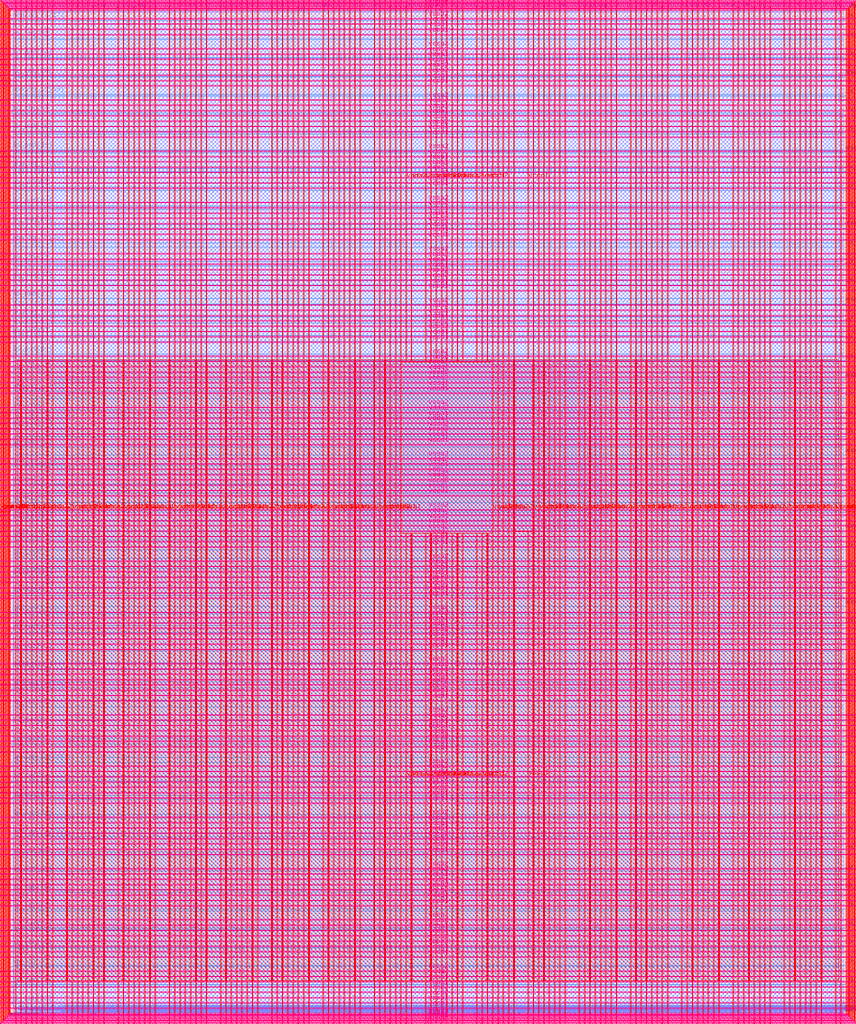
<source format=lef>
VERSION 5.7 ;
  NOWIREEXTENSIONATPIN ON ;
  DIVIDERCHAR "/" ;
  BUSBITCHARS "[]" ;
MACRO user_project_wrapper
  CLASS BLOCK ;
  FOREIGN user_project_wrapper ;
  ORIGIN 0.000 0.000 ;
  SIZE 2920.000 BY 3520.000 ;
  PIN analog_io[0]
    DIRECTION INOUT ;
    USE SIGNAL ;
    PORT
      LAYER met3 ;
        RECT 2917.600 1426.380 2924.800 1427.580 ;
    END
  END analog_io[0]
  PIN analog_io[10]
    DIRECTION INOUT ;
    USE SIGNAL ;
    PORT
      LAYER met2 ;
        RECT 2230.490 3517.600 2231.050 3524.800 ;
    END
  END analog_io[10]
  PIN analog_io[11]
    DIRECTION INOUT ;
    USE SIGNAL ;
    PORT
      LAYER met2 ;
        RECT 1905.730 3517.600 1906.290 3524.800 ;
    END
  END analog_io[11]
  PIN analog_io[12]
    DIRECTION INOUT ;
    USE SIGNAL ;
    PORT
      LAYER met2 ;
        RECT 1581.430 3517.600 1581.990 3524.800 ;
    END
  END analog_io[12]
  PIN analog_io[13]
    DIRECTION INOUT ;
    USE SIGNAL ;
    PORT
      LAYER met2 ;
        RECT 1257.130 3517.600 1257.690 3524.800 ;
    END
  END analog_io[13]
  PIN analog_io[14]
    DIRECTION INOUT ;
    USE SIGNAL ;
    PORT
      LAYER met2 ;
        RECT 932.370 3517.600 932.930 3524.800 ;
    END
  END analog_io[14]
  PIN analog_io[15]
    DIRECTION INOUT ;
    USE SIGNAL ;
    PORT
      LAYER met2 ;
        RECT 608.070 3517.600 608.630 3524.800 ;
    END
  END analog_io[15]
  PIN analog_io[16]
    DIRECTION INOUT ;
    USE SIGNAL ;
    PORT
      LAYER met2 ;
        RECT 283.770 3517.600 284.330 3524.800 ;
    END
  END analog_io[16]
  PIN analog_io[17]
    DIRECTION INOUT ;
    USE SIGNAL ;
    PORT
      LAYER met3 ;
        RECT -4.800 3486.100 2.400 3487.300 ;
    END
  END analog_io[17]
  PIN analog_io[18]
    DIRECTION INOUT ;
    USE SIGNAL ;
    PORT
      LAYER met3 ;
        RECT -4.800 3224.980 2.400 3226.180 ;
    END
  END analog_io[18]
  PIN analog_io[19]
    DIRECTION INOUT ;
    USE SIGNAL ;
    PORT
      LAYER met3 ;
        RECT -4.800 2964.540 2.400 2965.740 ;
    END
  END analog_io[19]
  PIN analog_io[1]
    DIRECTION INOUT ;
    USE SIGNAL ;
    PORT
      LAYER met3 ;
        RECT 2917.600 1692.260 2924.800 1693.460 ;
    END
  END analog_io[1]
  PIN analog_io[20]
    DIRECTION INOUT ;
    USE SIGNAL ;
    PORT
      LAYER met3 ;
        RECT -4.800 2703.420 2.400 2704.620 ;
    END
  END analog_io[20]
  PIN analog_io[21]
    DIRECTION INOUT ;
    USE SIGNAL ;
    PORT
      LAYER met3 ;
        RECT -4.800 2442.980 2.400 2444.180 ;
    END
  END analog_io[21]
  PIN analog_io[22]
    DIRECTION INOUT ;
    USE SIGNAL ;
    PORT
      LAYER met3 ;
        RECT -4.800 2182.540 2.400 2183.740 ;
    END
  END analog_io[22]
  PIN analog_io[23]
    DIRECTION INOUT ;
    USE SIGNAL ;
    PORT
      LAYER met3 ;
        RECT -4.800 1921.420 2.400 1922.620 ;
    END
  END analog_io[23]
  PIN analog_io[24]
    DIRECTION INOUT ;
    USE SIGNAL ;
    PORT
      LAYER met3 ;
        RECT -4.800 1660.980 2.400 1662.180 ;
    END
  END analog_io[24]
  PIN analog_io[25]
    DIRECTION INOUT ;
    USE SIGNAL ;
    PORT
      LAYER met3 ;
        RECT -4.800 1399.860 2.400 1401.060 ;
    END
  END analog_io[25]
  PIN analog_io[26]
    DIRECTION INOUT ;
    USE SIGNAL ;
    PORT
      LAYER met3 ;
        RECT -4.800 1139.420 2.400 1140.620 ;
    END
  END analog_io[26]
  PIN analog_io[27]
    DIRECTION INOUT ;
    USE SIGNAL ;
    PORT
      LAYER met3 ;
        RECT -4.800 878.980 2.400 880.180 ;
    END
  END analog_io[27]
  PIN analog_io[28]
    DIRECTION INOUT ;
    USE SIGNAL ;
    PORT
      LAYER met3 ;
        RECT -4.800 617.860 2.400 619.060 ;
    END
  END analog_io[28]
  PIN analog_io[2]
    DIRECTION INOUT ;
    USE SIGNAL ;
    PORT
      LAYER met3 ;
        RECT 2917.600 1958.140 2924.800 1959.340 ;
    END
  END analog_io[2]
  PIN analog_io[3]
    DIRECTION INOUT ;
    USE SIGNAL ;
    PORT
      LAYER met3 ;
        RECT 2917.600 2223.340 2924.800 2224.540 ;
    END
  END analog_io[3]
  PIN analog_io[4]
    DIRECTION INOUT ;
    USE SIGNAL ;
    PORT
      LAYER met3 ;
        RECT 2917.600 2489.220 2924.800 2490.420 ;
    END
  END analog_io[4]
  PIN analog_io[5]
    DIRECTION INOUT ;
    USE SIGNAL ;
    PORT
      LAYER met3 ;
        RECT 2917.600 2755.100 2924.800 2756.300 ;
    END
  END analog_io[5]
  PIN analog_io[6]
    DIRECTION INOUT ;
    USE SIGNAL ;
    PORT
      LAYER met3 ;
        RECT 2917.600 3020.300 2924.800 3021.500 ;
    END
  END analog_io[6]
  PIN analog_io[7]
    DIRECTION INOUT ;
    USE SIGNAL ;
    PORT
      LAYER met3 ;
        RECT 2917.600 3286.180 2924.800 3287.380 ;
    END
  END analog_io[7]
  PIN analog_io[8]
    DIRECTION INOUT ;
    USE SIGNAL ;
    PORT
      LAYER met2 ;
        RECT 2879.090 3517.600 2879.650 3524.800 ;
    END
  END analog_io[8]
  PIN analog_io[9]
    DIRECTION INOUT ;
    USE SIGNAL ;
    PORT
      LAYER met2 ;
        RECT 2554.790 3517.600 2555.350 3524.800 ;
    END
  END analog_io[9]
  PIN io_in[0]
    DIRECTION INPUT ;
    USE SIGNAL ;
    PORT
      LAYER met3 ;
        RECT 2917.600 32.380 2924.800 33.580 ;
    END
  END io_in[0]
  PIN io_in[10]
    DIRECTION INPUT ;
    USE SIGNAL ;
    PORT
      LAYER met3 ;
        RECT 2917.600 2289.980 2924.800 2291.180 ;
    END
  END io_in[10]
  PIN io_in[11]
    DIRECTION INPUT ;
    USE SIGNAL ;
    PORT
      LAYER met3 ;
        RECT 2917.600 2555.860 2924.800 2557.060 ;
    END
  END io_in[11]
  PIN io_in[12]
    DIRECTION INPUT ;
    USE SIGNAL ;
    PORT
      LAYER met3 ;
        RECT 2917.600 2821.060 2924.800 2822.260 ;
    END
  END io_in[12]
  PIN io_in[13]
    DIRECTION INPUT ;
    USE SIGNAL ;
    PORT
      LAYER met3 ;
        RECT 2917.600 3086.940 2924.800 3088.140 ;
    END
  END io_in[13]
  PIN io_in[14]
    DIRECTION INPUT ;
    USE SIGNAL ;
    PORT
      LAYER met3 ;
        RECT 2917.600 3352.820 2924.800 3354.020 ;
    END
  END io_in[14]
  PIN io_in[15]
    DIRECTION INPUT ;
    USE SIGNAL ;
    PORT
      LAYER met2 ;
        RECT 2798.130 3517.600 2798.690 3524.800 ;
    END
  END io_in[15]
  PIN io_in[16]
    DIRECTION INPUT ;
    USE SIGNAL ;
    PORT
      LAYER met2 ;
        RECT 2473.830 3517.600 2474.390 3524.800 ;
    END
  END io_in[16]
  PIN io_in[17]
    DIRECTION INPUT ;
    USE SIGNAL ;
    PORT
      LAYER met2 ;
        RECT 2149.070 3517.600 2149.630 3524.800 ;
    END
  END io_in[17]
  PIN io_in[18]
    DIRECTION INPUT ;
    USE SIGNAL ;
    PORT
      LAYER met2 ;
        RECT 1824.770 3517.600 1825.330 3524.800 ;
    END
  END io_in[18]
  PIN io_in[19]
    DIRECTION INPUT ;
    USE SIGNAL ;
    PORT
      LAYER met2 ;
        RECT 1500.470 3517.600 1501.030 3524.800 ;
    END
  END io_in[19]
  PIN io_in[1]
    DIRECTION INPUT ;
    USE SIGNAL ;
    PORT
      LAYER met3 ;
        RECT 2917.600 230.940 2924.800 232.140 ;
    END
  END io_in[1]
  PIN io_in[20]
    DIRECTION INPUT ;
    USE SIGNAL ;
    PORT
      LAYER met2 ;
        RECT 1175.710 3517.600 1176.270 3524.800 ;
    END
  END io_in[20]
  PIN io_in[21]
    DIRECTION INPUT ;
    USE SIGNAL ;
    PORT
      LAYER met2 ;
        RECT 851.410 3517.600 851.970 3524.800 ;
    END
  END io_in[21]
  PIN io_in[22]
    DIRECTION INPUT ;
    USE SIGNAL ;
    PORT
      LAYER met2 ;
        RECT 527.110 3517.600 527.670 3524.800 ;
    END
  END io_in[22]
  PIN io_in[23]
    DIRECTION INPUT ;
    USE SIGNAL ;
    PORT
      LAYER met2 ;
        RECT 202.350 3517.600 202.910 3524.800 ;
    END
  END io_in[23]
  PIN io_in[24]
    DIRECTION INPUT ;
    USE SIGNAL ;
    PORT
      LAYER met3 ;
        RECT -4.800 3420.820 2.400 3422.020 ;
    END
  END io_in[24]
  PIN io_in[25]
    DIRECTION INPUT ;
    USE SIGNAL ;
    PORT
      LAYER met3 ;
        RECT -4.800 3159.700 2.400 3160.900 ;
    END
  END io_in[25]
  PIN io_in[26]
    DIRECTION INPUT ;
    USE SIGNAL ;
    PORT
      LAYER met3 ;
        RECT -4.800 2899.260 2.400 2900.460 ;
    END
  END io_in[26]
  PIN io_in[27]
    DIRECTION INPUT ;
    USE SIGNAL ;
    PORT
      LAYER met3 ;
        RECT -4.800 2638.820 2.400 2640.020 ;
    END
  END io_in[27]
  PIN io_in[28]
    DIRECTION INPUT ;
    USE SIGNAL ;
    PORT
      LAYER met3 ;
        RECT -4.800 2377.700 2.400 2378.900 ;
    END
  END io_in[28]
  PIN io_in[29]
    DIRECTION INPUT ;
    USE SIGNAL ;
    PORT
      LAYER met3 ;
        RECT -4.800 2117.260 2.400 2118.460 ;
    END
  END io_in[29]
  PIN io_in[2]
    DIRECTION INPUT ;
    USE SIGNAL ;
    PORT
      LAYER met3 ;
        RECT 2917.600 430.180 2924.800 431.380 ;
    END
  END io_in[2]
  PIN io_in[30]
    DIRECTION INPUT ;
    USE SIGNAL ;
    PORT
      LAYER met3 ;
        RECT -4.800 1856.140 2.400 1857.340 ;
    END
  END io_in[30]
  PIN io_in[31]
    DIRECTION INPUT ;
    USE SIGNAL ;
    PORT
      LAYER met3 ;
        RECT -4.800 1595.700 2.400 1596.900 ;
    END
  END io_in[31]
  PIN io_in[32]
    DIRECTION INPUT ;
    USE SIGNAL ;
    PORT
      LAYER met3 ;
        RECT -4.800 1335.260 2.400 1336.460 ;
    END
  END io_in[32]
  PIN io_in[33]
    DIRECTION INPUT ;
    USE SIGNAL ;
    PORT
      LAYER met3 ;
        RECT -4.800 1074.140 2.400 1075.340 ;
    END
  END io_in[33]
  PIN io_in[34]
    DIRECTION INPUT ;
    USE SIGNAL ;
    PORT
      LAYER met3 ;
        RECT -4.800 813.700 2.400 814.900 ;
    END
  END io_in[34]
  PIN io_in[35]
    DIRECTION INPUT ;
    USE SIGNAL ;
    PORT
      LAYER met3 ;
        RECT -4.800 552.580 2.400 553.780 ;
    END
  END io_in[35]
  PIN io_in[36]
    DIRECTION INPUT ;
    USE SIGNAL ;
    PORT
      LAYER met3 ;
        RECT -4.800 357.420 2.400 358.620 ;
    END
  END io_in[36]
  PIN io_in[37]
    DIRECTION INPUT ;
    USE SIGNAL ;
    PORT
      LAYER met3 ;
        RECT -4.800 161.580 2.400 162.780 ;
    END
  END io_in[37]
  PIN io_in[3]
    DIRECTION INPUT ;
    USE SIGNAL ;
    PORT
      LAYER met3 ;
        RECT 2917.600 629.420 2924.800 630.620 ;
    END
  END io_in[3]
  PIN io_in[4]
    DIRECTION INPUT ;
    USE SIGNAL ;
    PORT
      LAYER met3 ;
        RECT 2917.600 828.660 2924.800 829.860 ;
    END
  END io_in[4]
  PIN io_in[5]
    DIRECTION INPUT ;
    USE SIGNAL ;
    PORT
      LAYER met3 ;
        RECT 2917.600 1027.900 2924.800 1029.100 ;
    END
  END io_in[5]
  PIN io_in[6]
    DIRECTION INPUT ;
    USE SIGNAL ;
    PORT
      LAYER met3 ;
        RECT 2917.600 1227.140 2924.800 1228.340 ;
    END
  END io_in[6]
  PIN io_in[7]
    DIRECTION INPUT ;
    USE SIGNAL ;
    PORT
      LAYER met3 ;
        RECT 2917.600 1493.020 2924.800 1494.220 ;
    END
  END io_in[7]
  PIN io_in[8]
    DIRECTION INPUT ;
    USE SIGNAL ;
    PORT
      LAYER met3 ;
        RECT 2917.600 1758.900 2924.800 1760.100 ;
    END
  END io_in[8]
  PIN io_in[9]
    DIRECTION INPUT ;
    USE SIGNAL ;
    PORT
      LAYER met3 ;
        RECT 2917.600 2024.100 2924.800 2025.300 ;
    END
  END io_in[9]
  PIN io_oeb[0]
    DIRECTION OUTPUT TRISTATE ;
    USE SIGNAL ;
    PORT
      LAYER met3 ;
        RECT 2917.600 164.980 2924.800 166.180 ;
    END
  END io_oeb[0]
  PIN io_oeb[10]
    DIRECTION OUTPUT TRISTATE ;
    USE SIGNAL ;
    PORT
      LAYER met3 ;
        RECT 2917.600 2422.580 2924.800 2423.780 ;
    END
  END io_oeb[10]
  PIN io_oeb[11]
    DIRECTION OUTPUT TRISTATE ;
    USE SIGNAL ;
    PORT
      LAYER met3 ;
        RECT 2917.600 2688.460 2924.800 2689.660 ;
    END
  END io_oeb[11]
  PIN io_oeb[12]
    DIRECTION OUTPUT TRISTATE ;
    USE SIGNAL ;
    PORT
      LAYER met3 ;
        RECT 2917.600 2954.340 2924.800 2955.540 ;
    END
  END io_oeb[12]
  PIN io_oeb[13]
    DIRECTION OUTPUT TRISTATE ;
    USE SIGNAL ;
    PORT
      LAYER met3 ;
        RECT 2917.600 3219.540 2924.800 3220.740 ;
    END
  END io_oeb[13]
  PIN io_oeb[14]
    DIRECTION OUTPUT TRISTATE ;
    USE SIGNAL ;
    PORT
      LAYER met3 ;
        RECT 2917.600 3485.420 2924.800 3486.620 ;
    END
  END io_oeb[14]
  PIN io_oeb[15]
    DIRECTION OUTPUT TRISTATE ;
    USE SIGNAL ;
    PORT
      LAYER met2 ;
        RECT 2635.750 3517.600 2636.310 3524.800 ;
    END
  END io_oeb[15]
  PIN io_oeb[16]
    DIRECTION OUTPUT TRISTATE ;
    USE SIGNAL ;
    PORT
      LAYER met2 ;
        RECT 2311.450 3517.600 2312.010 3524.800 ;
    END
  END io_oeb[16]
  PIN io_oeb[17]
    DIRECTION OUTPUT TRISTATE ;
    USE SIGNAL ;
    PORT
      LAYER met2 ;
        RECT 1987.150 3517.600 1987.710 3524.800 ;
    END
  END io_oeb[17]
  PIN io_oeb[18]
    DIRECTION OUTPUT TRISTATE ;
    USE SIGNAL ;
    PORT
      LAYER met2 ;
        RECT 1662.390 3517.600 1662.950 3524.800 ;
    END
  END io_oeb[18]
  PIN io_oeb[19]
    DIRECTION OUTPUT TRISTATE ;
    USE SIGNAL ;
    PORT
      LAYER met2 ;
        RECT 1338.090 3517.600 1338.650 3524.800 ;
    END
  END io_oeb[19]
  PIN io_oeb[1]
    DIRECTION OUTPUT TRISTATE ;
    USE SIGNAL ;
    PORT
      LAYER met3 ;
        RECT 2917.600 364.220 2924.800 365.420 ;
    END
  END io_oeb[1]
  PIN io_oeb[20]
    DIRECTION OUTPUT TRISTATE ;
    USE SIGNAL ;
    PORT
      LAYER met2 ;
        RECT 1013.790 3517.600 1014.350 3524.800 ;
    END
  END io_oeb[20]
  PIN io_oeb[21]
    DIRECTION OUTPUT TRISTATE ;
    USE SIGNAL ;
    PORT
      LAYER met2 ;
        RECT 689.030 3517.600 689.590 3524.800 ;
    END
  END io_oeb[21]
  PIN io_oeb[22]
    DIRECTION OUTPUT TRISTATE ;
    USE SIGNAL ;
    PORT
      LAYER met2 ;
        RECT 364.730 3517.600 365.290 3524.800 ;
    END
  END io_oeb[22]
  PIN io_oeb[23]
    DIRECTION OUTPUT TRISTATE ;
    USE SIGNAL ;
    PORT
      LAYER met2 ;
        RECT 40.430 3517.600 40.990 3524.800 ;
    END
  END io_oeb[23]
  PIN io_oeb[24]
    DIRECTION OUTPUT TRISTATE ;
    USE SIGNAL ;
    PORT
      LAYER met3 ;
        RECT -4.800 3290.260 2.400 3291.460 ;
    END
  END io_oeb[24]
  PIN io_oeb[25]
    DIRECTION OUTPUT TRISTATE ;
    USE SIGNAL ;
    PORT
      LAYER met3 ;
        RECT -4.800 3029.820 2.400 3031.020 ;
    END
  END io_oeb[25]
  PIN io_oeb[26]
    DIRECTION OUTPUT TRISTATE ;
    USE SIGNAL ;
    PORT
      LAYER met3 ;
        RECT -4.800 2768.700 2.400 2769.900 ;
    END
  END io_oeb[26]
  PIN io_oeb[27]
    DIRECTION OUTPUT TRISTATE ;
    USE SIGNAL ;
    PORT
      LAYER met3 ;
        RECT -4.800 2508.260 2.400 2509.460 ;
    END
  END io_oeb[27]
  PIN io_oeb[28]
    DIRECTION OUTPUT TRISTATE ;
    USE SIGNAL ;
    PORT
      LAYER met3 ;
        RECT -4.800 2247.140 2.400 2248.340 ;
    END
  END io_oeb[28]
  PIN io_oeb[29]
    DIRECTION OUTPUT TRISTATE ;
    USE SIGNAL ;
    PORT
      LAYER met3 ;
        RECT -4.800 1986.700 2.400 1987.900 ;
    END
  END io_oeb[29]
  PIN io_oeb[2]
    DIRECTION OUTPUT TRISTATE ;
    USE SIGNAL ;
    PORT
      LAYER met3 ;
        RECT 2917.600 563.460 2924.800 564.660 ;
    END
  END io_oeb[2]
  PIN io_oeb[30]
    DIRECTION OUTPUT TRISTATE ;
    USE SIGNAL ;
    PORT
      LAYER met3 ;
        RECT -4.800 1726.260 2.400 1727.460 ;
    END
  END io_oeb[30]
  PIN io_oeb[31]
    DIRECTION OUTPUT TRISTATE ;
    USE SIGNAL ;
    PORT
      LAYER met3 ;
        RECT -4.800 1465.140 2.400 1466.340 ;
    END
  END io_oeb[31]
  PIN io_oeb[32]
    DIRECTION OUTPUT TRISTATE ;
    USE SIGNAL ;
    PORT
      LAYER met3 ;
        RECT -4.800 1204.700 2.400 1205.900 ;
    END
  END io_oeb[32]
  PIN io_oeb[33]
    DIRECTION OUTPUT TRISTATE ;
    USE SIGNAL ;
    PORT
      LAYER met3 ;
        RECT -4.800 943.580 2.400 944.780 ;
    END
  END io_oeb[33]
  PIN io_oeb[34]
    DIRECTION OUTPUT TRISTATE ;
    USE SIGNAL ;
    PORT
      LAYER met3 ;
        RECT -4.800 683.140 2.400 684.340 ;
    END
  END io_oeb[34]
  PIN io_oeb[35]
    DIRECTION OUTPUT TRISTATE ;
    USE SIGNAL ;
    PORT
      LAYER met3 ;
        RECT -4.800 422.700 2.400 423.900 ;
    END
  END io_oeb[35]
  PIN io_oeb[36]
    DIRECTION OUTPUT TRISTATE ;
    USE SIGNAL ;
    PORT
      LAYER met3 ;
        RECT -4.800 226.860 2.400 228.060 ;
    END
  END io_oeb[36]
  PIN io_oeb[37]
    DIRECTION OUTPUT TRISTATE ;
    USE SIGNAL ;
    PORT
      LAYER met3 ;
        RECT -4.800 31.700 2.400 32.900 ;
    END
  END io_oeb[37]
  PIN io_oeb[3]
    DIRECTION OUTPUT TRISTATE ;
    USE SIGNAL ;
    PORT
      LAYER met3 ;
        RECT 2917.600 762.700 2924.800 763.900 ;
    END
  END io_oeb[3]
  PIN io_oeb[4]
    DIRECTION OUTPUT TRISTATE ;
    USE SIGNAL ;
    PORT
      LAYER met3 ;
        RECT 2917.600 961.940 2924.800 963.140 ;
    END
  END io_oeb[4]
  PIN io_oeb[5]
    DIRECTION OUTPUT TRISTATE ;
    USE SIGNAL ;
    PORT
      LAYER met3 ;
        RECT 2917.600 1161.180 2924.800 1162.380 ;
    END
  END io_oeb[5]
  PIN io_oeb[6]
    DIRECTION OUTPUT TRISTATE ;
    USE SIGNAL ;
    PORT
      LAYER met3 ;
        RECT 2917.600 1360.420 2924.800 1361.620 ;
    END
  END io_oeb[6]
  PIN io_oeb[7]
    DIRECTION OUTPUT TRISTATE ;
    USE SIGNAL ;
    PORT
      LAYER met3 ;
        RECT 2917.600 1625.620 2924.800 1626.820 ;
    END
  END io_oeb[7]
  PIN io_oeb[8]
    DIRECTION OUTPUT TRISTATE ;
    USE SIGNAL ;
    PORT
      LAYER met3 ;
        RECT 2917.600 1891.500 2924.800 1892.700 ;
    END
  END io_oeb[8]
  PIN io_oeb[9]
    DIRECTION OUTPUT TRISTATE ;
    USE SIGNAL ;
    PORT
      LAYER met3 ;
        RECT 2917.600 2157.380 2924.800 2158.580 ;
    END
  END io_oeb[9]
  PIN io_out[0]
    DIRECTION OUTPUT TRISTATE ;
    USE SIGNAL ;
    PORT
      LAYER met3 ;
        RECT 2917.600 98.340 2924.800 99.540 ;
    END
  END io_out[0]
  PIN io_out[10]
    DIRECTION OUTPUT TRISTATE ;
    USE SIGNAL ;
    PORT
      LAYER met3 ;
        RECT 2917.600 2356.620 2924.800 2357.820 ;
    END
  END io_out[10]
  PIN io_out[11]
    DIRECTION OUTPUT TRISTATE ;
    USE SIGNAL ;
    PORT
      LAYER met3 ;
        RECT 2917.600 2621.820 2924.800 2623.020 ;
    END
  END io_out[11]
  PIN io_out[12]
    DIRECTION OUTPUT TRISTATE ;
    USE SIGNAL ;
    PORT
      LAYER met3 ;
        RECT 2917.600 2887.700 2924.800 2888.900 ;
    END
  END io_out[12]
  PIN io_out[13]
    DIRECTION OUTPUT TRISTATE ;
    USE SIGNAL ;
    PORT
      LAYER met3 ;
        RECT 2917.600 3153.580 2924.800 3154.780 ;
    END
  END io_out[13]
  PIN io_out[14]
    DIRECTION OUTPUT TRISTATE ;
    USE SIGNAL ;
    PORT
      LAYER met3 ;
        RECT 2917.600 3418.780 2924.800 3419.980 ;
    END
  END io_out[14]
  PIN io_out[15]
    DIRECTION OUTPUT TRISTATE ;
    USE SIGNAL ;
    PORT
      LAYER met2 ;
        RECT 2717.170 3517.600 2717.730 3524.800 ;
    END
  END io_out[15]
  PIN io_out[16]
    DIRECTION OUTPUT TRISTATE ;
    USE SIGNAL ;
    PORT
      LAYER met2 ;
        RECT 2392.410 3517.600 2392.970 3524.800 ;
    END
  END io_out[16]
  PIN io_out[17]
    DIRECTION OUTPUT TRISTATE ;
    USE SIGNAL ;
    PORT
      LAYER met2 ;
        RECT 2068.110 3517.600 2068.670 3524.800 ;
    END
  END io_out[17]
  PIN io_out[18]
    DIRECTION OUTPUT TRISTATE ;
    USE SIGNAL ;
    PORT
      LAYER met2 ;
        RECT 1743.810 3517.600 1744.370 3524.800 ;
    END
  END io_out[18]
  PIN io_out[19]
    DIRECTION OUTPUT TRISTATE ;
    USE SIGNAL ;
    PORT
      LAYER met2 ;
        RECT 1419.050 3517.600 1419.610 3524.800 ;
    END
  END io_out[19]
  PIN io_out[1]
    DIRECTION OUTPUT TRISTATE ;
    USE SIGNAL ;
    PORT
      LAYER met3 ;
        RECT 2917.600 297.580 2924.800 298.780 ;
    END
  END io_out[1]
  PIN io_out[20]
    DIRECTION OUTPUT TRISTATE ;
    USE SIGNAL ;
    PORT
      LAYER met2 ;
        RECT 1094.750 3517.600 1095.310 3524.800 ;
    END
  END io_out[20]
  PIN io_out[21]
    DIRECTION OUTPUT TRISTATE ;
    USE SIGNAL ;
    PORT
      LAYER met2 ;
        RECT 770.450 3517.600 771.010 3524.800 ;
    END
  END io_out[21]
  PIN io_out[22]
    DIRECTION OUTPUT TRISTATE ;
    USE SIGNAL ;
    PORT
      LAYER met2 ;
        RECT 445.690 3517.600 446.250 3524.800 ;
    END
  END io_out[22]
  PIN io_out[23]
    DIRECTION OUTPUT TRISTATE ;
    USE SIGNAL ;
    PORT
      LAYER met2 ;
        RECT 121.390 3517.600 121.950 3524.800 ;
    END
  END io_out[23]
  PIN io_out[24]
    DIRECTION OUTPUT TRISTATE ;
    USE SIGNAL ;
    PORT
      LAYER met3 ;
        RECT -4.800 3355.540 2.400 3356.740 ;
    END
  END io_out[24]
  PIN io_out[25]
    DIRECTION OUTPUT TRISTATE ;
    USE SIGNAL ;
    PORT
      LAYER met3 ;
        RECT -4.800 3095.100 2.400 3096.300 ;
    END
  END io_out[25]
  PIN io_out[26]
    DIRECTION OUTPUT TRISTATE ;
    USE SIGNAL ;
    PORT
      LAYER met3 ;
        RECT -4.800 2833.980 2.400 2835.180 ;
    END
  END io_out[26]
  PIN io_out[27]
    DIRECTION OUTPUT TRISTATE ;
    USE SIGNAL ;
    PORT
      LAYER met3 ;
        RECT -4.800 2573.540 2.400 2574.740 ;
    END
  END io_out[27]
  PIN io_out[28]
    DIRECTION OUTPUT TRISTATE ;
    USE SIGNAL ;
    PORT
      LAYER met3 ;
        RECT -4.800 2312.420 2.400 2313.620 ;
    END
  END io_out[28]
  PIN io_out[29]
    DIRECTION OUTPUT TRISTATE ;
    USE SIGNAL ;
    PORT
      LAYER met3 ;
        RECT -4.800 2051.980 2.400 2053.180 ;
    END
  END io_out[29]
  PIN io_out[2]
    DIRECTION OUTPUT TRISTATE ;
    USE SIGNAL ;
    PORT
      LAYER met3 ;
        RECT 2917.600 496.820 2924.800 498.020 ;
    END
  END io_out[2]
  PIN io_out[30]
    DIRECTION OUTPUT TRISTATE ;
    USE SIGNAL ;
    PORT
      LAYER met3 ;
        RECT -4.800 1791.540 2.400 1792.740 ;
    END
  END io_out[30]
  PIN io_out[31]
    DIRECTION OUTPUT TRISTATE ;
    USE SIGNAL ;
    PORT
      LAYER met3 ;
        RECT -4.800 1530.420 2.400 1531.620 ;
    END
  END io_out[31]
  PIN io_out[32]
    DIRECTION OUTPUT TRISTATE ;
    USE SIGNAL ;
    PORT
      LAYER met3 ;
        RECT -4.800 1269.980 2.400 1271.180 ;
    END
  END io_out[32]
  PIN io_out[33]
    DIRECTION OUTPUT TRISTATE ;
    USE SIGNAL ;
    PORT
      LAYER met3 ;
        RECT -4.800 1008.860 2.400 1010.060 ;
    END
  END io_out[33]
  PIN io_out[34]
    DIRECTION OUTPUT TRISTATE ;
    USE SIGNAL ;
    PORT
      LAYER met3 ;
        RECT -4.800 748.420 2.400 749.620 ;
    END
  END io_out[34]
  PIN io_out[35]
    DIRECTION OUTPUT TRISTATE ;
    USE SIGNAL ;
    PORT
      LAYER met3 ;
        RECT -4.800 487.300 2.400 488.500 ;
    END
  END io_out[35]
  PIN io_out[36]
    DIRECTION OUTPUT TRISTATE ;
    USE SIGNAL ;
    PORT
      LAYER met3 ;
        RECT -4.800 292.140 2.400 293.340 ;
    END
  END io_out[36]
  PIN io_out[37]
    DIRECTION OUTPUT TRISTATE ;
    USE SIGNAL ;
    PORT
      LAYER met3 ;
        RECT -4.800 96.300 2.400 97.500 ;
    END
  END io_out[37]
  PIN io_out[3]
    DIRECTION OUTPUT TRISTATE ;
    USE SIGNAL ;
    PORT
      LAYER met3 ;
        RECT 2917.600 696.060 2924.800 697.260 ;
    END
  END io_out[3]
  PIN io_out[4]
    DIRECTION OUTPUT TRISTATE ;
    USE SIGNAL ;
    PORT
      LAYER met3 ;
        RECT 2917.600 895.300 2924.800 896.500 ;
    END
  END io_out[4]
  PIN io_out[5]
    DIRECTION OUTPUT TRISTATE ;
    USE SIGNAL ;
    PORT
      LAYER met3 ;
        RECT 2917.600 1094.540 2924.800 1095.740 ;
    END
  END io_out[5]
  PIN io_out[6]
    DIRECTION OUTPUT TRISTATE ;
    USE SIGNAL ;
    PORT
      LAYER met3 ;
        RECT 2917.600 1293.780 2924.800 1294.980 ;
    END
  END io_out[6]
  PIN io_out[7]
    DIRECTION OUTPUT TRISTATE ;
    USE SIGNAL ;
    PORT
      LAYER met3 ;
        RECT 2917.600 1559.660 2924.800 1560.860 ;
    END
  END io_out[7]
  PIN io_out[8]
    DIRECTION OUTPUT TRISTATE ;
    USE SIGNAL ;
    PORT
      LAYER met3 ;
        RECT 2917.600 1824.860 2924.800 1826.060 ;
    END
  END io_out[8]
  PIN io_out[9]
    DIRECTION OUTPUT TRISTATE ;
    USE SIGNAL ;
    PORT
      LAYER met3 ;
        RECT 2917.600 2090.740 2924.800 2091.940 ;
    END
  END io_out[9]
  PIN la_data_in[0]
    DIRECTION INPUT ;
    USE SIGNAL ;
    PORT
      LAYER met2 ;
        RECT 629.230 -4.800 629.790 2.400 ;
    END
  END la_data_in[0]
  PIN la_data_in[100]
    DIRECTION INPUT ;
    USE SIGNAL ;
    PORT
      LAYER met2 ;
        RECT 2402.530 -4.800 2403.090 2.400 ;
    END
  END la_data_in[100]
  PIN la_data_in[101]
    DIRECTION INPUT ;
    USE SIGNAL ;
    PORT
      LAYER met2 ;
        RECT 2420.010 -4.800 2420.570 2.400 ;
    END
  END la_data_in[101]
  PIN la_data_in[102]
    DIRECTION INPUT ;
    USE SIGNAL ;
    PORT
      LAYER met2 ;
        RECT 2437.950 -4.800 2438.510 2.400 ;
    END
  END la_data_in[102]
  PIN la_data_in[103]
    DIRECTION INPUT ;
    USE SIGNAL ;
    PORT
      LAYER met2 ;
        RECT 2455.430 -4.800 2455.990 2.400 ;
    END
  END la_data_in[103]
  PIN la_data_in[104]
    DIRECTION INPUT ;
    USE SIGNAL ;
    PORT
      LAYER met2 ;
        RECT 2473.370 -4.800 2473.930 2.400 ;
    END
  END la_data_in[104]
  PIN la_data_in[105]
    DIRECTION INPUT ;
    USE SIGNAL ;
    PORT
      LAYER met2 ;
        RECT 2490.850 -4.800 2491.410 2.400 ;
    END
  END la_data_in[105]
  PIN la_data_in[106]
    DIRECTION INPUT ;
    USE SIGNAL ;
    PORT
      LAYER met2 ;
        RECT 2508.790 -4.800 2509.350 2.400 ;
    END
  END la_data_in[106]
  PIN la_data_in[107]
    DIRECTION INPUT ;
    USE SIGNAL ;
    PORT
      LAYER met2 ;
        RECT 2526.730 -4.800 2527.290 2.400 ;
    END
  END la_data_in[107]
  PIN la_data_in[108]
    DIRECTION INPUT ;
    USE SIGNAL ;
    PORT
      LAYER met2 ;
        RECT 2544.210 -4.800 2544.770 2.400 ;
    END
  END la_data_in[108]
  PIN la_data_in[109]
    DIRECTION INPUT ;
    USE SIGNAL ;
    PORT
      LAYER met2 ;
        RECT 2562.150 -4.800 2562.710 2.400 ;
    END
  END la_data_in[109]
  PIN la_data_in[10]
    DIRECTION INPUT ;
    USE SIGNAL ;
    PORT
      LAYER met2 ;
        RECT 806.330 -4.800 806.890 2.400 ;
    END
  END la_data_in[10]
  PIN la_data_in[110]
    DIRECTION INPUT ;
    USE SIGNAL ;
    PORT
      LAYER met2 ;
        RECT 2579.630 -4.800 2580.190 2.400 ;
    END
  END la_data_in[110]
  PIN la_data_in[111]
    DIRECTION INPUT ;
    USE SIGNAL ;
    PORT
      LAYER met2 ;
        RECT 2597.570 -4.800 2598.130 2.400 ;
    END
  END la_data_in[111]
  PIN la_data_in[112]
    DIRECTION INPUT ;
    USE SIGNAL ;
    PORT
      LAYER met2 ;
        RECT 2615.050 -4.800 2615.610 2.400 ;
    END
  END la_data_in[112]
  PIN la_data_in[113]
    DIRECTION INPUT ;
    USE SIGNAL ;
    PORT
      LAYER met2 ;
        RECT 2632.990 -4.800 2633.550 2.400 ;
    END
  END la_data_in[113]
  PIN la_data_in[114]
    DIRECTION INPUT ;
    USE SIGNAL ;
    PORT
      LAYER met2 ;
        RECT 2650.470 -4.800 2651.030 2.400 ;
    END
  END la_data_in[114]
  PIN la_data_in[115]
    DIRECTION INPUT ;
    USE SIGNAL ;
    PORT
      LAYER met2 ;
        RECT 2668.410 -4.800 2668.970 2.400 ;
    END
  END la_data_in[115]
  PIN la_data_in[116]
    DIRECTION INPUT ;
    USE SIGNAL ;
    PORT
      LAYER met2 ;
        RECT 2685.890 -4.800 2686.450 2.400 ;
    END
  END la_data_in[116]
  PIN la_data_in[117]
    DIRECTION INPUT ;
    USE SIGNAL ;
    PORT
      LAYER met2 ;
        RECT 2703.830 -4.800 2704.390 2.400 ;
    END
  END la_data_in[117]
  PIN la_data_in[118]
    DIRECTION INPUT ;
    USE SIGNAL ;
    PORT
      LAYER met2 ;
        RECT 2721.770 -4.800 2722.330 2.400 ;
    END
  END la_data_in[118]
  PIN la_data_in[119]
    DIRECTION INPUT ;
    USE SIGNAL ;
    PORT
      LAYER met2 ;
        RECT 2739.250 -4.800 2739.810 2.400 ;
    END
  END la_data_in[119]
  PIN la_data_in[11]
    DIRECTION INPUT ;
    USE SIGNAL ;
    PORT
      LAYER met2 ;
        RECT 824.270 -4.800 824.830 2.400 ;
    END
  END la_data_in[11]
  PIN la_data_in[120]
    DIRECTION INPUT ;
    USE SIGNAL ;
    PORT
      LAYER met2 ;
        RECT 2757.190 -4.800 2757.750 2.400 ;
    END
  END la_data_in[120]
  PIN la_data_in[121]
    DIRECTION INPUT ;
    USE SIGNAL ;
    PORT
      LAYER met2 ;
        RECT 2774.670 -4.800 2775.230 2.400 ;
    END
  END la_data_in[121]
  PIN la_data_in[122]
    DIRECTION INPUT ;
    USE SIGNAL ;
    PORT
      LAYER met2 ;
        RECT 2792.610 -4.800 2793.170 2.400 ;
    END
  END la_data_in[122]
  PIN la_data_in[123]
    DIRECTION INPUT ;
    USE SIGNAL ;
    PORT
      LAYER met2 ;
        RECT 2810.090 -4.800 2810.650 2.400 ;
    END
  END la_data_in[123]
  PIN la_data_in[124]
    DIRECTION INPUT ;
    USE SIGNAL ;
    PORT
      LAYER met2 ;
        RECT 2828.030 -4.800 2828.590 2.400 ;
    END
  END la_data_in[124]
  PIN la_data_in[125]
    DIRECTION INPUT ;
    USE SIGNAL ;
    PORT
      LAYER met2 ;
        RECT 2845.510 -4.800 2846.070 2.400 ;
    END
  END la_data_in[125]
  PIN la_data_in[126]
    DIRECTION INPUT ;
    USE SIGNAL ;
    PORT
      LAYER met2 ;
        RECT 2863.450 -4.800 2864.010 2.400 ;
    END
  END la_data_in[126]
  PIN la_data_in[127]
    DIRECTION INPUT ;
    USE SIGNAL ;
    PORT
      LAYER met2 ;
        RECT 2881.390 -4.800 2881.950 2.400 ;
    END
  END la_data_in[127]
  PIN la_data_in[12]
    DIRECTION INPUT ;
    USE SIGNAL ;
    PORT
      LAYER met2 ;
        RECT 841.750 -4.800 842.310 2.400 ;
    END
  END la_data_in[12]
  PIN la_data_in[13]
    DIRECTION INPUT ;
    USE SIGNAL ;
    PORT
      LAYER met2 ;
        RECT 859.690 -4.800 860.250 2.400 ;
    END
  END la_data_in[13]
  PIN la_data_in[14]
    DIRECTION INPUT ;
    USE SIGNAL ;
    PORT
      LAYER met2 ;
        RECT 877.170 -4.800 877.730 2.400 ;
    END
  END la_data_in[14]
  PIN la_data_in[15]
    DIRECTION INPUT ;
    USE SIGNAL ;
    PORT
      LAYER met2 ;
        RECT 895.110 -4.800 895.670 2.400 ;
    END
  END la_data_in[15]
  PIN la_data_in[16]
    DIRECTION INPUT ;
    USE SIGNAL ;
    PORT
      LAYER met2 ;
        RECT 912.590 -4.800 913.150 2.400 ;
    END
  END la_data_in[16]
  PIN la_data_in[17]
    DIRECTION INPUT ;
    USE SIGNAL ;
    PORT
      LAYER met2 ;
        RECT 930.530 -4.800 931.090 2.400 ;
    END
  END la_data_in[17]
  PIN la_data_in[18]
    DIRECTION INPUT ;
    USE SIGNAL ;
    PORT
      LAYER met2 ;
        RECT 948.470 -4.800 949.030 2.400 ;
    END
  END la_data_in[18]
  PIN la_data_in[19]
    DIRECTION INPUT ;
    USE SIGNAL ;
    PORT
      LAYER met2 ;
        RECT 965.950 -4.800 966.510 2.400 ;
    END
  END la_data_in[19]
  PIN la_data_in[1]
    DIRECTION INPUT ;
    USE SIGNAL ;
    PORT
      LAYER met2 ;
        RECT 646.710 -4.800 647.270 2.400 ;
    END
  END la_data_in[1]
  PIN la_data_in[20]
    DIRECTION INPUT ;
    USE SIGNAL ;
    PORT
      LAYER met2 ;
        RECT 983.890 -4.800 984.450 2.400 ;
    END
  END la_data_in[20]
  PIN la_data_in[21]
    DIRECTION INPUT ;
    USE SIGNAL ;
    PORT
      LAYER met2 ;
        RECT 1001.370 -4.800 1001.930 2.400 ;
    END
  END la_data_in[21]
  PIN la_data_in[22]
    DIRECTION INPUT ;
    USE SIGNAL ;
    PORT
      LAYER met2 ;
        RECT 1019.310 -4.800 1019.870 2.400 ;
    END
  END la_data_in[22]
  PIN la_data_in[23]
    DIRECTION INPUT ;
    USE SIGNAL ;
    PORT
      LAYER met2 ;
        RECT 1036.790 -4.800 1037.350 2.400 ;
    END
  END la_data_in[23]
  PIN la_data_in[24]
    DIRECTION INPUT ;
    USE SIGNAL ;
    PORT
      LAYER met2 ;
        RECT 1054.730 -4.800 1055.290 2.400 ;
    END
  END la_data_in[24]
  PIN la_data_in[25]
    DIRECTION INPUT ;
    USE SIGNAL ;
    PORT
      LAYER met2 ;
        RECT 1072.210 -4.800 1072.770 2.400 ;
    END
  END la_data_in[25]
  PIN la_data_in[26]
    DIRECTION INPUT ;
    USE SIGNAL ;
    PORT
      LAYER met2 ;
        RECT 1090.150 -4.800 1090.710 2.400 ;
    END
  END la_data_in[26]
  PIN la_data_in[27]
    DIRECTION INPUT ;
    USE SIGNAL ;
    PORT
      LAYER met2 ;
        RECT 1107.630 -4.800 1108.190 2.400 ;
    END
  END la_data_in[27]
  PIN la_data_in[28]
    DIRECTION INPUT ;
    USE SIGNAL ;
    PORT
      LAYER met2 ;
        RECT 1125.570 -4.800 1126.130 2.400 ;
    END
  END la_data_in[28]
  PIN la_data_in[29]
    DIRECTION INPUT ;
    USE SIGNAL ;
    PORT
      LAYER met2 ;
        RECT 1143.510 -4.800 1144.070 2.400 ;
    END
  END la_data_in[29]
  PIN la_data_in[2]
    DIRECTION INPUT ;
    USE SIGNAL ;
    PORT
      LAYER met2 ;
        RECT 664.650 -4.800 665.210 2.400 ;
    END
  END la_data_in[2]
  PIN la_data_in[30]
    DIRECTION INPUT ;
    USE SIGNAL ;
    PORT
      LAYER met2 ;
        RECT 1160.990 -4.800 1161.550 2.400 ;
    END
  END la_data_in[30]
  PIN la_data_in[31]
    DIRECTION INPUT ;
    USE SIGNAL ;
    PORT
      LAYER met2 ;
        RECT 1178.930 -4.800 1179.490 2.400 ;
    END
  END la_data_in[31]
  PIN la_data_in[32]
    DIRECTION INPUT ;
    USE SIGNAL ;
    PORT
      LAYER met2 ;
        RECT 1196.410 -4.800 1196.970 2.400 ;
    END
  END la_data_in[32]
  PIN la_data_in[33]
    DIRECTION INPUT ;
    USE SIGNAL ;
    PORT
      LAYER met2 ;
        RECT 1214.350 -4.800 1214.910 2.400 ;
    END
  END la_data_in[33]
  PIN la_data_in[34]
    DIRECTION INPUT ;
    USE SIGNAL ;
    PORT
      LAYER met2 ;
        RECT 1231.830 -4.800 1232.390 2.400 ;
    END
  END la_data_in[34]
  PIN la_data_in[35]
    DIRECTION INPUT ;
    USE SIGNAL ;
    PORT
      LAYER met2 ;
        RECT 1249.770 -4.800 1250.330 2.400 ;
    END
  END la_data_in[35]
  PIN la_data_in[36]
    DIRECTION INPUT ;
    USE SIGNAL ;
    PORT
      LAYER met2 ;
        RECT 1267.250 -4.800 1267.810 2.400 ;
    END
  END la_data_in[36]
  PIN la_data_in[37]
    DIRECTION INPUT ;
    USE SIGNAL ;
    PORT
      LAYER met2 ;
        RECT 1285.190 -4.800 1285.750 2.400 ;
    END
  END la_data_in[37]
  PIN la_data_in[38]
    DIRECTION INPUT ;
    USE SIGNAL ;
    PORT
      LAYER met2 ;
        RECT 1303.130 -4.800 1303.690 2.400 ;
    END
  END la_data_in[38]
  PIN la_data_in[39]
    DIRECTION INPUT ;
    USE SIGNAL ;
    PORT
      LAYER met2 ;
        RECT 1320.610 -4.800 1321.170 2.400 ;
    END
  END la_data_in[39]
  PIN la_data_in[3]
    DIRECTION INPUT ;
    USE SIGNAL ;
    PORT
      LAYER met2 ;
        RECT 682.130 -4.800 682.690 2.400 ;
    END
  END la_data_in[3]
  PIN la_data_in[40]
    DIRECTION INPUT ;
    USE SIGNAL ;
    PORT
      LAYER met2 ;
        RECT 1338.550 -4.800 1339.110 2.400 ;
    END
  END la_data_in[40]
  PIN la_data_in[41]
    DIRECTION INPUT ;
    USE SIGNAL ;
    PORT
      LAYER met2 ;
        RECT 1356.030 -4.800 1356.590 2.400 ;
    END
  END la_data_in[41]
  PIN la_data_in[42]
    DIRECTION INPUT ;
    USE SIGNAL ;
    PORT
      LAYER met2 ;
        RECT 1373.970 -4.800 1374.530 2.400 ;
    END
  END la_data_in[42]
  PIN la_data_in[43]
    DIRECTION INPUT ;
    USE SIGNAL ;
    PORT
      LAYER met2 ;
        RECT 1391.450 -4.800 1392.010 2.400 ;
    END
  END la_data_in[43]
  PIN la_data_in[44]
    DIRECTION INPUT ;
    USE SIGNAL ;
    PORT
      LAYER met2 ;
        RECT 1409.390 -4.800 1409.950 2.400 ;
    END
  END la_data_in[44]
  PIN la_data_in[45]
    DIRECTION INPUT ;
    USE SIGNAL ;
    PORT
      LAYER met2 ;
        RECT 1426.870 -4.800 1427.430 2.400 ;
    END
  END la_data_in[45]
  PIN la_data_in[46]
    DIRECTION INPUT ;
    USE SIGNAL ;
    PORT
      LAYER met2 ;
        RECT 1444.810 -4.800 1445.370 2.400 ;
    END
  END la_data_in[46]
  PIN la_data_in[47]
    DIRECTION INPUT ;
    USE SIGNAL ;
    PORT
      LAYER met2 ;
        RECT 1462.750 -4.800 1463.310 2.400 ;
    END
  END la_data_in[47]
  PIN la_data_in[48]
    DIRECTION INPUT ;
    USE SIGNAL ;
    PORT
      LAYER met2 ;
        RECT 1480.230 -4.800 1480.790 2.400 ;
    END
  END la_data_in[48]
  PIN la_data_in[49]
    DIRECTION INPUT ;
    USE SIGNAL ;
    PORT
      LAYER met2 ;
        RECT 1498.170 -4.800 1498.730 2.400 ;
    END
  END la_data_in[49]
  PIN la_data_in[4]
    DIRECTION INPUT ;
    USE SIGNAL ;
    PORT
      LAYER met2 ;
        RECT 700.070 -4.800 700.630 2.400 ;
    END
  END la_data_in[4]
  PIN la_data_in[50]
    DIRECTION INPUT ;
    USE SIGNAL ;
    PORT
      LAYER met2 ;
        RECT 1515.650 -4.800 1516.210 2.400 ;
    END
  END la_data_in[50]
  PIN la_data_in[51]
    DIRECTION INPUT ;
    USE SIGNAL ;
    PORT
      LAYER met2 ;
        RECT 1533.590 -4.800 1534.150 2.400 ;
    END
  END la_data_in[51]
  PIN la_data_in[52]
    DIRECTION INPUT ;
    USE SIGNAL ;
    PORT
      LAYER met2 ;
        RECT 1551.070 -4.800 1551.630 2.400 ;
    END
  END la_data_in[52]
  PIN la_data_in[53]
    DIRECTION INPUT ;
    USE SIGNAL ;
    PORT
      LAYER met2 ;
        RECT 1569.010 -4.800 1569.570 2.400 ;
    END
  END la_data_in[53]
  PIN la_data_in[54]
    DIRECTION INPUT ;
    USE SIGNAL ;
    PORT
      LAYER met2 ;
        RECT 1586.490 -4.800 1587.050 2.400 ;
    END
  END la_data_in[54]
  PIN la_data_in[55]
    DIRECTION INPUT ;
    USE SIGNAL ;
    PORT
      LAYER met2 ;
        RECT 1604.430 -4.800 1604.990 2.400 ;
    END
  END la_data_in[55]
  PIN la_data_in[56]
    DIRECTION INPUT ;
    USE SIGNAL ;
    PORT
      LAYER met2 ;
        RECT 1621.910 -4.800 1622.470 2.400 ;
    END
  END la_data_in[56]
  PIN la_data_in[57]
    DIRECTION INPUT ;
    USE SIGNAL ;
    PORT
      LAYER met2 ;
        RECT 1639.850 -4.800 1640.410 2.400 ;
    END
  END la_data_in[57]
  PIN la_data_in[58]
    DIRECTION INPUT ;
    USE SIGNAL ;
    PORT
      LAYER met2 ;
        RECT 1657.790 -4.800 1658.350 2.400 ;
    END
  END la_data_in[58]
  PIN la_data_in[59]
    DIRECTION INPUT ;
    USE SIGNAL ;
    PORT
      LAYER met2 ;
        RECT 1675.270 -4.800 1675.830 2.400 ;
    END
  END la_data_in[59]
  PIN la_data_in[5]
    DIRECTION INPUT ;
    USE SIGNAL ;
    PORT
      LAYER met2 ;
        RECT 717.550 -4.800 718.110 2.400 ;
    END
  END la_data_in[5]
  PIN la_data_in[60]
    DIRECTION INPUT ;
    USE SIGNAL ;
    PORT
      LAYER met2 ;
        RECT 1693.210 -4.800 1693.770 2.400 ;
    END
  END la_data_in[60]
  PIN la_data_in[61]
    DIRECTION INPUT ;
    USE SIGNAL ;
    PORT
      LAYER met2 ;
        RECT 1710.690 -4.800 1711.250 2.400 ;
    END
  END la_data_in[61]
  PIN la_data_in[62]
    DIRECTION INPUT ;
    USE SIGNAL ;
    PORT
      LAYER met2 ;
        RECT 1728.630 -4.800 1729.190 2.400 ;
    END
  END la_data_in[62]
  PIN la_data_in[63]
    DIRECTION INPUT ;
    USE SIGNAL ;
    PORT
      LAYER met2 ;
        RECT 1746.110 -4.800 1746.670 2.400 ;
    END
  END la_data_in[63]
  PIN la_data_in[64]
    DIRECTION INPUT ;
    USE SIGNAL ;
    PORT
      LAYER met2 ;
        RECT 1764.050 -4.800 1764.610 2.400 ;
    END
  END la_data_in[64]
  PIN la_data_in[65]
    DIRECTION INPUT ;
    USE SIGNAL ;
    PORT
      LAYER met2 ;
        RECT 1781.530 -4.800 1782.090 2.400 ;
    END
  END la_data_in[65]
  PIN la_data_in[66]
    DIRECTION INPUT ;
    USE SIGNAL ;
    PORT
      LAYER met2 ;
        RECT 1799.470 -4.800 1800.030 2.400 ;
    END
  END la_data_in[66]
  PIN la_data_in[67]
    DIRECTION INPUT ;
    USE SIGNAL ;
    PORT
      LAYER met2 ;
        RECT 1817.410 -4.800 1817.970 2.400 ;
    END
  END la_data_in[67]
  PIN la_data_in[68]
    DIRECTION INPUT ;
    USE SIGNAL ;
    PORT
      LAYER met2 ;
        RECT 1834.890 -4.800 1835.450 2.400 ;
    END
  END la_data_in[68]
  PIN la_data_in[69]
    DIRECTION INPUT ;
    USE SIGNAL ;
    PORT
      LAYER met2 ;
        RECT 1852.830 -4.800 1853.390 2.400 ;
    END
  END la_data_in[69]
  PIN la_data_in[6]
    DIRECTION INPUT ;
    USE SIGNAL ;
    PORT
      LAYER met2 ;
        RECT 735.490 -4.800 736.050 2.400 ;
    END
  END la_data_in[6]
  PIN la_data_in[70]
    DIRECTION INPUT ;
    USE SIGNAL ;
    PORT
      LAYER met2 ;
        RECT 1870.310 -4.800 1870.870 2.400 ;
    END
  END la_data_in[70]
  PIN la_data_in[71]
    DIRECTION INPUT ;
    USE SIGNAL ;
    PORT
      LAYER met2 ;
        RECT 1888.250 -4.800 1888.810 2.400 ;
    END
  END la_data_in[71]
  PIN la_data_in[72]
    DIRECTION INPUT ;
    USE SIGNAL ;
    PORT
      LAYER met2 ;
        RECT 1905.730 -4.800 1906.290 2.400 ;
    END
  END la_data_in[72]
  PIN la_data_in[73]
    DIRECTION INPUT ;
    USE SIGNAL ;
    PORT
      LAYER met2 ;
        RECT 1923.670 -4.800 1924.230 2.400 ;
    END
  END la_data_in[73]
  PIN la_data_in[74]
    DIRECTION INPUT ;
    USE SIGNAL ;
    PORT
      LAYER met2 ;
        RECT 1941.150 -4.800 1941.710 2.400 ;
    END
  END la_data_in[74]
  PIN la_data_in[75]
    DIRECTION INPUT ;
    USE SIGNAL ;
    PORT
      LAYER met2 ;
        RECT 1959.090 -4.800 1959.650 2.400 ;
    END
  END la_data_in[75]
  PIN la_data_in[76]
    DIRECTION INPUT ;
    USE SIGNAL ;
    PORT
      LAYER met2 ;
        RECT 1976.570 -4.800 1977.130 2.400 ;
    END
  END la_data_in[76]
  PIN la_data_in[77]
    DIRECTION INPUT ;
    USE SIGNAL ;
    PORT
      LAYER met2 ;
        RECT 1994.510 -4.800 1995.070 2.400 ;
    END
  END la_data_in[77]
  PIN la_data_in[78]
    DIRECTION INPUT ;
    USE SIGNAL ;
    PORT
      LAYER met2 ;
        RECT 2012.450 -4.800 2013.010 2.400 ;
    END
  END la_data_in[78]
  PIN la_data_in[79]
    DIRECTION INPUT ;
    USE SIGNAL ;
    PORT
      LAYER met2 ;
        RECT 2029.930 -4.800 2030.490 2.400 ;
    END
  END la_data_in[79]
  PIN la_data_in[7]
    DIRECTION INPUT ;
    USE SIGNAL ;
    PORT
      LAYER met2 ;
        RECT 752.970 -4.800 753.530 2.400 ;
    END
  END la_data_in[7]
  PIN la_data_in[80]
    DIRECTION INPUT ;
    USE SIGNAL ;
    PORT
      LAYER met2 ;
        RECT 2047.870 -4.800 2048.430 2.400 ;
    END
  END la_data_in[80]
  PIN la_data_in[81]
    DIRECTION INPUT ;
    USE SIGNAL ;
    PORT
      LAYER met2 ;
        RECT 2065.350 -4.800 2065.910 2.400 ;
    END
  END la_data_in[81]
  PIN la_data_in[82]
    DIRECTION INPUT ;
    USE SIGNAL ;
    PORT
      LAYER met2 ;
        RECT 2083.290 -4.800 2083.850 2.400 ;
    END
  END la_data_in[82]
  PIN la_data_in[83]
    DIRECTION INPUT ;
    USE SIGNAL ;
    PORT
      LAYER met2 ;
        RECT 2100.770 -4.800 2101.330 2.400 ;
    END
  END la_data_in[83]
  PIN la_data_in[84]
    DIRECTION INPUT ;
    USE SIGNAL ;
    PORT
      LAYER met2 ;
        RECT 2118.710 -4.800 2119.270 2.400 ;
    END
  END la_data_in[84]
  PIN la_data_in[85]
    DIRECTION INPUT ;
    USE SIGNAL ;
    PORT
      LAYER met2 ;
        RECT 2136.190 -4.800 2136.750 2.400 ;
    END
  END la_data_in[85]
  PIN la_data_in[86]
    DIRECTION INPUT ;
    USE SIGNAL ;
    PORT
      LAYER met2 ;
        RECT 2154.130 -4.800 2154.690 2.400 ;
    END
  END la_data_in[86]
  PIN la_data_in[87]
    DIRECTION INPUT ;
    USE SIGNAL ;
    PORT
      LAYER met2 ;
        RECT 2172.070 -4.800 2172.630 2.400 ;
    END
  END la_data_in[87]
  PIN la_data_in[88]
    DIRECTION INPUT ;
    USE SIGNAL ;
    PORT
      LAYER met2 ;
        RECT 2189.550 -4.800 2190.110 2.400 ;
    END
  END la_data_in[88]
  PIN la_data_in[89]
    DIRECTION INPUT ;
    USE SIGNAL ;
    PORT
      LAYER met2 ;
        RECT 2207.490 -4.800 2208.050 2.400 ;
    END
  END la_data_in[89]
  PIN la_data_in[8]
    DIRECTION INPUT ;
    USE SIGNAL ;
    PORT
      LAYER met2 ;
        RECT 770.910 -4.800 771.470 2.400 ;
    END
  END la_data_in[8]
  PIN la_data_in[90]
    DIRECTION INPUT ;
    USE SIGNAL ;
    PORT
      LAYER met2 ;
        RECT 2224.970 -4.800 2225.530 2.400 ;
    END
  END la_data_in[90]
  PIN la_data_in[91]
    DIRECTION INPUT ;
    USE SIGNAL ;
    PORT
      LAYER met2 ;
        RECT 2242.910 -4.800 2243.470 2.400 ;
    END
  END la_data_in[91]
  PIN la_data_in[92]
    DIRECTION INPUT ;
    USE SIGNAL ;
    PORT
      LAYER met2 ;
        RECT 2260.390 -4.800 2260.950 2.400 ;
    END
  END la_data_in[92]
  PIN la_data_in[93]
    DIRECTION INPUT ;
    USE SIGNAL ;
    PORT
      LAYER met2 ;
        RECT 2278.330 -4.800 2278.890 2.400 ;
    END
  END la_data_in[93]
  PIN la_data_in[94]
    DIRECTION INPUT ;
    USE SIGNAL ;
    PORT
      LAYER met2 ;
        RECT 2295.810 -4.800 2296.370 2.400 ;
    END
  END la_data_in[94]
  PIN la_data_in[95]
    DIRECTION INPUT ;
    USE SIGNAL ;
    PORT
      LAYER met2 ;
        RECT 2313.750 -4.800 2314.310 2.400 ;
    END
  END la_data_in[95]
  PIN la_data_in[96]
    DIRECTION INPUT ;
    USE SIGNAL ;
    PORT
      LAYER met2 ;
        RECT 2331.230 -4.800 2331.790 2.400 ;
    END
  END la_data_in[96]
  PIN la_data_in[97]
    DIRECTION INPUT ;
    USE SIGNAL ;
    PORT
      LAYER met2 ;
        RECT 2349.170 -4.800 2349.730 2.400 ;
    END
  END la_data_in[97]
  PIN la_data_in[98]
    DIRECTION INPUT ;
    USE SIGNAL ;
    PORT
      LAYER met2 ;
        RECT 2367.110 -4.800 2367.670 2.400 ;
    END
  END la_data_in[98]
  PIN la_data_in[99]
    DIRECTION INPUT ;
    USE SIGNAL ;
    PORT
      LAYER met2 ;
        RECT 2384.590 -4.800 2385.150 2.400 ;
    END
  END la_data_in[99]
  PIN la_data_in[9]
    DIRECTION INPUT ;
    USE SIGNAL ;
    PORT
      LAYER met2 ;
        RECT 788.850 -4.800 789.410 2.400 ;
    END
  END la_data_in[9]
  PIN la_data_out[0]
    DIRECTION OUTPUT TRISTATE ;
    USE SIGNAL ;
    PORT
      LAYER met2 ;
        RECT 634.750 -4.800 635.310 2.400 ;
    END
  END la_data_out[0]
  PIN la_data_out[100]
    DIRECTION OUTPUT TRISTATE ;
    USE SIGNAL ;
    PORT
      LAYER met2 ;
        RECT 2408.510 -4.800 2409.070 2.400 ;
    END
  END la_data_out[100]
  PIN la_data_out[101]
    DIRECTION OUTPUT TRISTATE ;
    USE SIGNAL ;
    PORT
      LAYER met2 ;
        RECT 2425.990 -4.800 2426.550 2.400 ;
    END
  END la_data_out[101]
  PIN la_data_out[102]
    DIRECTION OUTPUT TRISTATE ;
    USE SIGNAL ;
    PORT
      LAYER met2 ;
        RECT 2443.930 -4.800 2444.490 2.400 ;
    END
  END la_data_out[102]
  PIN la_data_out[103]
    DIRECTION OUTPUT TRISTATE ;
    USE SIGNAL ;
    PORT
      LAYER met2 ;
        RECT 2461.410 -4.800 2461.970 2.400 ;
    END
  END la_data_out[103]
  PIN la_data_out[104]
    DIRECTION OUTPUT TRISTATE ;
    USE SIGNAL ;
    PORT
      LAYER met2 ;
        RECT 2479.350 -4.800 2479.910 2.400 ;
    END
  END la_data_out[104]
  PIN la_data_out[105]
    DIRECTION OUTPUT TRISTATE ;
    USE SIGNAL ;
    PORT
      LAYER met2 ;
        RECT 2496.830 -4.800 2497.390 2.400 ;
    END
  END la_data_out[105]
  PIN la_data_out[106]
    DIRECTION OUTPUT TRISTATE ;
    USE SIGNAL ;
    PORT
      LAYER met2 ;
        RECT 2514.770 -4.800 2515.330 2.400 ;
    END
  END la_data_out[106]
  PIN la_data_out[107]
    DIRECTION OUTPUT TRISTATE ;
    USE SIGNAL ;
    PORT
      LAYER met2 ;
        RECT 2532.250 -4.800 2532.810 2.400 ;
    END
  END la_data_out[107]
  PIN la_data_out[108]
    DIRECTION OUTPUT TRISTATE ;
    USE SIGNAL ;
    PORT
      LAYER met2 ;
        RECT 2550.190 -4.800 2550.750 2.400 ;
    END
  END la_data_out[108]
  PIN la_data_out[109]
    DIRECTION OUTPUT TRISTATE ;
    USE SIGNAL ;
    PORT
      LAYER met2 ;
        RECT 2567.670 -4.800 2568.230 2.400 ;
    END
  END la_data_out[109]
  PIN la_data_out[10]
    DIRECTION OUTPUT TRISTATE ;
    USE SIGNAL ;
    PORT
      LAYER met2 ;
        RECT 812.310 -4.800 812.870 2.400 ;
    END
  END la_data_out[10]
  PIN la_data_out[110]
    DIRECTION OUTPUT TRISTATE ;
    USE SIGNAL ;
    PORT
      LAYER met2 ;
        RECT 2585.610 -4.800 2586.170 2.400 ;
    END
  END la_data_out[110]
  PIN la_data_out[111]
    DIRECTION OUTPUT TRISTATE ;
    USE SIGNAL ;
    PORT
      LAYER met2 ;
        RECT 2603.550 -4.800 2604.110 2.400 ;
    END
  END la_data_out[111]
  PIN la_data_out[112]
    DIRECTION OUTPUT TRISTATE ;
    USE SIGNAL ;
    PORT
      LAYER met2 ;
        RECT 2621.030 -4.800 2621.590 2.400 ;
    END
  END la_data_out[112]
  PIN la_data_out[113]
    DIRECTION OUTPUT TRISTATE ;
    USE SIGNAL ;
    PORT
      LAYER met2 ;
        RECT 2638.970 -4.800 2639.530 2.400 ;
    END
  END la_data_out[113]
  PIN la_data_out[114]
    DIRECTION OUTPUT TRISTATE ;
    USE SIGNAL ;
    PORT
      LAYER met2 ;
        RECT 2656.450 -4.800 2657.010 2.400 ;
    END
  END la_data_out[114]
  PIN la_data_out[115]
    DIRECTION OUTPUT TRISTATE ;
    USE SIGNAL ;
    PORT
      LAYER met2 ;
        RECT 2674.390 -4.800 2674.950 2.400 ;
    END
  END la_data_out[115]
  PIN la_data_out[116]
    DIRECTION OUTPUT TRISTATE ;
    USE SIGNAL ;
    PORT
      LAYER met2 ;
        RECT 2691.870 -4.800 2692.430 2.400 ;
    END
  END la_data_out[116]
  PIN la_data_out[117]
    DIRECTION OUTPUT TRISTATE ;
    USE SIGNAL ;
    PORT
      LAYER met2 ;
        RECT 2709.810 -4.800 2710.370 2.400 ;
    END
  END la_data_out[117]
  PIN la_data_out[118]
    DIRECTION OUTPUT TRISTATE ;
    USE SIGNAL ;
    PORT
      LAYER met2 ;
        RECT 2727.290 -4.800 2727.850 2.400 ;
    END
  END la_data_out[118]
  PIN la_data_out[119]
    DIRECTION OUTPUT TRISTATE ;
    USE SIGNAL ;
    PORT
      LAYER met2 ;
        RECT 2745.230 -4.800 2745.790 2.400 ;
    END
  END la_data_out[119]
  PIN la_data_out[11]
    DIRECTION OUTPUT TRISTATE ;
    USE SIGNAL ;
    PORT
      LAYER met2 ;
        RECT 830.250 -4.800 830.810 2.400 ;
    END
  END la_data_out[11]
  PIN la_data_out[120]
    DIRECTION OUTPUT TRISTATE ;
    USE SIGNAL ;
    PORT
      LAYER met2 ;
        RECT 2763.170 -4.800 2763.730 2.400 ;
    END
  END la_data_out[120]
  PIN la_data_out[121]
    DIRECTION OUTPUT TRISTATE ;
    USE SIGNAL ;
    PORT
      LAYER met2 ;
        RECT 2780.650 -4.800 2781.210 2.400 ;
    END
  END la_data_out[121]
  PIN la_data_out[122]
    DIRECTION OUTPUT TRISTATE ;
    USE SIGNAL ;
    PORT
      LAYER met2 ;
        RECT 2798.590 -4.800 2799.150 2.400 ;
    END
  END la_data_out[122]
  PIN la_data_out[123]
    DIRECTION OUTPUT TRISTATE ;
    USE SIGNAL ;
    PORT
      LAYER met2 ;
        RECT 2816.070 -4.800 2816.630 2.400 ;
    END
  END la_data_out[123]
  PIN la_data_out[124]
    DIRECTION OUTPUT TRISTATE ;
    USE SIGNAL ;
    PORT
      LAYER met2 ;
        RECT 2834.010 -4.800 2834.570 2.400 ;
    END
  END la_data_out[124]
  PIN la_data_out[125]
    DIRECTION OUTPUT TRISTATE ;
    USE SIGNAL ;
    PORT
      LAYER met2 ;
        RECT 2851.490 -4.800 2852.050 2.400 ;
    END
  END la_data_out[125]
  PIN la_data_out[126]
    DIRECTION OUTPUT TRISTATE ;
    USE SIGNAL ;
    PORT
      LAYER met2 ;
        RECT 2869.430 -4.800 2869.990 2.400 ;
    END
  END la_data_out[126]
  PIN la_data_out[127]
    DIRECTION OUTPUT TRISTATE ;
    USE SIGNAL ;
    PORT
      LAYER met2 ;
        RECT 2886.910 -4.800 2887.470 2.400 ;
    END
  END la_data_out[127]
  PIN la_data_out[12]
    DIRECTION OUTPUT TRISTATE ;
    USE SIGNAL ;
    PORT
      LAYER met2 ;
        RECT 847.730 -4.800 848.290 2.400 ;
    END
  END la_data_out[12]
  PIN la_data_out[13]
    DIRECTION OUTPUT TRISTATE ;
    USE SIGNAL ;
    PORT
      LAYER met2 ;
        RECT 865.670 -4.800 866.230 2.400 ;
    END
  END la_data_out[13]
  PIN la_data_out[14]
    DIRECTION OUTPUT TRISTATE ;
    USE SIGNAL ;
    PORT
      LAYER met2 ;
        RECT 883.150 -4.800 883.710 2.400 ;
    END
  END la_data_out[14]
  PIN la_data_out[15]
    DIRECTION OUTPUT TRISTATE ;
    USE SIGNAL ;
    PORT
      LAYER met2 ;
        RECT 901.090 -4.800 901.650 2.400 ;
    END
  END la_data_out[15]
  PIN la_data_out[16]
    DIRECTION OUTPUT TRISTATE ;
    USE SIGNAL ;
    PORT
      LAYER met2 ;
        RECT 918.570 -4.800 919.130 2.400 ;
    END
  END la_data_out[16]
  PIN la_data_out[17]
    DIRECTION OUTPUT TRISTATE ;
    USE SIGNAL ;
    PORT
      LAYER met2 ;
        RECT 936.510 -4.800 937.070 2.400 ;
    END
  END la_data_out[17]
  PIN la_data_out[18]
    DIRECTION OUTPUT TRISTATE ;
    USE SIGNAL ;
    PORT
      LAYER met2 ;
        RECT 953.990 -4.800 954.550 2.400 ;
    END
  END la_data_out[18]
  PIN la_data_out[19]
    DIRECTION OUTPUT TRISTATE ;
    USE SIGNAL ;
    PORT
      LAYER met2 ;
        RECT 971.930 -4.800 972.490 2.400 ;
    END
  END la_data_out[19]
  PIN la_data_out[1]
    DIRECTION OUTPUT TRISTATE ;
    USE SIGNAL ;
    PORT
      LAYER met2 ;
        RECT 652.690 -4.800 653.250 2.400 ;
    END
  END la_data_out[1]
  PIN la_data_out[20]
    DIRECTION OUTPUT TRISTATE ;
    USE SIGNAL ;
    PORT
      LAYER met2 ;
        RECT 989.410 -4.800 989.970 2.400 ;
    END
  END la_data_out[20]
  PIN la_data_out[21]
    DIRECTION OUTPUT TRISTATE ;
    USE SIGNAL ;
    PORT
      LAYER met2 ;
        RECT 1007.350 -4.800 1007.910 2.400 ;
    END
  END la_data_out[21]
  PIN la_data_out[22]
    DIRECTION OUTPUT TRISTATE ;
    USE SIGNAL ;
    PORT
      LAYER met2 ;
        RECT 1025.290 -4.800 1025.850 2.400 ;
    END
  END la_data_out[22]
  PIN la_data_out[23]
    DIRECTION OUTPUT TRISTATE ;
    USE SIGNAL ;
    PORT
      LAYER met2 ;
        RECT 1042.770 -4.800 1043.330 2.400 ;
    END
  END la_data_out[23]
  PIN la_data_out[24]
    DIRECTION OUTPUT TRISTATE ;
    USE SIGNAL ;
    PORT
      LAYER met2 ;
        RECT 1060.710 -4.800 1061.270 2.400 ;
    END
  END la_data_out[24]
  PIN la_data_out[25]
    DIRECTION OUTPUT TRISTATE ;
    USE SIGNAL ;
    PORT
      LAYER met2 ;
        RECT 1078.190 -4.800 1078.750 2.400 ;
    END
  END la_data_out[25]
  PIN la_data_out[26]
    DIRECTION OUTPUT TRISTATE ;
    USE SIGNAL ;
    PORT
      LAYER met2 ;
        RECT 1096.130 -4.800 1096.690 2.400 ;
    END
  END la_data_out[26]
  PIN la_data_out[27]
    DIRECTION OUTPUT TRISTATE ;
    USE SIGNAL ;
    PORT
      LAYER met2 ;
        RECT 1113.610 -4.800 1114.170 2.400 ;
    END
  END la_data_out[27]
  PIN la_data_out[28]
    DIRECTION OUTPUT TRISTATE ;
    USE SIGNAL ;
    PORT
      LAYER met2 ;
        RECT 1131.550 -4.800 1132.110 2.400 ;
    END
  END la_data_out[28]
  PIN la_data_out[29]
    DIRECTION OUTPUT TRISTATE ;
    USE SIGNAL ;
    PORT
      LAYER met2 ;
        RECT 1149.030 -4.800 1149.590 2.400 ;
    END
  END la_data_out[29]
  PIN la_data_out[2]
    DIRECTION OUTPUT TRISTATE ;
    USE SIGNAL ;
    PORT
      LAYER met2 ;
        RECT 670.630 -4.800 671.190 2.400 ;
    END
  END la_data_out[2]
  PIN la_data_out[30]
    DIRECTION OUTPUT TRISTATE ;
    USE SIGNAL ;
    PORT
      LAYER met2 ;
        RECT 1166.970 -4.800 1167.530 2.400 ;
    END
  END la_data_out[30]
  PIN la_data_out[31]
    DIRECTION OUTPUT TRISTATE ;
    USE SIGNAL ;
    PORT
      LAYER met2 ;
        RECT 1184.910 -4.800 1185.470 2.400 ;
    END
  END la_data_out[31]
  PIN la_data_out[32]
    DIRECTION OUTPUT TRISTATE ;
    USE SIGNAL ;
    PORT
      LAYER met2 ;
        RECT 1202.390 -4.800 1202.950 2.400 ;
    END
  END la_data_out[32]
  PIN la_data_out[33]
    DIRECTION OUTPUT TRISTATE ;
    USE SIGNAL ;
    PORT
      LAYER met2 ;
        RECT 1220.330 -4.800 1220.890 2.400 ;
    END
  END la_data_out[33]
  PIN la_data_out[34]
    DIRECTION OUTPUT TRISTATE ;
    USE SIGNAL ;
    PORT
      LAYER met2 ;
        RECT 1237.810 -4.800 1238.370 2.400 ;
    END
  END la_data_out[34]
  PIN la_data_out[35]
    DIRECTION OUTPUT TRISTATE ;
    USE SIGNAL ;
    PORT
      LAYER met2 ;
        RECT 1255.750 -4.800 1256.310 2.400 ;
    END
  END la_data_out[35]
  PIN la_data_out[36]
    DIRECTION OUTPUT TRISTATE ;
    USE SIGNAL ;
    PORT
      LAYER met2 ;
        RECT 1273.230 -4.800 1273.790 2.400 ;
    END
  END la_data_out[36]
  PIN la_data_out[37]
    DIRECTION OUTPUT TRISTATE ;
    USE SIGNAL ;
    PORT
      LAYER met2 ;
        RECT 1291.170 -4.800 1291.730 2.400 ;
    END
  END la_data_out[37]
  PIN la_data_out[38]
    DIRECTION OUTPUT TRISTATE ;
    USE SIGNAL ;
    PORT
      LAYER met2 ;
        RECT 1308.650 -4.800 1309.210 2.400 ;
    END
  END la_data_out[38]
  PIN la_data_out[39]
    DIRECTION OUTPUT TRISTATE ;
    USE SIGNAL ;
    PORT
      LAYER met2 ;
        RECT 1326.590 -4.800 1327.150 2.400 ;
    END
  END la_data_out[39]
  PIN la_data_out[3]
    DIRECTION OUTPUT TRISTATE ;
    USE SIGNAL ;
    PORT
      LAYER met2 ;
        RECT 688.110 -4.800 688.670 2.400 ;
    END
  END la_data_out[3]
  PIN la_data_out[40]
    DIRECTION OUTPUT TRISTATE ;
    USE SIGNAL ;
    PORT
      LAYER met2 ;
        RECT 1344.070 -4.800 1344.630 2.400 ;
    END
  END la_data_out[40]
  PIN la_data_out[41]
    DIRECTION OUTPUT TRISTATE ;
    USE SIGNAL ;
    PORT
      LAYER met2 ;
        RECT 1362.010 -4.800 1362.570 2.400 ;
    END
  END la_data_out[41]
  PIN la_data_out[42]
    DIRECTION OUTPUT TRISTATE ;
    USE SIGNAL ;
    PORT
      LAYER met2 ;
        RECT 1379.950 -4.800 1380.510 2.400 ;
    END
  END la_data_out[42]
  PIN la_data_out[43]
    DIRECTION OUTPUT TRISTATE ;
    USE SIGNAL ;
    PORT
      LAYER met2 ;
        RECT 1397.430 -4.800 1397.990 2.400 ;
    END
  END la_data_out[43]
  PIN la_data_out[44]
    DIRECTION OUTPUT TRISTATE ;
    USE SIGNAL ;
    PORT
      LAYER met2 ;
        RECT 1415.370 -4.800 1415.930 2.400 ;
    END
  END la_data_out[44]
  PIN la_data_out[45]
    DIRECTION OUTPUT TRISTATE ;
    USE SIGNAL ;
    PORT
      LAYER met2 ;
        RECT 1432.850 -4.800 1433.410 2.400 ;
    END
  END la_data_out[45]
  PIN la_data_out[46]
    DIRECTION OUTPUT TRISTATE ;
    USE SIGNAL ;
    PORT
      LAYER met2 ;
        RECT 1450.790 -4.800 1451.350 2.400 ;
    END
  END la_data_out[46]
  PIN la_data_out[47]
    DIRECTION OUTPUT TRISTATE ;
    USE SIGNAL ;
    PORT
      LAYER met2 ;
        RECT 1468.270 -4.800 1468.830 2.400 ;
    END
  END la_data_out[47]
  PIN la_data_out[48]
    DIRECTION OUTPUT TRISTATE ;
    USE SIGNAL ;
    PORT
      LAYER met2 ;
        RECT 1486.210 -4.800 1486.770 2.400 ;
    END
  END la_data_out[48]
  PIN la_data_out[49]
    DIRECTION OUTPUT TRISTATE ;
    USE SIGNAL ;
    PORT
      LAYER met2 ;
        RECT 1503.690 -4.800 1504.250 2.400 ;
    END
  END la_data_out[49]
  PIN la_data_out[4]
    DIRECTION OUTPUT TRISTATE ;
    USE SIGNAL ;
    PORT
      LAYER met2 ;
        RECT 706.050 -4.800 706.610 2.400 ;
    END
  END la_data_out[4]
  PIN la_data_out[50]
    DIRECTION OUTPUT TRISTATE ;
    USE SIGNAL ;
    PORT
      LAYER met2 ;
        RECT 1521.630 -4.800 1522.190 2.400 ;
    END
  END la_data_out[50]
  PIN la_data_out[51]
    DIRECTION OUTPUT TRISTATE ;
    USE SIGNAL ;
    PORT
      LAYER met2 ;
        RECT 1539.570 -4.800 1540.130 2.400 ;
    END
  END la_data_out[51]
  PIN la_data_out[52]
    DIRECTION OUTPUT TRISTATE ;
    USE SIGNAL ;
    PORT
      LAYER met2 ;
        RECT 1557.050 -4.800 1557.610 2.400 ;
    END
  END la_data_out[52]
  PIN la_data_out[53]
    DIRECTION OUTPUT TRISTATE ;
    USE SIGNAL ;
    PORT
      LAYER met2 ;
        RECT 1574.990 -4.800 1575.550 2.400 ;
    END
  END la_data_out[53]
  PIN la_data_out[54]
    DIRECTION OUTPUT TRISTATE ;
    USE SIGNAL ;
    PORT
      LAYER met2 ;
        RECT 1592.470 -4.800 1593.030 2.400 ;
    END
  END la_data_out[54]
  PIN la_data_out[55]
    DIRECTION OUTPUT TRISTATE ;
    USE SIGNAL ;
    PORT
      LAYER met2 ;
        RECT 1610.410 -4.800 1610.970 2.400 ;
    END
  END la_data_out[55]
  PIN la_data_out[56]
    DIRECTION OUTPUT TRISTATE ;
    USE SIGNAL ;
    PORT
      LAYER met2 ;
        RECT 1627.890 -4.800 1628.450 2.400 ;
    END
  END la_data_out[56]
  PIN la_data_out[57]
    DIRECTION OUTPUT TRISTATE ;
    USE SIGNAL ;
    PORT
      LAYER met2 ;
        RECT 1645.830 -4.800 1646.390 2.400 ;
    END
  END la_data_out[57]
  PIN la_data_out[58]
    DIRECTION OUTPUT TRISTATE ;
    USE SIGNAL ;
    PORT
      LAYER met2 ;
        RECT 1663.310 -4.800 1663.870 2.400 ;
    END
  END la_data_out[58]
  PIN la_data_out[59]
    DIRECTION OUTPUT TRISTATE ;
    USE SIGNAL ;
    PORT
      LAYER met2 ;
        RECT 1681.250 -4.800 1681.810 2.400 ;
    END
  END la_data_out[59]
  PIN la_data_out[5]
    DIRECTION OUTPUT TRISTATE ;
    USE SIGNAL ;
    PORT
      LAYER met2 ;
        RECT 723.530 -4.800 724.090 2.400 ;
    END
  END la_data_out[5]
  PIN la_data_out[60]
    DIRECTION OUTPUT TRISTATE ;
    USE SIGNAL ;
    PORT
      LAYER met2 ;
        RECT 1699.190 -4.800 1699.750 2.400 ;
    END
  END la_data_out[60]
  PIN la_data_out[61]
    DIRECTION OUTPUT TRISTATE ;
    USE SIGNAL ;
    PORT
      LAYER met2 ;
        RECT 1716.670 -4.800 1717.230 2.400 ;
    END
  END la_data_out[61]
  PIN la_data_out[62]
    DIRECTION OUTPUT TRISTATE ;
    USE SIGNAL ;
    PORT
      LAYER met2 ;
        RECT 1734.610 -4.800 1735.170 2.400 ;
    END
  END la_data_out[62]
  PIN la_data_out[63]
    DIRECTION OUTPUT TRISTATE ;
    USE SIGNAL ;
    PORT
      LAYER met2 ;
        RECT 1752.090 -4.800 1752.650 2.400 ;
    END
  END la_data_out[63]
  PIN la_data_out[64]
    DIRECTION OUTPUT TRISTATE ;
    USE SIGNAL ;
    PORT
      LAYER met2 ;
        RECT 1770.030 -4.800 1770.590 2.400 ;
    END
  END la_data_out[64]
  PIN la_data_out[65]
    DIRECTION OUTPUT TRISTATE ;
    USE SIGNAL ;
    PORT
      LAYER met2 ;
        RECT 1787.510 -4.800 1788.070 2.400 ;
    END
  END la_data_out[65]
  PIN la_data_out[66]
    DIRECTION OUTPUT TRISTATE ;
    USE SIGNAL ;
    PORT
      LAYER met2 ;
        RECT 1805.450 -4.800 1806.010 2.400 ;
    END
  END la_data_out[66]
  PIN la_data_out[67]
    DIRECTION OUTPUT TRISTATE ;
    USE SIGNAL ;
    PORT
      LAYER met2 ;
        RECT 1822.930 -4.800 1823.490 2.400 ;
    END
  END la_data_out[67]
  PIN la_data_out[68]
    DIRECTION OUTPUT TRISTATE ;
    USE SIGNAL ;
    PORT
      LAYER met2 ;
        RECT 1840.870 -4.800 1841.430 2.400 ;
    END
  END la_data_out[68]
  PIN la_data_out[69]
    DIRECTION OUTPUT TRISTATE ;
    USE SIGNAL ;
    PORT
      LAYER met2 ;
        RECT 1858.350 -4.800 1858.910 2.400 ;
    END
  END la_data_out[69]
  PIN la_data_out[6]
    DIRECTION OUTPUT TRISTATE ;
    USE SIGNAL ;
    PORT
      LAYER met2 ;
        RECT 741.470 -4.800 742.030 2.400 ;
    END
  END la_data_out[6]
  PIN la_data_out[70]
    DIRECTION OUTPUT TRISTATE ;
    USE SIGNAL ;
    PORT
      LAYER met2 ;
        RECT 1876.290 -4.800 1876.850 2.400 ;
    END
  END la_data_out[70]
  PIN la_data_out[71]
    DIRECTION OUTPUT TRISTATE ;
    USE SIGNAL ;
    PORT
      LAYER met2 ;
        RECT 1894.230 -4.800 1894.790 2.400 ;
    END
  END la_data_out[71]
  PIN la_data_out[72]
    DIRECTION OUTPUT TRISTATE ;
    USE SIGNAL ;
    PORT
      LAYER met2 ;
        RECT 1911.710 -4.800 1912.270 2.400 ;
    END
  END la_data_out[72]
  PIN la_data_out[73]
    DIRECTION OUTPUT TRISTATE ;
    USE SIGNAL ;
    PORT
      LAYER met2 ;
        RECT 1929.650 -4.800 1930.210 2.400 ;
    END
  END la_data_out[73]
  PIN la_data_out[74]
    DIRECTION OUTPUT TRISTATE ;
    USE SIGNAL ;
    PORT
      LAYER met2 ;
        RECT 1947.130 -4.800 1947.690 2.400 ;
    END
  END la_data_out[74]
  PIN la_data_out[75]
    DIRECTION OUTPUT TRISTATE ;
    USE SIGNAL ;
    PORT
      LAYER met2 ;
        RECT 1965.070 -4.800 1965.630 2.400 ;
    END
  END la_data_out[75]
  PIN la_data_out[76]
    DIRECTION OUTPUT TRISTATE ;
    USE SIGNAL ;
    PORT
      LAYER met2 ;
        RECT 1982.550 -4.800 1983.110 2.400 ;
    END
  END la_data_out[76]
  PIN la_data_out[77]
    DIRECTION OUTPUT TRISTATE ;
    USE SIGNAL ;
    PORT
      LAYER met2 ;
        RECT 2000.490 -4.800 2001.050 2.400 ;
    END
  END la_data_out[77]
  PIN la_data_out[78]
    DIRECTION OUTPUT TRISTATE ;
    USE SIGNAL ;
    PORT
      LAYER met2 ;
        RECT 2017.970 -4.800 2018.530 2.400 ;
    END
  END la_data_out[78]
  PIN la_data_out[79]
    DIRECTION OUTPUT TRISTATE ;
    USE SIGNAL ;
    PORT
      LAYER met2 ;
        RECT 2035.910 -4.800 2036.470 2.400 ;
    END
  END la_data_out[79]
  PIN la_data_out[7]
    DIRECTION OUTPUT TRISTATE ;
    USE SIGNAL ;
    PORT
      LAYER met2 ;
        RECT 758.950 -4.800 759.510 2.400 ;
    END
  END la_data_out[7]
  PIN la_data_out[80]
    DIRECTION OUTPUT TRISTATE ;
    USE SIGNAL ;
    PORT
      LAYER met2 ;
        RECT 2053.850 -4.800 2054.410 2.400 ;
    END
  END la_data_out[80]
  PIN la_data_out[81]
    DIRECTION OUTPUT TRISTATE ;
    USE SIGNAL ;
    PORT
      LAYER met2 ;
        RECT 2071.330 -4.800 2071.890 2.400 ;
    END
  END la_data_out[81]
  PIN la_data_out[82]
    DIRECTION OUTPUT TRISTATE ;
    USE SIGNAL ;
    PORT
      LAYER met2 ;
        RECT 2089.270 -4.800 2089.830 2.400 ;
    END
  END la_data_out[82]
  PIN la_data_out[83]
    DIRECTION OUTPUT TRISTATE ;
    USE SIGNAL ;
    PORT
      LAYER met2 ;
        RECT 2106.750 -4.800 2107.310 2.400 ;
    END
  END la_data_out[83]
  PIN la_data_out[84]
    DIRECTION OUTPUT TRISTATE ;
    USE SIGNAL ;
    PORT
      LAYER met2 ;
        RECT 2124.690 -4.800 2125.250 2.400 ;
    END
  END la_data_out[84]
  PIN la_data_out[85]
    DIRECTION OUTPUT TRISTATE ;
    USE SIGNAL ;
    PORT
      LAYER met2 ;
        RECT 2142.170 -4.800 2142.730 2.400 ;
    END
  END la_data_out[85]
  PIN la_data_out[86]
    DIRECTION OUTPUT TRISTATE ;
    USE SIGNAL ;
    PORT
      LAYER met2 ;
        RECT 2160.110 -4.800 2160.670 2.400 ;
    END
  END la_data_out[86]
  PIN la_data_out[87]
    DIRECTION OUTPUT TRISTATE ;
    USE SIGNAL ;
    PORT
      LAYER met2 ;
        RECT 2177.590 -4.800 2178.150 2.400 ;
    END
  END la_data_out[87]
  PIN la_data_out[88]
    DIRECTION OUTPUT TRISTATE ;
    USE SIGNAL ;
    PORT
      LAYER met2 ;
        RECT 2195.530 -4.800 2196.090 2.400 ;
    END
  END la_data_out[88]
  PIN la_data_out[89]
    DIRECTION OUTPUT TRISTATE ;
    USE SIGNAL ;
    PORT
      LAYER met2 ;
        RECT 2213.010 -4.800 2213.570 2.400 ;
    END
  END la_data_out[89]
  PIN la_data_out[8]
    DIRECTION OUTPUT TRISTATE ;
    USE SIGNAL ;
    PORT
      LAYER met2 ;
        RECT 776.890 -4.800 777.450 2.400 ;
    END
  END la_data_out[8]
  PIN la_data_out[90]
    DIRECTION OUTPUT TRISTATE ;
    USE SIGNAL ;
    PORT
      LAYER met2 ;
        RECT 2230.950 -4.800 2231.510 2.400 ;
    END
  END la_data_out[90]
  PIN la_data_out[91]
    DIRECTION OUTPUT TRISTATE ;
    USE SIGNAL ;
    PORT
      LAYER met2 ;
        RECT 2248.890 -4.800 2249.450 2.400 ;
    END
  END la_data_out[91]
  PIN la_data_out[92]
    DIRECTION OUTPUT TRISTATE ;
    USE SIGNAL ;
    PORT
      LAYER met2 ;
        RECT 2266.370 -4.800 2266.930 2.400 ;
    END
  END la_data_out[92]
  PIN la_data_out[93]
    DIRECTION OUTPUT TRISTATE ;
    USE SIGNAL ;
    PORT
      LAYER met2 ;
        RECT 2284.310 -4.800 2284.870 2.400 ;
    END
  END la_data_out[93]
  PIN la_data_out[94]
    DIRECTION OUTPUT TRISTATE ;
    USE SIGNAL ;
    PORT
      LAYER met2 ;
        RECT 2301.790 -4.800 2302.350 2.400 ;
    END
  END la_data_out[94]
  PIN la_data_out[95]
    DIRECTION OUTPUT TRISTATE ;
    USE SIGNAL ;
    PORT
      LAYER met2 ;
        RECT 2319.730 -4.800 2320.290 2.400 ;
    END
  END la_data_out[95]
  PIN la_data_out[96]
    DIRECTION OUTPUT TRISTATE ;
    USE SIGNAL ;
    PORT
      LAYER met2 ;
        RECT 2337.210 -4.800 2337.770 2.400 ;
    END
  END la_data_out[96]
  PIN la_data_out[97]
    DIRECTION OUTPUT TRISTATE ;
    USE SIGNAL ;
    PORT
      LAYER met2 ;
        RECT 2355.150 -4.800 2355.710 2.400 ;
    END
  END la_data_out[97]
  PIN la_data_out[98]
    DIRECTION OUTPUT TRISTATE ;
    USE SIGNAL ;
    PORT
      LAYER met2 ;
        RECT 2372.630 -4.800 2373.190 2.400 ;
    END
  END la_data_out[98]
  PIN la_data_out[99]
    DIRECTION OUTPUT TRISTATE ;
    USE SIGNAL ;
    PORT
      LAYER met2 ;
        RECT 2390.570 -4.800 2391.130 2.400 ;
    END
  END la_data_out[99]
  PIN la_data_out[9]
    DIRECTION OUTPUT TRISTATE ;
    USE SIGNAL ;
    PORT
      LAYER met2 ;
        RECT 794.370 -4.800 794.930 2.400 ;
    END
  END la_data_out[9]
  PIN la_oenb[0]
    DIRECTION INPUT ;
    USE SIGNAL ;
    PORT
      LAYER met2 ;
        RECT 640.730 -4.800 641.290 2.400 ;
    END
  END la_oenb[0]
  PIN la_oenb[100]
    DIRECTION INPUT ;
    USE SIGNAL ;
    PORT
      LAYER met2 ;
        RECT 2414.030 -4.800 2414.590 2.400 ;
    END
  END la_oenb[100]
  PIN la_oenb[101]
    DIRECTION INPUT ;
    USE SIGNAL ;
    PORT
      LAYER met2 ;
        RECT 2431.970 -4.800 2432.530 2.400 ;
    END
  END la_oenb[101]
  PIN la_oenb[102]
    DIRECTION INPUT ;
    USE SIGNAL ;
    PORT
      LAYER met2 ;
        RECT 2449.450 -4.800 2450.010 2.400 ;
    END
  END la_oenb[102]
  PIN la_oenb[103]
    DIRECTION INPUT ;
    USE SIGNAL ;
    PORT
      LAYER met2 ;
        RECT 2467.390 -4.800 2467.950 2.400 ;
    END
  END la_oenb[103]
  PIN la_oenb[104]
    DIRECTION INPUT ;
    USE SIGNAL ;
    PORT
      LAYER met2 ;
        RECT 2485.330 -4.800 2485.890 2.400 ;
    END
  END la_oenb[104]
  PIN la_oenb[105]
    DIRECTION INPUT ;
    USE SIGNAL ;
    PORT
      LAYER met2 ;
        RECT 2502.810 -4.800 2503.370 2.400 ;
    END
  END la_oenb[105]
  PIN la_oenb[106]
    DIRECTION INPUT ;
    USE SIGNAL ;
    PORT
      LAYER met2 ;
        RECT 2520.750 -4.800 2521.310 2.400 ;
    END
  END la_oenb[106]
  PIN la_oenb[107]
    DIRECTION INPUT ;
    USE SIGNAL ;
    PORT
      LAYER met2 ;
        RECT 2538.230 -4.800 2538.790 2.400 ;
    END
  END la_oenb[107]
  PIN la_oenb[108]
    DIRECTION INPUT ;
    USE SIGNAL ;
    PORT
      LAYER met2 ;
        RECT 2556.170 -4.800 2556.730 2.400 ;
    END
  END la_oenb[108]
  PIN la_oenb[109]
    DIRECTION INPUT ;
    USE SIGNAL ;
    PORT
      LAYER met2 ;
        RECT 2573.650 -4.800 2574.210 2.400 ;
    END
  END la_oenb[109]
  PIN la_oenb[10]
    DIRECTION INPUT ;
    USE SIGNAL ;
    PORT
      LAYER met2 ;
        RECT 818.290 -4.800 818.850 2.400 ;
    END
  END la_oenb[10]
  PIN la_oenb[110]
    DIRECTION INPUT ;
    USE SIGNAL ;
    PORT
      LAYER met2 ;
        RECT 2591.590 -4.800 2592.150 2.400 ;
    END
  END la_oenb[110]
  PIN la_oenb[111]
    DIRECTION INPUT ;
    USE SIGNAL ;
    PORT
      LAYER met2 ;
        RECT 2609.070 -4.800 2609.630 2.400 ;
    END
  END la_oenb[111]
  PIN la_oenb[112]
    DIRECTION INPUT ;
    USE SIGNAL ;
    PORT
      LAYER met2 ;
        RECT 2627.010 -4.800 2627.570 2.400 ;
    END
  END la_oenb[112]
  PIN la_oenb[113]
    DIRECTION INPUT ;
    USE SIGNAL ;
    PORT
      LAYER met2 ;
        RECT 2644.950 -4.800 2645.510 2.400 ;
    END
  END la_oenb[113]
  PIN la_oenb[114]
    DIRECTION INPUT ;
    USE SIGNAL ;
    PORT
      LAYER met2 ;
        RECT 2662.430 -4.800 2662.990 2.400 ;
    END
  END la_oenb[114]
  PIN la_oenb[115]
    DIRECTION INPUT ;
    USE SIGNAL ;
    PORT
      LAYER met2 ;
        RECT 2680.370 -4.800 2680.930 2.400 ;
    END
  END la_oenb[115]
  PIN la_oenb[116]
    DIRECTION INPUT ;
    USE SIGNAL ;
    PORT
      LAYER met2 ;
        RECT 2697.850 -4.800 2698.410 2.400 ;
    END
  END la_oenb[116]
  PIN la_oenb[117]
    DIRECTION INPUT ;
    USE SIGNAL ;
    PORT
      LAYER met2 ;
        RECT 2715.790 -4.800 2716.350 2.400 ;
    END
  END la_oenb[117]
  PIN la_oenb[118]
    DIRECTION INPUT ;
    USE SIGNAL ;
    PORT
      LAYER met2 ;
        RECT 2733.270 -4.800 2733.830 2.400 ;
    END
  END la_oenb[118]
  PIN la_oenb[119]
    DIRECTION INPUT ;
    USE SIGNAL ;
    PORT
      LAYER met2 ;
        RECT 2751.210 -4.800 2751.770 2.400 ;
    END
  END la_oenb[119]
  PIN la_oenb[11]
    DIRECTION INPUT ;
    USE SIGNAL ;
    PORT
      LAYER met2 ;
        RECT 835.770 -4.800 836.330 2.400 ;
    END
  END la_oenb[11]
  PIN la_oenb[120]
    DIRECTION INPUT ;
    USE SIGNAL ;
    PORT
      LAYER met2 ;
        RECT 2768.690 -4.800 2769.250 2.400 ;
    END
  END la_oenb[120]
  PIN la_oenb[121]
    DIRECTION INPUT ;
    USE SIGNAL ;
    PORT
      LAYER met2 ;
        RECT 2786.630 -4.800 2787.190 2.400 ;
    END
  END la_oenb[121]
  PIN la_oenb[122]
    DIRECTION INPUT ;
    USE SIGNAL ;
    PORT
      LAYER met2 ;
        RECT 2804.110 -4.800 2804.670 2.400 ;
    END
  END la_oenb[122]
  PIN la_oenb[123]
    DIRECTION INPUT ;
    USE SIGNAL ;
    PORT
      LAYER met2 ;
        RECT 2822.050 -4.800 2822.610 2.400 ;
    END
  END la_oenb[123]
  PIN la_oenb[124]
    DIRECTION INPUT ;
    USE SIGNAL ;
    PORT
      LAYER met2 ;
        RECT 2839.990 -4.800 2840.550 2.400 ;
    END
  END la_oenb[124]
  PIN la_oenb[125]
    DIRECTION INPUT ;
    USE SIGNAL ;
    PORT
      LAYER met2 ;
        RECT 2857.470 -4.800 2858.030 2.400 ;
    END
  END la_oenb[125]
  PIN la_oenb[126]
    DIRECTION INPUT ;
    USE SIGNAL ;
    PORT
      LAYER met2 ;
        RECT 2875.410 -4.800 2875.970 2.400 ;
    END
  END la_oenb[126]
  PIN la_oenb[127]
    DIRECTION INPUT ;
    USE SIGNAL ;
    PORT
      LAYER met2 ;
        RECT 2892.890 -4.800 2893.450 2.400 ;
    END
  END la_oenb[127]
  PIN la_oenb[12]
    DIRECTION INPUT ;
    USE SIGNAL ;
    PORT
      LAYER met2 ;
        RECT 853.710 -4.800 854.270 2.400 ;
    END
  END la_oenb[12]
  PIN la_oenb[13]
    DIRECTION INPUT ;
    USE SIGNAL ;
    PORT
      LAYER met2 ;
        RECT 871.190 -4.800 871.750 2.400 ;
    END
  END la_oenb[13]
  PIN la_oenb[14]
    DIRECTION INPUT ;
    USE SIGNAL ;
    PORT
      LAYER met2 ;
        RECT 889.130 -4.800 889.690 2.400 ;
    END
  END la_oenb[14]
  PIN la_oenb[15]
    DIRECTION INPUT ;
    USE SIGNAL ;
    PORT
      LAYER met2 ;
        RECT 907.070 -4.800 907.630 2.400 ;
    END
  END la_oenb[15]
  PIN la_oenb[16]
    DIRECTION INPUT ;
    USE SIGNAL ;
    PORT
      LAYER met2 ;
        RECT 924.550 -4.800 925.110 2.400 ;
    END
  END la_oenb[16]
  PIN la_oenb[17]
    DIRECTION INPUT ;
    USE SIGNAL ;
    PORT
      LAYER met2 ;
        RECT 942.490 -4.800 943.050 2.400 ;
    END
  END la_oenb[17]
  PIN la_oenb[18]
    DIRECTION INPUT ;
    USE SIGNAL ;
    PORT
      LAYER met2 ;
        RECT 959.970 -4.800 960.530 2.400 ;
    END
  END la_oenb[18]
  PIN la_oenb[19]
    DIRECTION INPUT ;
    USE SIGNAL ;
    PORT
      LAYER met2 ;
        RECT 977.910 -4.800 978.470 2.400 ;
    END
  END la_oenb[19]
  PIN la_oenb[1]
    DIRECTION INPUT ;
    USE SIGNAL ;
    PORT
      LAYER met2 ;
        RECT 658.670 -4.800 659.230 2.400 ;
    END
  END la_oenb[1]
  PIN la_oenb[20]
    DIRECTION INPUT ;
    USE SIGNAL ;
    PORT
      LAYER met2 ;
        RECT 995.390 -4.800 995.950 2.400 ;
    END
  END la_oenb[20]
  PIN la_oenb[21]
    DIRECTION INPUT ;
    USE SIGNAL ;
    PORT
      LAYER met2 ;
        RECT 1013.330 -4.800 1013.890 2.400 ;
    END
  END la_oenb[21]
  PIN la_oenb[22]
    DIRECTION INPUT ;
    USE SIGNAL ;
    PORT
      LAYER met2 ;
        RECT 1030.810 -4.800 1031.370 2.400 ;
    END
  END la_oenb[22]
  PIN la_oenb[23]
    DIRECTION INPUT ;
    USE SIGNAL ;
    PORT
      LAYER met2 ;
        RECT 1048.750 -4.800 1049.310 2.400 ;
    END
  END la_oenb[23]
  PIN la_oenb[24]
    DIRECTION INPUT ;
    USE SIGNAL ;
    PORT
      LAYER met2 ;
        RECT 1066.690 -4.800 1067.250 2.400 ;
    END
  END la_oenb[24]
  PIN la_oenb[25]
    DIRECTION INPUT ;
    USE SIGNAL ;
    PORT
      LAYER met2 ;
        RECT 1084.170 -4.800 1084.730 2.400 ;
    END
  END la_oenb[25]
  PIN la_oenb[26]
    DIRECTION INPUT ;
    USE SIGNAL ;
    PORT
      LAYER met2 ;
        RECT 1102.110 -4.800 1102.670 2.400 ;
    END
  END la_oenb[26]
  PIN la_oenb[27]
    DIRECTION INPUT ;
    USE SIGNAL ;
    PORT
      LAYER met2 ;
        RECT 1119.590 -4.800 1120.150 2.400 ;
    END
  END la_oenb[27]
  PIN la_oenb[28]
    DIRECTION INPUT ;
    USE SIGNAL ;
    PORT
      LAYER met2 ;
        RECT 1137.530 -4.800 1138.090 2.400 ;
    END
  END la_oenb[28]
  PIN la_oenb[29]
    DIRECTION INPUT ;
    USE SIGNAL ;
    PORT
      LAYER met2 ;
        RECT 1155.010 -4.800 1155.570 2.400 ;
    END
  END la_oenb[29]
  PIN la_oenb[2]
    DIRECTION INPUT ;
    USE SIGNAL ;
    PORT
      LAYER met2 ;
        RECT 676.150 -4.800 676.710 2.400 ;
    END
  END la_oenb[2]
  PIN la_oenb[30]
    DIRECTION INPUT ;
    USE SIGNAL ;
    PORT
      LAYER met2 ;
        RECT 1172.950 -4.800 1173.510 2.400 ;
    END
  END la_oenb[30]
  PIN la_oenb[31]
    DIRECTION INPUT ;
    USE SIGNAL ;
    PORT
      LAYER met2 ;
        RECT 1190.430 -4.800 1190.990 2.400 ;
    END
  END la_oenb[31]
  PIN la_oenb[32]
    DIRECTION INPUT ;
    USE SIGNAL ;
    PORT
      LAYER met2 ;
        RECT 1208.370 -4.800 1208.930 2.400 ;
    END
  END la_oenb[32]
  PIN la_oenb[33]
    DIRECTION INPUT ;
    USE SIGNAL ;
    PORT
      LAYER met2 ;
        RECT 1225.850 -4.800 1226.410 2.400 ;
    END
  END la_oenb[33]
  PIN la_oenb[34]
    DIRECTION INPUT ;
    USE SIGNAL ;
    PORT
      LAYER met2 ;
        RECT 1243.790 -4.800 1244.350 2.400 ;
    END
  END la_oenb[34]
  PIN la_oenb[35]
    DIRECTION INPUT ;
    USE SIGNAL ;
    PORT
      LAYER met2 ;
        RECT 1261.730 -4.800 1262.290 2.400 ;
    END
  END la_oenb[35]
  PIN la_oenb[36]
    DIRECTION INPUT ;
    USE SIGNAL ;
    PORT
      LAYER met2 ;
        RECT 1279.210 -4.800 1279.770 2.400 ;
    END
  END la_oenb[36]
  PIN la_oenb[37]
    DIRECTION INPUT ;
    USE SIGNAL ;
    PORT
      LAYER met2 ;
        RECT 1297.150 -4.800 1297.710 2.400 ;
    END
  END la_oenb[37]
  PIN la_oenb[38]
    DIRECTION INPUT ;
    USE SIGNAL ;
    PORT
      LAYER met2 ;
        RECT 1314.630 -4.800 1315.190 2.400 ;
    END
  END la_oenb[38]
  PIN la_oenb[39]
    DIRECTION INPUT ;
    USE SIGNAL ;
    PORT
      LAYER met2 ;
        RECT 1332.570 -4.800 1333.130 2.400 ;
    END
  END la_oenb[39]
  PIN la_oenb[3]
    DIRECTION INPUT ;
    USE SIGNAL ;
    PORT
      LAYER met2 ;
        RECT 694.090 -4.800 694.650 2.400 ;
    END
  END la_oenb[3]
  PIN la_oenb[40]
    DIRECTION INPUT ;
    USE SIGNAL ;
    PORT
      LAYER met2 ;
        RECT 1350.050 -4.800 1350.610 2.400 ;
    END
  END la_oenb[40]
  PIN la_oenb[41]
    DIRECTION INPUT ;
    USE SIGNAL ;
    PORT
      LAYER met2 ;
        RECT 1367.990 -4.800 1368.550 2.400 ;
    END
  END la_oenb[41]
  PIN la_oenb[42]
    DIRECTION INPUT ;
    USE SIGNAL ;
    PORT
      LAYER met2 ;
        RECT 1385.470 -4.800 1386.030 2.400 ;
    END
  END la_oenb[42]
  PIN la_oenb[43]
    DIRECTION INPUT ;
    USE SIGNAL ;
    PORT
      LAYER met2 ;
        RECT 1403.410 -4.800 1403.970 2.400 ;
    END
  END la_oenb[43]
  PIN la_oenb[44]
    DIRECTION INPUT ;
    USE SIGNAL ;
    PORT
      LAYER met2 ;
        RECT 1421.350 -4.800 1421.910 2.400 ;
    END
  END la_oenb[44]
  PIN la_oenb[45]
    DIRECTION INPUT ;
    USE SIGNAL ;
    PORT
      LAYER met2 ;
        RECT 1438.830 -4.800 1439.390 2.400 ;
    END
  END la_oenb[45]
  PIN la_oenb[46]
    DIRECTION INPUT ;
    USE SIGNAL ;
    PORT
      LAYER met2 ;
        RECT 1456.770 -4.800 1457.330 2.400 ;
    END
  END la_oenb[46]
  PIN la_oenb[47]
    DIRECTION INPUT ;
    USE SIGNAL ;
    PORT
      LAYER met2 ;
        RECT 1474.250 -4.800 1474.810 2.400 ;
    END
  END la_oenb[47]
  PIN la_oenb[48]
    DIRECTION INPUT ;
    USE SIGNAL ;
    PORT
      LAYER met2 ;
        RECT 1492.190 -4.800 1492.750 2.400 ;
    END
  END la_oenb[48]
  PIN la_oenb[49]
    DIRECTION INPUT ;
    USE SIGNAL ;
    PORT
      LAYER met2 ;
        RECT 1509.670 -4.800 1510.230 2.400 ;
    END
  END la_oenb[49]
  PIN la_oenb[4]
    DIRECTION INPUT ;
    USE SIGNAL ;
    PORT
      LAYER met2 ;
        RECT 712.030 -4.800 712.590 2.400 ;
    END
  END la_oenb[4]
  PIN la_oenb[50]
    DIRECTION INPUT ;
    USE SIGNAL ;
    PORT
      LAYER met2 ;
        RECT 1527.610 -4.800 1528.170 2.400 ;
    END
  END la_oenb[50]
  PIN la_oenb[51]
    DIRECTION INPUT ;
    USE SIGNAL ;
    PORT
      LAYER met2 ;
        RECT 1545.090 -4.800 1545.650 2.400 ;
    END
  END la_oenb[51]
  PIN la_oenb[52]
    DIRECTION INPUT ;
    USE SIGNAL ;
    PORT
      LAYER met2 ;
        RECT 1563.030 -4.800 1563.590 2.400 ;
    END
  END la_oenb[52]
  PIN la_oenb[53]
    DIRECTION INPUT ;
    USE SIGNAL ;
    PORT
      LAYER met2 ;
        RECT 1580.970 -4.800 1581.530 2.400 ;
    END
  END la_oenb[53]
  PIN la_oenb[54]
    DIRECTION INPUT ;
    USE SIGNAL ;
    PORT
      LAYER met2 ;
        RECT 1598.450 -4.800 1599.010 2.400 ;
    END
  END la_oenb[54]
  PIN la_oenb[55]
    DIRECTION INPUT ;
    USE SIGNAL ;
    PORT
      LAYER met2 ;
        RECT 1616.390 -4.800 1616.950 2.400 ;
    END
  END la_oenb[55]
  PIN la_oenb[56]
    DIRECTION INPUT ;
    USE SIGNAL ;
    PORT
      LAYER met2 ;
        RECT 1633.870 -4.800 1634.430 2.400 ;
    END
  END la_oenb[56]
  PIN la_oenb[57]
    DIRECTION INPUT ;
    USE SIGNAL ;
    PORT
      LAYER met2 ;
        RECT 1651.810 -4.800 1652.370 2.400 ;
    END
  END la_oenb[57]
  PIN la_oenb[58]
    DIRECTION INPUT ;
    USE SIGNAL ;
    PORT
      LAYER met2 ;
        RECT 1669.290 -4.800 1669.850 2.400 ;
    END
  END la_oenb[58]
  PIN la_oenb[59]
    DIRECTION INPUT ;
    USE SIGNAL ;
    PORT
      LAYER met2 ;
        RECT 1687.230 -4.800 1687.790 2.400 ;
    END
  END la_oenb[59]
  PIN la_oenb[5]
    DIRECTION INPUT ;
    USE SIGNAL ;
    PORT
      LAYER met2 ;
        RECT 729.510 -4.800 730.070 2.400 ;
    END
  END la_oenb[5]
  PIN la_oenb[60]
    DIRECTION INPUT ;
    USE SIGNAL ;
    PORT
      LAYER met2 ;
        RECT 1704.710 -4.800 1705.270 2.400 ;
    END
  END la_oenb[60]
  PIN la_oenb[61]
    DIRECTION INPUT ;
    USE SIGNAL ;
    PORT
      LAYER met2 ;
        RECT 1722.650 -4.800 1723.210 2.400 ;
    END
  END la_oenb[61]
  PIN la_oenb[62]
    DIRECTION INPUT ;
    USE SIGNAL ;
    PORT
      LAYER met2 ;
        RECT 1740.130 -4.800 1740.690 2.400 ;
    END
  END la_oenb[62]
  PIN la_oenb[63]
    DIRECTION INPUT ;
    USE SIGNAL ;
    PORT
      LAYER met2 ;
        RECT 1758.070 -4.800 1758.630 2.400 ;
    END
  END la_oenb[63]
  PIN la_oenb[64]
    DIRECTION INPUT ;
    USE SIGNAL ;
    PORT
      LAYER met2 ;
        RECT 1776.010 -4.800 1776.570 2.400 ;
    END
  END la_oenb[64]
  PIN la_oenb[65]
    DIRECTION INPUT ;
    USE SIGNAL ;
    PORT
      LAYER met2 ;
        RECT 1793.490 -4.800 1794.050 2.400 ;
    END
  END la_oenb[65]
  PIN la_oenb[66]
    DIRECTION INPUT ;
    USE SIGNAL ;
    PORT
      LAYER met2 ;
        RECT 1811.430 -4.800 1811.990 2.400 ;
    END
  END la_oenb[66]
  PIN la_oenb[67]
    DIRECTION INPUT ;
    USE SIGNAL ;
    PORT
      LAYER met2 ;
        RECT 1828.910 -4.800 1829.470 2.400 ;
    END
  END la_oenb[67]
  PIN la_oenb[68]
    DIRECTION INPUT ;
    USE SIGNAL ;
    PORT
      LAYER met2 ;
        RECT 1846.850 -4.800 1847.410 2.400 ;
    END
  END la_oenb[68]
  PIN la_oenb[69]
    DIRECTION INPUT ;
    USE SIGNAL ;
    PORT
      LAYER met2 ;
        RECT 1864.330 -4.800 1864.890 2.400 ;
    END
  END la_oenb[69]
  PIN la_oenb[6]
    DIRECTION INPUT ;
    USE SIGNAL ;
    PORT
      LAYER met2 ;
        RECT 747.450 -4.800 748.010 2.400 ;
    END
  END la_oenb[6]
  PIN la_oenb[70]
    DIRECTION INPUT ;
    USE SIGNAL ;
    PORT
      LAYER met2 ;
        RECT 1882.270 -4.800 1882.830 2.400 ;
    END
  END la_oenb[70]
  PIN la_oenb[71]
    DIRECTION INPUT ;
    USE SIGNAL ;
    PORT
      LAYER met2 ;
        RECT 1899.750 -4.800 1900.310 2.400 ;
    END
  END la_oenb[71]
  PIN la_oenb[72]
    DIRECTION INPUT ;
    USE SIGNAL ;
    PORT
      LAYER met2 ;
        RECT 1917.690 -4.800 1918.250 2.400 ;
    END
  END la_oenb[72]
  PIN la_oenb[73]
    DIRECTION INPUT ;
    USE SIGNAL ;
    PORT
      LAYER met2 ;
        RECT 1935.630 -4.800 1936.190 2.400 ;
    END
  END la_oenb[73]
  PIN la_oenb[74]
    DIRECTION INPUT ;
    USE SIGNAL ;
    PORT
      LAYER met2 ;
        RECT 1953.110 -4.800 1953.670 2.400 ;
    END
  END la_oenb[74]
  PIN la_oenb[75]
    DIRECTION INPUT ;
    USE SIGNAL ;
    PORT
      LAYER met2 ;
        RECT 1971.050 -4.800 1971.610 2.400 ;
    END
  END la_oenb[75]
  PIN la_oenb[76]
    DIRECTION INPUT ;
    USE SIGNAL ;
    PORT
      LAYER met2 ;
        RECT 1988.530 -4.800 1989.090 2.400 ;
    END
  END la_oenb[76]
  PIN la_oenb[77]
    DIRECTION INPUT ;
    USE SIGNAL ;
    PORT
      LAYER met2 ;
        RECT 2006.470 -4.800 2007.030 2.400 ;
    END
  END la_oenb[77]
  PIN la_oenb[78]
    DIRECTION INPUT ;
    USE SIGNAL ;
    PORT
      LAYER met2 ;
        RECT 2023.950 -4.800 2024.510 2.400 ;
    END
  END la_oenb[78]
  PIN la_oenb[79]
    DIRECTION INPUT ;
    USE SIGNAL ;
    PORT
      LAYER met2 ;
        RECT 2041.890 -4.800 2042.450 2.400 ;
    END
  END la_oenb[79]
  PIN la_oenb[7]
    DIRECTION INPUT ;
    USE SIGNAL ;
    PORT
      LAYER met2 ;
        RECT 764.930 -4.800 765.490 2.400 ;
    END
  END la_oenb[7]
  PIN la_oenb[80]
    DIRECTION INPUT ;
    USE SIGNAL ;
    PORT
      LAYER met2 ;
        RECT 2059.370 -4.800 2059.930 2.400 ;
    END
  END la_oenb[80]
  PIN la_oenb[81]
    DIRECTION INPUT ;
    USE SIGNAL ;
    PORT
      LAYER met2 ;
        RECT 2077.310 -4.800 2077.870 2.400 ;
    END
  END la_oenb[81]
  PIN la_oenb[82]
    DIRECTION INPUT ;
    USE SIGNAL ;
    PORT
      LAYER met2 ;
        RECT 2094.790 -4.800 2095.350 2.400 ;
    END
  END la_oenb[82]
  PIN la_oenb[83]
    DIRECTION INPUT ;
    USE SIGNAL ;
    PORT
      LAYER met2 ;
        RECT 2112.730 -4.800 2113.290 2.400 ;
    END
  END la_oenb[83]
  PIN la_oenb[84]
    DIRECTION INPUT ;
    USE SIGNAL ;
    PORT
      LAYER met2 ;
        RECT 2130.670 -4.800 2131.230 2.400 ;
    END
  END la_oenb[84]
  PIN la_oenb[85]
    DIRECTION INPUT ;
    USE SIGNAL ;
    PORT
      LAYER met2 ;
        RECT 2148.150 -4.800 2148.710 2.400 ;
    END
  END la_oenb[85]
  PIN la_oenb[86]
    DIRECTION INPUT ;
    USE SIGNAL ;
    PORT
      LAYER met2 ;
        RECT 2166.090 -4.800 2166.650 2.400 ;
    END
  END la_oenb[86]
  PIN la_oenb[87]
    DIRECTION INPUT ;
    USE SIGNAL ;
    PORT
      LAYER met2 ;
        RECT 2183.570 -4.800 2184.130 2.400 ;
    END
  END la_oenb[87]
  PIN la_oenb[88]
    DIRECTION INPUT ;
    USE SIGNAL ;
    PORT
      LAYER met2 ;
        RECT 2201.510 -4.800 2202.070 2.400 ;
    END
  END la_oenb[88]
  PIN la_oenb[89]
    DIRECTION INPUT ;
    USE SIGNAL ;
    PORT
      LAYER met2 ;
        RECT 2218.990 -4.800 2219.550 2.400 ;
    END
  END la_oenb[89]
  PIN la_oenb[8]
    DIRECTION INPUT ;
    USE SIGNAL ;
    PORT
      LAYER met2 ;
        RECT 782.870 -4.800 783.430 2.400 ;
    END
  END la_oenb[8]
  PIN la_oenb[90]
    DIRECTION INPUT ;
    USE SIGNAL ;
    PORT
      LAYER met2 ;
        RECT 2236.930 -4.800 2237.490 2.400 ;
    END
  END la_oenb[90]
  PIN la_oenb[91]
    DIRECTION INPUT ;
    USE SIGNAL ;
    PORT
      LAYER met2 ;
        RECT 2254.410 -4.800 2254.970 2.400 ;
    END
  END la_oenb[91]
  PIN la_oenb[92]
    DIRECTION INPUT ;
    USE SIGNAL ;
    PORT
      LAYER met2 ;
        RECT 2272.350 -4.800 2272.910 2.400 ;
    END
  END la_oenb[92]
  PIN la_oenb[93]
    DIRECTION INPUT ;
    USE SIGNAL ;
    PORT
      LAYER met2 ;
        RECT 2290.290 -4.800 2290.850 2.400 ;
    END
  END la_oenb[93]
  PIN la_oenb[94]
    DIRECTION INPUT ;
    USE SIGNAL ;
    PORT
      LAYER met2 ;
        RECT 2307.770 -4.800 2308.330 2.400 ;
    END
  END la_oenb[94]
  PIN la_oenb[95]
    DIRECTION INPUT ;
    USE SIGNAL ;
    PORT
      LAYER met2 ;
        RECT 2325.710 -4.800 2326.270 2.400 ;
    END
  END la_oenb[95]
  PIN la_oenb[96]
    DIRECTION INPUT ;
    USE SIGNAL ;
    PORT
      LAYER met2 ;
        RECT 2343.190 -4.800 2343.750 2.400 ;
    END
  END la_oenb[96]
  PIN la_oenb[97]
    DIRECTION INPUT ;
    USE SIGNAL ;
    PORT
      LAYER met2 ;
        RECT 2361.130 -4.800 2361.690 2.400 ;
    END
  END la_oenb[97]
  PIN la_oenb[98]
    DIRECTION INPUT ;
    USE SIGNAL ;
    PORT
      LAYER met2 ;
        RECT 2378.610 -4.800 2379.170 2.400 ;
    END
  END la_oenb[98]
  PIN la_oenb[99]
    DIRECTION INPUT ;
    USE SIGNAL ;
    PORT
      LAYER met2 ;
        RECT 2396.550 -4.800 2397.110 2.400 ;
    END
  END la_oenb[99]
  PIN la_oenb[9]
    DIRECTION INPUT ;
    USE SIGNAL ;
    PORT
      LAYER met2 ;
        RECT 800.350 -4.800 800.910 2.400 ;
    END
  END la_oenb[9]
  PIN user_clock2
    DIRECTION INPUT ;
    USE SIGNAL ;
    PORT
      LAYER met2 ;
        RECT 2898.870 -4.800 2899.430 2.400 ;
    END
  END user_clock2
  PIN user_irq[0]
    DIRECTION OUTPUT TRISTATE ;
    USE SIGNAL ;
    PORT
      LAYER met2 ;
        RECT 2904.850 -4.800 2905.410 2.400 ;
    END
  END user_irq[0]
  PIN user_irq[1]
    DIRECTION OUTPUT TRISTATE ;
    USE SIGNAL ;
    PORT
      LAYER met2 ;
        RECT 2910.830 -4.800 2911.390 2.400 ;
    END
  END user_irq[1]
  PIN user_irq[2]
    DIRECTION OUTPUT TRISTATE ;
    USE SIGNAL ;
    PORT
      LAYER met2 ;
        RECT 2916.810 -4.800 2917.370 2.400 ;
    END
  END user_irq[2]
  PIN vccd1
    DIRECTION INOUT ;
    USE POWER ;
    PORT
      LAYER met4 ;
        RECT -10.030 -4.670 -6.930 3524.350 ;
    END
    PORT
      LAYER met5 ;
        RECT -10.030 -4.670 2929.650 -1.570 ;
    END
    PORT
      LAYER met5 ;
        RECT -10.030 3521.250 2929.650 3524.350 ;
    END
    PORT
      LAYER met4 ;
        RECT 2926.550 -4.670 2929.650 3524.350 ;
    END
    PORT
      LAYER met4 ;
        RECT 8.970 -38.270 12.070 3557.950 ;
    END
    PORT
      LAYER met4 ;
        RECT 188.970 -38.270 192.070 3557.950 ;
    END
    PORT
      LAYER met4 ;
        RECT 368.970 -38.270 372.070 3557.950 ;
    END
    PORT
      LAYER met4 ;
        RECT 548.970 -38.270 552.070 3557.950 ;
    END
    PORT
      LAYER met4 ;
        RECT 728.970 -38.270 732.070 3557.950 ;
    END
    PORT
      LAYER met4 ;
        RECT 908.970 -38.270 912.070 3557.950 ;
    END
    PORT
      LAYER met4 ;
        RECT 1088.970 -38.270 1092.070 3557.950 ;
    END
    PORT
      LAYER met4 ;
        RECT 1268.970 -38.270 1272.070 3557.950 ;
    END
    PORT
      LAYER met4 ;
        RECT 1448.970 -38.270 1452.070 1683.955 ;
    END
    PORT
      LAYER met4 ;
        RECT 1448.970 2286.285 1452.070 3557.950 ;
    END
    PORT
      LAYER met4 ;
        RECT 1628.970 -38.270 1632.070 1683.955 ;
    END
    PORT
      LAYER met4 ;
        RECT 1628.970 2286.285 1632.070 3557.950 ;
    END
    PORT
      LAYER met4 ;
        RECT 1808.970 -38.270 1812.070 1690.340 ;
    END
    PORT
      LAYER met4 ;
        RECT 1808.970 2288.060 1812.070 3557.950 ;
    END
    PORT
      LAYER met4 ;
        RECT 1988.970 -38.270 1992.070 3557.950 ;
    END
    PORT
      LAYER met4 ;
        RECT 2168.970 -38.270 2172.070 3557.950 ;
    END
    PORT
      LAYER met4 ;
        RECT 2348.970 -38.270 2352.070 3557.950 ;
    END
    PORT
      LAYER met4 ;
        RECT 2528.970 -38.270 2532.070 3557.950 ;
    END
    PORT
      LAYER met4 ;
        RECT 2708.970 -38.270 2712.070 3557.950 ;
    END
    PORT
      LAYER met4 ;
        RECT 2888.970 -38.270 2892.070 3557.950 ;
    END
    PORT
      LAYER met5 ;
        RECT -43.630 14.330 2963.250 17.430 ;
    END
    PORT
      LAYER met5 ;
        RECT -43.630 194.330 2963.250 197.430 ;
    END
    PORT
      LAYER met5 ;
        RECT -43.630 374.330 2963.250 377.430 ;
    END
    PORT
      LAYER met5 ;
        RECT -43.630 554.330 2963.250 557.430 ;
    END
    PORT
      LAYER met5 ;
        RECT -43.630 734.330 2963.250 737.430 ;
    END
    PORT
      LAYER met5 ;
        RECT -43.630 914.330 2963.250 917.430 ;
    END
    PORT
      LAYER met5 ;
        RECT -43.630 1094.330 2963.250 1097.430 ;
    END
    PORT
      LAYER met5 ;
        RECT -43.630 1274.330 2963.250 1277.430 ;
    END
    PORT
      LAYER met5 ;
        RECT -43.630 1454.330 2963.250 1457.430 ;
    END
    PORT
      LAYER met5 ;
        RECT -43.630 1634.330 2963.250 1637.430 ;
    END
    PORT
      LAYER met5 ;
        RECT -43.630 1814.330 2963.250 1817.430 ;
    END
    PORT
      LAYER met5 ;
        RECT -43.630 1994.330 2963.250 1997.430 ;
    END
    PORT
      LAYER met5 ;
        RECT -43.630 2174.330 2963.250 2177.430 ;
    END
    PORT
      LAYER met5 ;
        RECT -43.630 2354.330 2963.250 2357.430 ;
    END
    PORT
      LAYER met5 ;
        RECT -43.630 2534.330 2963.250 2537.430 ;
    END
    PORT
      LAYER met5 ;
        RECT -43.630 2714.330 2963.250 2717.430 ;
    END
    PORT
      LAYER met5 ;
        RECT -43.630 2894.330 2963.250 2897.430 ;
    END
    PORT
      LAYER met5 ;
        RECT -43.630 3074.330 2963.250 3077.430 ;
    END
    PORT
      LAYER met5 ;
        RECT -43.630 3254.330 2963.250 3257.430 ;
    END
    PORT
      LAYER met5 ;
        RECT -43.630 3434.330 2963.250 3437.430 ;
    END
  END vccd1
  PIN vccd2
    DIRECTION INOUT ;
    USE POWER ;
    PORT
      LAYER met4 ;
        RECT -19.630 -14.270 -16.530 3533.950 ;
    END
    PORT
      LAYER met5 ;
        RECT -19.630 -14.270 2939.250 -11.170 ;
    END
    PORT
      LAYER met5 ;
        RECT -19.630 3530.850 2939.250 3533.950 ;
    END
    PORT
      LAYER met4 ;
        RECT 2936.150 -14.270 2939.250 3533.950 ;
    END
    PORT
      LAYER met4 ;
        RECT 46.170 -38.270 49.270 3557.950 ;
    END
    PORT
      LAYER met4 ;
        RECT 226.170 -38.270 229.270 3557.950 ;
    END
    PORT
      LAYER met4 ;
        RECT 406.170 -38.270 409.270 3557.950 ;
    END
    PORT
      LAYER met4 ;
        RECT 586.170 -38.270 589.270 3557.950 ;
    END
    PORT
      LAYER met4 ;
        RECT 766.170 -38.270 769.270 3557.950 ;
    END
    PORT
      LAYER met4 ;
        RECT 946.170 -38.270 949.270 3557.950 ;
    END
    PORT
      LAYER met4 ;
        RECT 1126.170 -38.270 1129.270 3557.950 ;
    END
    PORT
      LAYER met4 ;
        RECT 1306.170 -38.270 1309.270 3557.950 ;
    END
    PORT
      LAYER met4 ;
        RECT 1486.170 -38.270 1489.270 1683.955 ;
    END
    PORT
      LAYER met4 ;
        RECT 1486.170 2286.285 1489.270 3557.950 ;
    END
    PORT
      LAYER met4 ;
        RECT 1666.170 -38.270 1669.270 1683.955 ;
    END
    PORT
      LAYER met4 ;
        RECT 1666.170 2286.285 1669.270 3557.950 ;
    END
    PORT
      LAYER met4 ;
        RECT 1846.170 -38.270 1849.270 3557.950 ;
    END
    PORT
      LAYER met4 ;
        RECT 2026.170 -38.270 2029.270 3557.950 ;
    END
    PORT
      LAYER met4 ;
        RECT 2206.170 -38.270 2209.270 3557.950 ;
    END
    PORT
      LAYER met4 ;
        RECT 2386.170 -38.270 2389.270 3557.950 ;
    END
    PORT
      LAYER met4 ;
        RECT 2566.170 -38.270 2569.270 3557.950 ;
    END
    PORT
      LAYER met4 ;
        RECT 2746.170 -38.270 2749.270 3557.950 ;
    END
    PORT
      LAYER met5 ;
        RECT -43.630 51.530 2963.250 54.630 ;
    END
    PORT
      LAYER met5 ;
        RECT -43.630 231.530 2963.250 234.630 ;
    END
    PORT
      LAYER met5 ;
        RECT -43.630 411.530 2963.250 414.630 ;
    END
    PORT
      LAYER met5 ;
        RECT -43.630 591.530 2963.250 594.630 ;
    END
    PORT
      LAYER met5 ;
        RECT -43.630 771.530 2963.250 774.630 ;
    END
    PORT
      LAYER met5 ;
        RECT -43.630 951.530 2963.250 954.630 ;
    END
    PORT
      LAYER met5 ;
        RECT -43.630 1131.530 2963.250 1134.630 ;
    END
    PORT
      LAYER met5 ;
        RECT -43.630 1311.530 2963.250 1314.630 ;
    END
    PORT
      LAYER met5 ;
        RECT -43.630 1491.530 2963.250 1494.630 ;
    END
    PORT
      LAYER met5 ;
        RECT -43.630 1671.530 2963.250 1674.630 ;
    END
    PORT
      LAYER met5 ;
        RECT -43.630 1851.530 2963.250 1854.630 ;
    END
    PORT
      LAYER met5 ;
        RECT -43.630 2031.530 2963.250 2034.630 ;
    END
    PORT
      LAYER met5 ;
        RECT -43.630 2211.530 2963.250 2214.630 ;
    END
    PORT
      LAYER met5 ;
        RECT -43.630 2391.530 2963.250 2394.630 ;
    END
    PORT
      LAYER met5 ;
        RECT -43.630 2571.530 2963.250 2574.630 ;
    END
    PORT
      LAYER met5 ;
        RECT -43.630 2751.530 2963.250 2754.630 ;
    END
    PORT
      LAYER met5 ;
        RECT -43.630 2931.530 2963.250 2934.630 ;
    END
    PORT
      LAYER met5 ;
        RECT -43.630 3111.530 2963.250 3114.630 ;
    END
    PORT
      LAYER met5 ;
        RECT -43.630 3291.530 2963.250 3294.630 ;
    END
    PORT
      LAYER met5 ;
        RECT -43.630 3471.530 2963.250 3474.630 ;
    END
  END vccd2
  PIN vdda1
    DIRECTION INOUT ;
    USE POWER ;
    PORT
      LAYER met4 ;
        RECT -29.230 -23.870 -26.130 3543.550 ;
    END
    PORT
      LAYER met5 ;
        RECT -29.230 -23.870 2948.850 -20.770 ;
    END
    PORT
      LAYER met5 ;
        RECT -29.230 3540.450 2948.850 3543.550 ;
    END
    PORT
      LAYER met4 ;
        RECT 2945.750 -23.870 2948.850 3543.550 ;
    END
    PORT
      LAYER met4 ;
        RECT 83.370 -38.270 86.470 3557.950 ;
    END
    PORT
      LAYER met4 ;
        RECT 263.370 -38.270 266.470 3557.950 ;
    END
    PORT
      LAYER met4 ;
        RECT 443.370 -38.270 446.470 3557.950 ;
    END
    PORT
      LAYER met4 ;
        RECT 623.370 -38.270 626.470 3557.950 ;
    END
    PORT
      LAYER met4 ;
        RECT 803.370 -38.270 806.470 3557.950 ;
    END
    PORT
      LAYER met4 ;
        RECT 983.370 -38.270 986.470 3557.950 ;
    END
    PORT
      LAYER met4 ;
        RECT 1163.370 -38.270 1166.470 3557.950 ;
    END
    PORT
      LAYER met4 ;
        RECT 1343.370 -38.270 1346.470 3557.950 ;
    END
    PORT
      LAYER met4 ;
        RECT 1523.370 -38.270 1526.470 1683.955 ;
    END
    PORT
      LAYER met4 ;
        RECT 1523.370 2286.285 1526.470 3557.950 ;
    END
    PORT
      LAYER met4 ;
        RECT 1703.370 -38.270 1706.470 3557.950 ;
    END
    PORT
      LAYER met4 ;
        RECT 1883.370 -38.270 1886.470 3557.950 ;
    END
    PORT
      LAYER met4 ;
        RECT 2063.370 -38.270 2066.470 3557.950 ;
    END
    PORT
      LAYER met4 ;
        RECT 2243.370 -38.270 2246.470 3557.950 ;
    END
    PORT
      LAYER met4 ;
        RECT 2423.370 -38.270 2426.470 3557.950 ;
    END
    PORT
      LAYER met4 ;
        RECT 2603.370 -38.270 2606.470 3557.950 ;
    END
    PORT
      LAYER met4 ;
        RECT 2783.370 -38.270 2786.470 3557.950 ;
    END
    PORT
      LAYER met5 ;
        RECT -43.630 88.730 2963.250 91.830 ;
    END
    PORT
      LAYER met5 ;
        RECT -43.630 268.730 2963.250 271.830 ;
    END
    PORT
      LAYER met5 ;
        RECT -43.630 448.730 2963.250 451.830 ;
    END
    PORT
      LAYER met5 ;
        RECT -43.630 628.730 2963.250 631.830 ;
    END
    PORT
      LAYER met5 ;
        RECT -43.630 808.730 2963.250 811.830 ;
    END
    PORT
      LAYER met5 ;
        RECT -43.630 988.730 2963.250 991.830 ;
    END
    PORT
      LAYER met5 ;
        RECT -43.630 1168.730 2963.250 1171.830 ;
    END
    PORT
      LAYER met5 ;
        RECT -43.630 1348.730 2963.250 1351.830 ;
    END
    PORT
      LAYER met5 ;
        RECT -43.630 1528.730 2963.250 1531.830 ;
    END
    PORT
      LAYER met5 ;
        RECT -43.630 1708.730 2963.250 1711.830 ;
    END
    PORT
      LAYER met5 ;
        RECT -43.630 1888.730 2963.250 1891.830 ;
    END
    PORT
      LAYER met5 ;
        RECT -43.630 2068.730 2963.250 2071.830 ;
    END
    PORT
      LAYER met5 ;
        RECT -43.630 2248.730 2963.250 2251.830 ;
    END
    PORT
      LAYER met5 ;
        RECT -43.630 2428.730 2963.250 2431.830 ;
    END
    PORT
      LAYER met5 ;
        RECT -43.630 2608.730 2963.250 2611.830 ;
    END
    PORT
      LAYER met5 ;
        RECT -43.630 2788.730 2963.250 2791.830 ;
    END
    PORT
      LAYER met5 ;
        RECT -43.630 2968.730 2963.250 2971.830 ;
    END
    PORT
      LAYER met5 ;
        RECT -43.630 3148.730 2963.250 3151.830 ;
    END
    PORT
      LAYER met5 ;
        RECT -43.630 3328.730 2963.250 3331.830 ;
    END
  END vdda1
  PIN vdda2
    DIRECTION INOUT ;
    USE POWER ;
    PORT
      LAYER met4 ;
        RECT -38.830 -33.470 -35.730 3553.150 ;
    END
    PORT
      LAYER met5 ;
        RECT -38.830 -33.470 2958.450 -30.370 ;
    END
    PORT
      LAYER met5 ;
        RECT -38.830 3550.050 2958.450 3553.150 ;
    END
    PORT
      LAYER met4 ;
        RECT 2955.350 -33.470 2958.450 3553.150 ;
    END
    PORT
      LAYER met4 ;
        RECT 120.570 -38.270 123.670 3557.950 ;
    END
    PORT
      LAYER met4 ;
        RECT 300.570 -38.270 303.670 3557.950 ;
    END
    PORT
      LAYER met4 ;
        RECT 480.570 -38.270 483.670 3557.950 ;
    END
    PORT
      LAYER met4 ;
        RECT 660.570 -38.270 663.670 3557.950 ;
    END
    PORT
      LAYER met4 ;
        RECT 840.570 -38.270 843.670 3557.950 ;
    END
    PORT
      LAYER met4 ;
        RECT 1020.570 -38.270 1023.670 3557.950 ;
    END
    PORT
      LAYER met4 ;
        RECT 1200.570 -38.270 1203.670 3557.950 ;
    END
    PORT
      LAYER met4 ;
        RECT 1380.570 -38.270 1383.670 1683.955 ;
    END
    PORT
      LAYER met4 ;
        RECT 1380.570 2286.285 1383.670 3557.950 ;
    END
    PORT
      LAYER met4 ;
        RECT 1560.570 -38.270 1563.670 1683.955 ;
    END
    PORT
      LAYER met4 ;
        RECT 1560.570 2286.285 1563.670 3557.950 ;
    END
    PORT
      LAYER met4 ;
        RECT 1740.570 -38.270 1743.670 3557.950 ;
    END
    PORT
      LAYER met4 ;
        RECT 1920.570 -38.270 1923.670 3557.950 ;
    END
    PORT
      LAYER met4 ;
        RECT 2100.570 -38.270 2103.670 3557.950 ;
    END
    PORT
      LAYER met4 ;
        RECT 2280.570 -38.270 2283.670 3557.950 ;
    END
    PORT
      LAYER met4 ;
        RECT 2460.570 -38.270 2463.670 3557.950 ;
    END
    PORT
      LAYER met4 ;
        RECT 2640.570 -38.270 2643.670 3557.950 ;
    END
    PORT
      LAYER met4 ;
        RECT 2820.570 -38.270 2823.670 3557.950 ;
    END
    PORT
      LAYER met5 ;
        RECT -43.630 125.930 2963.250 129.030 ;
    END
    PORT
      LAYER met5 ;
        RECT -43.630 305.930 2963.250 309.030 ;
    END
    PORT
      LAYER met5 ;
        RECT -43.630 485.930 2963.250 489.030 ;
    END
    PORT
      LAYER met5 ;
        RECT -43.630 665.930 2963.250 669.030 ;
    END
    PORT
      LAYER met5 ;
        RECT -43.630 845.930 2963.250 849.030 ;
    END
    PORT
      LAYER met5 ;
        RECT -43.630 1025.930 2963.250 1029.030 ;
    END
    PORT
      LAYER met5 ;
        RECT -43.630 1205.930 2963.250 1209.030 ;
    END
    PORT
      LAYER met5 ;
        RECT -43.630 1385.930 2963.250 1389.030 ;
    END
    PORT
      LAYER met5 ;
        RECT -43.630 1565.930 2963.250 1569.030 ;
    END
    PORT
      LAYER met5 ;
        RECT -43.630 1745.930 2963.250 1749.030 ;
    END
    PORT
      LAYER met5 ;
        RECT -43.630 1925.930 2963.250 1929.030 ;
    END
    PORT
      LAYER met5 ;
        RECT -43.630 2105.930 2963.250 2109.030 ;
    END
    PORT
      LAYER met5 ;
        RECT -43.630 2285.930 2963.250 2289.030 ;
    END
    PORT
      LAYER met5 ;
        RECT -43.630 2465.930 2963.250 2469.030 ;
    END
    PORT
      LAYER met5 ;
        RECT -43.630 2645.930 2963.250 2649.030 ;
    END
    PORT
      LAYER met5 ;
        RECT -43.630 2825.930 2963.250 2829.030 ;
    END
    PORT
      LAYER met5 ;
        RECT -43.630 3005.930 2963.250 3009.030 ;
    END
    PORT
      LAYER met5 ;
        RECT -43.630 3185.930 2963.250 3189.030 ;
    END
    PORT
      LAYER met5 ;
        RECT -43.630 3365.930 2963.250 3369.030 ;
    END
  END vdda2
  PIN vssa1
    DIRECTION INOUT ;
    USE GROUND ;
    PORT
      LAYER met4 ;
        RECT -34.030 -28.670 -30.930 3548.350 ;
    END
    PORT
      LAYER met5 ;
        RECT -34.030 -28.670 2953.650 -25.570 ;
    END
    PORT
      LAYER met5 ;
        RECT -34.030 3545.250 2953.650 3548.350 ;
    END
    PORT
      LAYER met4 ;
        RECT 2950.550 -28.670 2953.650 3548.350 ;
    END
    PORT
      LAYER met4 ;
        RECT 101.970 -38.270 105.070 3557.950 ;
    END
    PORT
      LAYER met4 ;
        RECT 281.970 -38.270 285.070 3557.950 ;
    END
    PORT
      LAYER met4 ;
        RECT 461.970 -38.270 465.070 3557.950 ;
    END
    PORT
      LAYER met4 ;
        RECT 641.970 -38.270 645.070 3557.950 ;
    END
    PORT
      LAYER met4 ;
        RECT 821.970 -38.270 825.070 3557.950 ;
    END
    PORT
      LAYER met4 ;
        RECT 1001.970 -38.270 1005.070 3557.950 ;
    END
    PORT
      LAYER met4 ;
        RECT 1181.970 -38.270 1185.070 3557.950 ;
    END
    PORT
      LAYER met4 ;
        RECT 1361.970 -38.270 1365.070 3557.950 ;
    END
    PORT
      LAYER met4 ;
        RECT 1541.970 -38.270 1545.070 1683.955 ;
    END
    PORT
      LAYER met4 ;
        RECT 1541.970 2286.285 1545.070 3557.950 ;
    END
    PORT
      LAYER met4 ;
        RECT 1721.970 -38.270 1725.070 3557.950 ;
    END
    PORT
      LAYER met4 ;
        RECT 1901.970 -38.270 1905.070 3557.950 ;
    END
    PORT
      LAYER met4 ;
        RECT 2081.970 -38.270 2085.070 3557.950 ;
    END
    PORT
      LAYER met4 ;
        RECT 2261.970 -38.270 2265.070 3557.950 ;
    END
    PORT
      LAYER met4 ;
        RECT 2441.970 -38.270 2445.070 3557.950 ;
    END
    PORT
      LAYER met4 ;
        RECT 2621.970 -38.270 2625.070 3557.950 ;
    END
    PORT
      LAYER met4 ;
        RECT 2801.970 -38.270 2805.070 3557.950 ;
    END
    PORT
      LAYER met5 ;
        RECT -43.630 107.330 2963.250 110.430 ;
    END
    PORT
      LAYER met5 ;
        RECT -43.630 287.330 2963.250 290.430 ;
    END
    PORT
      LAYER met5 ;
        RECT -43.630 467.330 2963.250 470.430 ;
    END
    PORT
      LAYER met5 ;
        RECT -43.630 647.330 2963.250 650.430 ;
    END
    PORT
      LAYER met5 ;
        RECT -43.630 827.330 2963.250 830.430 ;
    END
    PORT
      LAYER met5 ;
        RECT -43.630 1007.330 2963.250 1010.430 ;
    END
    PORT
      LAYER met5 ;
        RECT -43.630 1187.330 2963.250 1190.430 ;
    END
    PORT
      LAYER met5 ;
        RECT -43.630 1367.330 2963.250 1370.430 ;
    END
    PORT
      LAYER met5 ;
        RECT -43.630 1547.330 2963.250 1550.430 ;
    END
    PORT
      LAYER met5 ;
        RECT -43.630 1727.330 2963.250 1730.430 ;
    END
    PORT
      LAYER met5 ;
        RECT -43.630 1907.330 2963.250 1910.430 ;
    END
    PORT
      LAYER met5 ;
        RECT -43.630 2087.330 2963.250 2090.430 ;
    END
    PORT
      LAYER met5 ;
        RECT -43.630 2267.330 2963.250 2270.430 ;
    END
    PORT
      LAYER met5 ;
        RECT -43.630 2447.330 2963.250 2450.430 ;
    END
    PORT
      LAYER met5 ;
        RECT -43.630 2627.330 2963.250 2630.430 ;
    END
    PORT
      LAYER met5 ;
        RECT -43.630 2807.330 2963.250 2810.430 ;
    END
    PORT
      LAYER met5 ;
        RECT -43.630 2987.330 2963.250 2990.430 ;
    END
    PORT
      LAYER met5 ;
        RECT -43.630 3167.330 2963.250 3170.430 ;
    END
    PORT
      LAYER met5 ;
        RECT -43.630 3347.330 2963.250 3350.430 ;
    END
  END vssa1
  PIN vssa2
    DIRECTION INOUT ;
    USE GROUND ;
    PORT
      LAYER met4 ;
        RECT -43.630 -38.270 -40.530 3557.950 ;
    END
    PORT
      LAYER met5 ;
        RECT -43.630 -38.270 2963.250 -35.170 ;
    END
    PORT
      LAYER met5 ;
        RECT -43.630 3554.850 2963.250 3557.950 ;
    END
    PORT
      LAYER met4 ;
        RECT 2960.150 -38.270 2963.250 3557.950 ;
    END
    PORT
      LAYER met4 ;
        RECT 139.170 -38.270 142.270 3557.950 ;
    END
    PORT
      LAYER met4 ;
        RECT 319.170 -38.270 322.270 3557.950 ;
    END
    PORT
      LAYER met4 ;
        RECT 499.170 -38.270 502.270 3557.950 ;
    END
    PORT
      LAYER met4 ;
        RECT 679.170 -38.270 682.270 3557.950 ;
    END
    PORT
      LAYER met4 ;
        RECT 859.170 -38.270 862.270 3557.950 ;
    END
    PORT
      LAYER met4 ;
        RECT 1039.170 -38.270 1042.270 3557.950 ;
    END
    PORT
      LAYER met4 ;
        RECT 1219.170 -38.270 1222.270 3557.950 ;
    END
    PORT
      LAYER met4 ;
        RECT 1399.170 -38.270 1402.270 1683.955 ;
    END
    PORT
      LAYER met4 ;
        RECT 1399.170 2286.285 1402.270 3557.950 ;
    END
    PORT
      LAYER met4 ;
        RECT 1579.170 -38.270 1582.270 1683.955 ;
    END
    PORT
      LAYER met4 ;
        RECT 1579.170 2288.060 1582.270 3557.950 ;
    END
    PORT
      LAYER met4 ;
        RECT 1759.170 -38.270 1762.270 3557.950 ;
    END
    PORT
      LAYER met4 ;
        RECT 1939.170 -38.270 1942.270 3557.950 ;
    END
    PORT
      LAYER met4 ;
        RECT 2119.170 -38.270 2122.270 3557.950 ;
    END
    PORT
      LAYER met4 ;
        RECT 2299.170 -38.270 2302.270 3557.950 ;
    END
    PORT
      LAYER met4 ;
        RECT 2479.170 -38.270 2482.270 3557.950 ;
    END
    PORT
      LAYER met4 ;
        RECT 2659.170 -38.270 2662.270 3557.950 ;
    END
    PORT
      LAYER met4 ;
        RECT 2839.170 -38.270 2842.270 3557.950 ;
    END
    PORT
      LAYER met5 ;
        RECT -43.630 144.530 2963.250 147.630 ;
    END
    PORT
      LAYER met5 ;
        RECT -43.630 324.530 2963.250 327.630 ;
    END
    PORT
      LAYER met5 ;
        RECT -43.630 504.530 2963.250 507.630 ;
    END
    PORT
      LAYER met5 ;
        RECT -43.630 684.530 2963.250 687.630 ;
    END
    PORT
      LAYER met5 ;
        RECT -43.630 864.530 2963.250 867.630 ;
    END
    PORT
      LAYER met5 ;
        RECT -43.630 1044.530 2963.250 1047.630 ;
    END
    PORT
      LAYER met5 ;
        RECT -43.630 1224.530 2963.250 1227.630 ;
    END
    PORT
      LAYER met5 ;
        RECT -43.630 1404.530 2963.250 1407.630 ;
    END
    PORT
      LAYER met5 ;
        RECT -43.630 1584.530 2963.250 1587.630 ;
    END
    PORT
      LAYER met5 ;
        RECT -43.630 1764.530 2963.250 1767.630 ;
    END
    PORT
      LAYER met5 ;
        RECT -43.630 1944.530 2963.250 1947.630 ;
    END
    PORT
      LAYER met5 ;
        RECT -43.630 2124.530 2963.250 2127.630 ;
    END
    PORT
      LAYER met5 ;
        RECT -43.630 2304.530 2963.250 2307.630 ;
    END
    PORT
      LAYER met5 ;
        RECT -43.630 2484.530 2963.250 2487.630 ;
    END
    PORT
      LAYER met5 ;
        RECT -43.630 2664.530 2963.250 2667.630 ;
    END
    PORT
      LAYER met5 ;
        RECT -43.630 2844.530 2963.250 2847.630 ;
    END
    PORT
      LAYER met5 ;
        RECT -43.630 3024.530 2963.250 3027.630 ;
    END
    PORT
      LAYER met5 ;
        RECT -43.630 3204.530 2963.250 3207.630 ;
    END
    PORT
      LAYER met5 ;
        RECT -43.630 3384.530 2963.250 3387.630 ;
    END
  END vssa2
  PIN vssd1
    DIRECTION INOUT ;
    USE GROUND ;
    PORT
      LAYER met4 ;
        RECT -14.830 -9.470 -11.730 3529.150 ;
    END
    PORT
      LAYER met5 ;
        RECT -14.830 -9.470 2934.450 -6.370 ;
    END
    PORT
      LAYER met5 ;
        RECT -14.830 3526.050 2934.450 3529.150 ;
    END
    PORT
      LAYER met4 ;
        RECT 2931.350 -9.470 2934.450 3529.150 ;
    END
    PORT
      LAYER met4 ;
        RECT 27.570 -38.270 30.670 3557.950 ;
    END
    PORT
      LAYER met4 ;
        RECT 207.570 -38.270 210.670 3557.950 ;
    END
    PORT
      LAYER met4 ;
        RECT 387.570 -38.270 390.670 3557.950 ;
    END
    PORT
      LAYER met4 ;
        RECT 567.570 -38.270 570.670 3557.950 ;
    END
    PORT
      LAYER met4 ;
        RECT 747.570 -38.270 750.670 3557.950 ;
    END
    PORT
      LAYER met4 ;
        RECT 927.570 -38.270 930.670 3557.950 ;
    END
    PORT
      LAYER met4 ;
        RECT 1107.570 -38.270 1110.670 3557.950 ;
    END
    PORT
      LAYER met4 ;
        RECT 1287.570 -38.270 1290.670 3557.950 ;
    END
    PORT
      LAYER met4 ;
        RECT 1467.570 -38.270 1470.670 1683.955 ;
    END
    PORT
      LAYER met4 ;
        RECT 1467.570 2286.285 1470.670 3557.950 ;
    END
    PORT
      LAYER met4 ;
        RECT 1647.570 -38.270 1650.670 1683.955 ;
    END
    PORT
      LAYER met4 ;
        RECT 1647.570 2286.285 1650.670 3557.950 ;
    END
    PORT
      LAYER met4 ;
        RECT 1827.570 -38.270 1830.670 3557.950 ;
    END
    PORT
      LAYER met4 ;
        RECT 2007.570 -38.270 2010.670 3557.950 ;
    END
    PORT
      LAYER met4 ;
        RECT 2187.570 -38.270 2190.670 3557.950 ;
    END
    PORT
      LAYER met4 ;
        RECT 2367.570 -38.270 2370.670 3557.950 ;
    END
    PORT
      LAYER met4 ;
        RECT 2547.570 -38.270 2550.670 3557.950 ;
    END
    PORT
      LAYER met4 ;
        RECT 2727.570 -38.270 2730.670 3557.950 ;
    END
    PORT
      LAYER met4 ;
        RECT 2907.570 -38.270 2910.670 3557.950 ;
    END
    PORT
      LAYER met5 ;
        RECT -43.630 32.930 2963.250 36.030 ;
    END
    PORT
      LAYER met5 ;
        RECT -43.630 212.930 2963.250 216.030 ;
    END
    PORT
      LAYER met5 ;
        RECT -43.630 392.930 2963.250 396.030 ;
    END
    PORT
      LAYER met5 ;
        RECT -43.630 572.930 2963.250 576.030 ;
    END
    PORT
      LAYER met5 ;
        RECT -43.630 752.930 2963.250 756.030 ;
    END
    PORT
      LAYER met5 ;
        RECT -43.630 932.930 2963.250 936.030 ;
    END
    PORT
      LAYER met5 ;
        RECT -43.630 1112.930 2963.250 1116.030 ;
    END
    PORT
      LAYER met5 ;
        RECT -43.630 1292.930 2963.250 1296.030 ;
    END
    PORT
      LAYER met5 ;
        RECT -43.630 1472.930 2963.250 1476.030 ;
    END
    PORT
      LAYER met5 ;
        RECT -43.630 1652.930 2963.250 1656.030 ;
    END
    PORT
      LAYER met5 ;
        RECT -43.630 1832.930 2963.250 1836.030 ;
    END
    PORT
      LAYER met5 ;
        RECT -43.630 2012.930 2963.250 2016.030 ;
    END
    PORT
      LAYER met5 ;
        RECT -43.630 2192.930 2963.250 2196.030 ;
    END
    PORT
      LAYER met5 ;
        RECT -43.630 2372.930 2963.250 2376.030 ;
    END
    PORT
      LAYER met5 ;
        RECT -43.630 2552.930 2963.250 2556.030 ;
    END
    PORT
      LAYER met5 ;
        RECT -43.630 2732.930 2963.250 2736.030 ;
    END
    PORT
      LAYER met5 ;
        RECT -43.630 2912.930 2963.250 2916.030 ;
    END
    PORT
      LAYER met5 ;
        RECT -43.630 3092.930 2963.250 3096.030 ;
    END
    PORT
      LAYER met5 ;
        RECT -43.630 3272.930 2963.250 3276.030 ;
    END
    PORT
      LAYER met5 ;
        RECT -43.630 3452.930 2963.250 3456.030 ;
    END
  END vssd1
  PIN vssd2
    DIRECTION INOUT ;
    USE GROUND ;
    PORT
      LAYER met4 ;
        RECT -24.430 -19.070 -21.330 3538.750 ;
    END
    PORT
      LAYER met5 ;
        RECT -24.430 -19.070 2944.050 -15.970 ;
    END
    PORT
      LAYER met5 ;
        RECT -24.430 3535.650 2944.050 3538.750 ;
    END
    PORT
      LAYER met4 ;
        RECT 2940.950 -19.070 2944.050 3538.750 ;
    END
    PORT
      LAYER met4 ;
        RECT 64.770 -38.270 67.870 3557.950 ;
    END
    PORT
      LAYER met4 ;
        RECT 244.770 -38.270 247.870 3557.950 ;
    END
    PORT
      LAYER met4 ;
        RECT 424.770 -38.270 427.870 3557.950 ;
    END
    PORT
      LAYER met4 ;
        RECT 604.770 -38.270 607.870 3557.950 ;
    END
    PORT
      LAYER met4 ;
        RECT 784.770 -38.270 787.870 3557.950 ;
    END
    PORT
      LAYER met4 ;
        RECT 964.770 -38.270 967.870 3557.950 ;
    END
    PORT
      LAYER met4 ;
        RECT 1144.770 -38.270 1147.870 3557.950 ;
    END
    PORT
      LAYER met4 ;
        RECT 1324.770 -38.270 1327.870 3557.950 ;
    END
    PORT
      LAYER met4 ;
        RECT 1504.770 -38.270 1507.870 1683.955 ;
    END
    PORT
      LAYER met4 ;
        RECT 1504.770 2288.060 1507.870 3557.950 ;
    END
    PORT
      LAYER met4 ;
        RECT 1684.770 -38.270 1687.870 3557.950 ;
    END
    PORT
      LAYER met4 ;
        RECT 1864.770 -38.270 1867.870 3557.950 ;
    END
    PORT
      LAYER met4 ;
        RECT 2044.770 -38.270 2047.870 3557.950 ;
    END
    PORT
      LAYER met4 ;
        RECT 2224.770 -38.270 2227.870 3557.950 ;
    END
    PORT
      LAYER met4 ;
        RECT 2404.770 -38.270 2407.870 3557.950 ;
    END
    PORT
      LAYER met4 ;
        RECT 2584.770 -38.270 2587.870 3557.950 ;
    END
    PORT
      LAYER met4 ;
        RECT 2764.770 -38.270 2767.870 3557.950 ;
    END
    PORT
      LAYER met5 ;
        RECT -43.630 70.130 2963.250 73.230 ;
    END
    PORT
      LAYER met5 ;
        RECT -43.630 250.130 2963.250 253.230 ;
    END
    PORT
      LAYER met5 ;
        RECT -43.630 430.130 2963.250 433.230 ;
    END
    PORT
      LAYER met5 ;
        RECT -43.630 610.130 2963.250 613.230 ;
    END
    PORT
      LAYER met5 ;
        RECT -43.630 790.130 2963.250 793.230 ;
    END
    PORT
      LAYER met5 ;
        RECT -43.630 970.130 2963.250 973.230 ;
    END
    PORT
      LAYER met5 ;
        RECT -43.630 1150.130 2963.250 1153.230 ;
    END
    PORT
      LAYER met5 ;
        RECT -43.630 1330.130 2963.250 1333.230 ;
    END
    PORT
      LAYER met5 ;
        RECT -43.630 1510.130 2963.250 1513.230 ;
    END
    PORT
      LAYER met5 ;
        RECT -43.630 1690.130 2963.250 1693.230 ;
    END
    PORT
      LAYER met5 ;
        RECT -43.630 1870.130 2963.250 1873.230 ;
    END
    PORT
      LAYER met5 ;
        RECT -43.630 2050.130 2963.250 2053.230 ;
    END
    PORT
      LAYER met5 ;
        RECT -43.630 2230.130 2963.250 2233.230 ;
    END
    PORT
      LAYER met5 ;
        RECT -43.630 2410.130 2963.250 2413.230 ;
    END
    PORT
      LAYER met5 ;
        RECT -43.630 2590.130 2963.250 2593.230 ;
    END
    PORT
      LAYER met5 ;
        RECT -43.630 2770.130 2963.250 2773.230 ;
    END
    PORT
      LAYER met5 ;
        RECT -43.630 2950.130 2963.250 2953.230 ;
    END
    PORT
      LAYER met5 ;
        RECT -43.630 3130.130 2963.250 3133.230 ;
    END
    PORT
      LAYER met5 ;
        RECT -43.630 3310.130 2963.250 3313.230 ;
    END
    PORT
      LAYER met5 ;
        RECT -43.630 3490.130 2963.250 3493.230 ;
    END
  END vssd2
  PIN wb_clk_i
    DIRECTION INPUT ;
    USE SIGNAL ;
    PORT
      LAYER met2 ;
        RECT 2.710 -4.800 3.270 2.400 ;
    END
  END wb_clk_i
  PIN wb_rst_i
    DIRECTION INPUT ;
    USE SIGNAL ;
    PORT
      LAYER met2 ;
        RECT 8.230 -4.800 8.790 2.400 ;
    END
  END wb_rst_i
  PIN wbs_ack_o
    DIRECTION OUTPUT TRISTATE ;
    USE SIGNAL ;
    PORT
      LAYER met2 ;
        RECT 14.210 -4.800 14.770 2.400 ;
    END
  END wbs_ack_o
  PIN wbs_adr_i[0]
    DIRECTION INPUT ;
    USE SIGNAL ;
    PORT
      LAYER met2 ;
        RECT 38.130 -4.800 38.690 2.400 ;
    END
  END wbs_adr_i[0]
  PIN wbs_adr_i[10]
    DIRECTION INPUT ;
    USE SIGNAL ;
    PORT
      LAYER met2 ;
        RECT 239.150 -4.800 239.710 2.400 ;
    END
  END wbs_adr_i[10]
  PIN wbs_adr_i[11]
    DIRECTION INPUT ;
    USE SIGNAL ;
    PORT
      LAYER met2 ;
        RECT 256.630 -4.800 257.190 2.400 ;
    END
  END wbs_adr_i[11]
  PIN wbs_adr_i[12]
    DIRECTION INPUT ;
    USE SIGNAL ;
    PORT
      LAYER met2 ;
        RECT 274.570 -4.800 275.130 2.400 ;
    END
  END wbs_adr_i[12]
  PIN wbs_adr_i[13]
    DIRECTION INPUT ;
    USE SIGNAL ;
    PORT
      LAYER met2 ;
        RECT 292.050 -4.800 292.610 2.400 ;
    END
  END wbs_adr_i[13]
  PIN wbs_adr_i[14]
    DIRECTION INPUT ;
    USE SIGNAL ;
    PORT
      LAYER met2 ;
        RECT 309.990 -4.800 310.550 2.400 ;
    END
  END wbs_adr_i[14]
  PIN wbs_adr_i[15]
    DIRECTION INPUT ;
    USE SIGNAL ;
    PORT
      LAYER met2 ;
        RECT 327.470 -4.800 328.030 2.400 ;
    END
  END wbs_adr_i[15]
  PIN wbs_adr_i[16]
    DIRECTION INPUT ;
    USE SIGNAL ;
    PORT
      LAYER met2 ;
        RECT 345.410 -4.800 345.970 2.400 ;
    END
  END wbs_adr_i[16]
  PIN wbs_adr_i[17]
    DIRECTION INPUT ;
    USE SIGNAL ;
    PORT
      LAYER met2 ;
        RECT 362.890 -4.800 363.450 2.400 ;
    END
  END wbs_adr_i[17]
  PIN wbs_adr_i[18]
    DIRECTION INPUT ;
    USE SIGNAL ;
    PORT
      LAYER met2 ;
        RECT 380.830 -4.800 381.390 2.400 ;
    END
  END wbs_adr_i[18]
  PIN wbs_adr_i[19]
    DIRECTION INPUT ;
    USE SIGNAL ;
    PORT
      LAYER met2 ;
        RECT 398.310 -4.800 398.870 2.400 ;
    END
  END wbs_adr_i[19]
  PIN wbs_adr_i[1]
    DIRECTION INPUT ;
    USE SIGNAL ;
    PORT
      LAYER met2 ;
        RECT 61.590 -4.800 62.150 2.400 ;
    END
  END wbs_adr_i[1]
  PIN wbs_adr_i[20]
    DIRECTION INPUT ;
    USE SIGNAL ;
    PORT
      LAYER met2 ;
        RECT 416.250 -4.800 416.810 2.400 ;
    END
  END wbs_adr_i[20]
  PIN wbs_adr_i[21]
    DIRECTION INPUT ;
    USE SIGNAL ;
    PORT
      LAYER met2 ;
        RECT 434.190 -4.800 434.750 2.400 ;
    END
  END wbs_adr_i[21]
  PIN wbs_adr_i[22]
    DIRECTION INPUT ;
    USE SIGNAL ;
    PORT
      LAYER met2 ;
        RECT 451.670 -4.800 452.230 2.400 ;
    END
  END wbs_adr_i[22]
  PIN wbs_adr_i[23]
    DIRECTION INPUT ;
    USE SIGNAL ;
    PORT
      LAYER met2 ;
        RECT 469.610 -4.800 470.170 2.400 ;
    END
  END wbs_adr_i[23]
  PIN wbs_adr_i[24]
    DIRECTION INPUT ;
    USE SIGNAL ;
    PORT
      LAYER met2 ;
        RECT 487.090 -4.800 487.650 2.400 ;
    END
  END wbs_adr_i[24]
  PIN wbs_adr_i[25]
    DIRECTION INPUT ;
    USE SIGNAL ;
    PORT
      LAYER met2 ;
        RECT 505.030 -4.800 505.590 2.400 ;
    END
  END wbs_adr_i[25]
  PIN wbs_adr_i[26]
    DIRECTION INPUT ;
    USE SIGNAL ;
    PORT
      LAYER met2 ;
        RECT 522.510 -4.800 523.070 2.400 ;
    END
  END wbs_adr_i[26]
  PIN wbs_adr_i[27]
    DIRECTION INPUT ;
    USE SIGNAL ;
    PORT
      LAYER met2 ;
        RECT 540.450 -4.800 541.010 2.400 ;
    END
  END wbs_adr_i[27]
  PIN wbs_adr_i[28]
    DIRECTION INPUT ;
    USE SIGNAL ;
    PORT
      LAYER met2 ;
        RECT 557.930 -4.800 558.490 2.400 ;
    END
  END wbs_adr_i[28]
  PIN wbs_adr_i[29]
    DIRECTION INPUT ;
    USE SIGNAL ;
    PORT
      LAYER met2 ;
        RECT 575.870 -4.800 576.430 2.400 ;
    END
  END wbs_adr_i[29]
  PIN wbs_adr_i[2]
    DIRECTION INPUT ;
    USE SIGNAL ;
    PORT
      LAYER met2 ;
        RECT 85.050 -4.800 85.610 2.400 ;
    END
  END wbs_adr_i[2]
  PIN wbs_adr_i[30]
    DIRECTION INPUT ;
    USE SIGNAL ;
    PORT
      LAYER met2 ;
        RECT 593.810 -4.800 594.370 2.400 ;
    END
  END wbs_adr_i[30]
  PIN wbs_adr_i[31]
    DIRECTION INPUT ;
    USE SIGNAL ;
    PORT
      LAYER met2 ;
        RECT 611.290 -4.800 611.850 2.400 ;
    END
  END wbs_adr_i[31]
  PIN wbs_adr_i[3]
    DIRECTION INPUT ;
    USE SIGNAL ;
    PORT
      LAYER met2 ;
        RECT 108.970 -4.800 109.530 2.400 ;
    END
  END wbs_adr_i[3]
  PIN wbs_adr_i[4]
    DIRECTION INPUT ;
    USE SIGNAL ;
    PORT
      LAYER met2 ;
        RECT 132.430 -4.800 132.990 2.400 ;
    END
  END wbs_adr_i[4]
  PIN wbs_adr_i[5]
    DIRECTION INPUT ;
    USE SIGNAL ;
    PORT
      LAYER met2 ;
        RECT 150.370 -4.800 150.930 2.400 ;
    END
  END wbs_adr_i[5]
  PIN wbs_adr_i[6]
    DIRECTION INPUT ;
    USE SIGNAL ;
    PORT
      LAYER met2 ;
        RECT 167.850 -4.800 168.410 2.400 ;
    END
  END wbs_adr_i[6]
  PIN wbs_adr_i[7]
    DIRECTION INPUT ;
    USE SIGNAL ;
    PORT
      LAYER met2 ;
        RECT 185.790 -4.800 186.350 2.400 ;
    END
  END wbs_adr_i[7]
  PIN wbs_adr_i[8]
    DIRECTION INPUT ;
    USE SIGNAL ;
    PORT
      LAYER met2 ;
        RECT 203.270 -4.800 203.830 2.400 ;
    END
  END wbs_adr_i[8]
  PIN wbs_adr_i[9]
    DIRECTION INPUT ;
    USE SIGNAL ;
    PORT
      LAYER met2 ;
        RECT 221.210 -4.800 221.770 2.400 ;
    END
  END wbs_adr_i[9]
  PIN wbs_cyc_i
    DIRECTION INPUT ;
    USE SIGNAL ;
    PORT
      LAYER met2 ;
        RECT 20.190 -4.800 20.750 2.400 ;
    END
  END wbs_cyc_i
  PIN wbs_dat_i[0]
    DIRECTION INPUT ;
    USE SIGNAL ;
    PORT
      LAYER met2 ;
        RECT 43.650 -4.800 44.210 2.400 ;
    END
  END wbs_dat_i[0]
  PIN wbs_dat_i[10]
    DIRECTION INPUT ;
    USE SIGNAL ;
    PORT
      LAYER met2 ;
        RECT 244.670 -4.800 245.230 2.400 ;
    END
  END wbs_dat_i[10]
  PIN wbs_dat_i[11]
    DIRECTION INPUT ;
    USE SIGNAL ;
    PORT
      LAYER met2 ;
        RECT 262.610 -4.800 263.170 2.400 ;
    END
  END wbs_dat_i[11]
  PIN wbs_dat_i[12]
    DIRECTION INPUT ;
    USE SIGNAL ;
    PORT
      LAYER met2 ;
        RECT 280.090 -4.800 280.650 2.400 ;
    END
  END wbs_dat_i[12]
  PIN wbs_dat_i[13]
    DIRECTION INPUT ;
    USE SIGNAL ;
    PORT
      LAYER met2 ;
        RECT 298.030 -4.800 298.590 2.400 ;
    END
  END wbs_dat_i[13]
  PIN wbs_dat_i[14]
    DIRECTION INPUT ;
    USE SIGNAL ;
    PORT
      LAYER met2 ;
        RECT 315.970 -4.800 316.530 2.400 ;
    END
  END wbs_dat_i[14]
  PIN wbs_dat_i[15]
    DIRECTION INPUT ;
    USE SIGNAL ;
    PORT
      LAYER met2 ;
        RECT 333.450 -4.800 334.010 2.400 ;
    END
  END wbs_dat_i[15]
  PIN wbs_dat_i[16]
    DIRECTION INPUT ;
    USE SIGNAL ;
    PORT
      LAYER met2 ;
        RECT 351.390 -4.800 351.950 2.400 ;
    END
  END wbs_dat_i[16]
  PIN wbs_dat_i[17]
    DIRECTION INPUT ;
    USE SIGNAL ;
    PORT
      LAYER met2 ;
        RECT 368.870 -4.800 369.430 2.400 ;
    END
  END wbs_dat_i[17]
  PIN wbs_dat_i[18]
    DIRECTION INPUT ;
    USE SIGNAL ;
    PORT
      LAYER met2 ;
        RECT 386.810 -4.800 387.370 2.400 ;
    END
  END wbs_dat_i[18]
  PIN wbs_dat_i[19]
    DIRECTION INPUT ;
    USE SIGNAL ;
    PORT
      LAYER met2 ;
        RECT 404.290 -4.800 404.850 2.400 ;
    END
  END wbs_dat_i[19]
  PIN wbs_dat_i[1]
    DIRECTION INPUT ;
    USE SIGNAL ;
    PORT
      LAYER met2 ;
        RECT 67.570 -4.800 68.130 2.400 ;
    END
  END wbs_dat_i[1]
  PIN wbs_dat_i[20]
    DIRECTION INPUT ;
    USE SIGNAL ;
    PORT
      LAYER met2 ;
        RECT 422.230 -4.800 422.790 2.400 ;
    END
  END wbs_dat_i[20]
  PIN wbs_dat_i[21]
    DIRECTION INPUT ;
    USE SIGNAL ;
    PORT
      LAYER met2 ;
        RECT 439.710 -4.800 440.270 2.400 ;
    END
  END wbs_dat_i[21]
  PIN wbs_dat_i[22]
    DIRECTION INPUT ;
    USE SIGNAL ;
    PORT
      LAYER met2 ;
        RECT 457.650 -4.800 458.210 2.400 ;
    END
  END wbs_dat_i[22]
  PIN wbs_dat_i[23]
    DIRECTION INPUT ;
    USE SIGNAL ;
    PORT
      LAYER met2 ;
        RECT 475.590 -4.800 476.150 2.400 ;
    END
  END wbs_dat_i[23]
  PIN wbs_dat_i[24]
    DIRECTION INPUT ;
    USE SIGNAL ;
    PORT
      LAYER met2 ;
        RECT 493.070 -4.800 493.630 2.400 ;
    END
  END wbs_dat_i[24]
  PIN wbs_dat_i[25]
    DIRECTION INPUT ;
    USE SIGNAL ;
    PORT
      LAYER met2 ;
        RECT 511.010 -4.800 511.570 2.400 ;
    END
  END wbs_dat_i[25]
  PIN wbs_dat_i[26]
    DIRECTION INPUT ;
    USE SIGNAL ;
    PORT
      LAYER met2 ;
        RECT 528.490 -4.800 529.050 2.400 ;
    END
  END wbs_dat_i[26]
  PIN wbs_dat_i[27]
    DIRECTION INPUT ;
    USE SIGNAL ;
    PORT
      LAYER met2 ;
        RECT 546.430 -4.800 546.990 2.400 ;
    END
  END wbs_dat_i[27]
  PIN wbs_dat_i[28]
    DIRECTION INPUT ;
    USE SIGNAL ;
    PORT
      LAYER met2 ;
        RECT 563.910 -4.800 564.470 2.400 ;
    END
  END wbs_dat_i[28]
  PIN wbs_dat_i[29]
    DIRECTION INPUT ;
    USE SIGNAL ;
    PORT
      LAYER met2 ;
        RECT 581.850 -4.800 582.410 2.400 ;
    END
  END wbs_dat_i[29]
  PIN wbs_dat_i[2]
    DIRECTION INPUT ;
    USE SIGNAL ;
    PORT
      LAYER met2 ;
        RECT 91.030 -4.800 91.590 2.400 ;
    END
  END wbs_dat_i[2]
  PIN wbs_dat_i[30]
    DIRECTION INPUT ;
    USE SIGNAL ;
    PORT
      LAYER met2 ;
        RECT 599.330 -4.800 599.890 2.400 ;
    END
  END wbs_dat_i[30]
  PIN wbs_dat_i[31]
    DIRECTION INPUT ;
    USE SIGNAL ;
    PORT
      LAYER met2 ;
        RECT 617.270 -4.800 617.830 2.400 ;
    END
  END wbs_dat_i[31]
  PIN wbs_dat_i[3]
    DIRECTION INPUT ;
    USE SIGNAL ;
    PORT
      LAYER met2 ;
        RECT 114.950 -4.800 115.510 2.400 ;
    END
  END wbs_dat_i[3]
  PIN wbs_dat_i[4]
    DIRECTION INPUT ;
    USE SIGNAL ;
    PORT
      LAYER met2 ;
        RECT 138.410 -4.800 138.970 2.400 ;
    END
  END wbs_dat_i[4]
  PIN wbs_dat_i[5]
    DIRECTION INPUT ;
    USE SIGNAL ;
    PORT
      LAYER met2 ;
        RECT 156.350 -4.800 156.910 2.400 ;
    END
  END wbs_dat_i[5]
  PIN wbs_dat_i[6]
    DIRECTION INPUT ;
    USE SIGNAL ;
    PORT
      LAYER met2 ;
        RECT 173.830 -4.800 174.390 2.400 ;
    END
  END wbs_dat_i[6]
  PIN wbs_dat_i[7]
    DIRECTION INPUT ;
    USE SIGNAL ;
    PORT
      LAYER met2 ;
        RECT 191.770 -4.800 192.330 2.400 ;
    END
  END wbs_dat_i[7]
  PIN wbs_dat_i[8]
    DIRECTION INPUT ;
    USE SIGNAL ;
    PORT
      LAYER met2 ;
        RECT 209.250 -4.800 209.810 2.400 ;
    END
  END wbs_dat_i[8]
  PIN wbs_dat_i[9]
    DIRECTION INPUT ;
    USE SIGNAL ;
    PORT
      LAYER met2 ;
        RECT 227.190 -4.800 227.750 2.400 ;
    END
  END wbs_dat_i[9]
  PIN wbs_dat_o[0]
    DIRECTION OUTPUT TRISTATE ;
    USE SIGNAL ;
    PORT
      LAYER met2 ;
        RECT 49.630 -4.800 50.190 2.400 ;
    END
  END wbs_dat_o[0]
  PIN wbs_dat_o[10]
    DIRECTION OUTPUT TRISTATE ;
    USE SIGNAL ;
    PORT
      LAYER met2 ;
        RECT 250.650 -4.800 251.210 2.400 ;
    END
  END wbs_dat_o[10]
  PIN wbs_dat_o[11]
    DIRECTION OUTPUT TRISTATE ;
    USE SIGNAL ;
    PORT
      LAYER met2 ;
        RECT 268.590 -4.800 269.150 2.400 ;
    END
  END wbs_dat_o[11]
  PIN wbs_dat_o[12]
    DIRECTION OUTPUT TRISTATE ;
    USE SIGNAL ;
    PORT
      LAYER met2 ;
        RECT 286.070 -4.800 286.630 2.400 ;
    END
  END wbs_dat_o[12]
  PIN wbs_dat_o[13]
    DIRECTION OUTPUT TRISTATE ;
    USE SIGNAL ;
    PORT
      LAYER met2 ;
        RECT 304.010 -4.800 304.570 2.400 ;
    END
  END wbs_dat_o[13]
  PIN wbs_dat_o[14]
    DIRECTION OUTPUT TRISTATE ;
    USE SIGNAL ;
    PORT
      LAYER met2 ;
        RECT 321.490 -4.800 322.050 2.400 ;
    END
  END wbs_dat_o[14]
  PIN wbs_dat_o[15]
    DIRECTION OUTPUT TRISTATE ;
    USE SIGNAL ;
    PORT
      LAYER met2 ;
        RECT 339.430 -4.800 339.990 2.400 ;
    END
  END wbs_dat_o[15]
  PIN wbs_dat_o[16]
    DIRECTION OUTPUT TRISTATE ;
    USE SIGNAL ;
    PORT
      LAYER met2 ;
        RECT 357.370 -4.800 357.930 2.400 ;
    END
  END wbs_dat_o[16]
  PIN wbs_dat_o[17]
    DIRECTION OUTPUT TRISTATE ;
    USE SIGNAL ;
    PORT
      LAYER met2 ;
        RECT 374.850 -4.800 375.410 2.400 ;
    END
  END wbs_dat_o[17]
  PIN wbs_dat_o[18]
    DIRECTION OUTPUT TRISTATE ;
    USE SIGNAL ;
    PORT
      LAYER met2 ;
        RECT 392.790 -4.800 393.350 2.400 ;
    END
  END wbs_dat_o[18]
  PIN wbs_dat_o[19]
    DIRECTION OUTPUT TRISTATE ;
    USE SIGNAL ;
    PORT
      LAYER met2 ;
        RECT 410.270 -4.800 410.830 2.400 ;
    END
  END wbs_dat_o[19]
  PIN wbs_dat_o[1]
    DIRECTION OUTPUT TRISTATE ;
    USE SIGNAL ;
    PORT
      LAYER met2 ;
        RECT 73.550 -4.800 74.110 2.400 ;
    END
  END wbs_dat_o[1]
  PIN wbs_dat_o[20]
    DIRECTION OUTPUT TRISTATE ;
    USE SIGNAL ;
    PORT
      LAYER met2 ;
        RECT 428.210 -4.800 428.770 2.400 ;
    END
  END wbs_dat_o[20]
  PIN wbs_dat_o[21]
    DIRECTION OUTPUT TRISTATE ;
    USE SIGNAL ;
    PORT
      LAYER met2 ;
        RECT 445.690 -4.800 446.250 2.400 ;
    END
  END wbs_dat_o[21]
  PIN wbs_dat_o[22]
    DIRECTION OUTPUT TRISTATE ;
    USE SIGNAL ;
    PORT
      LAYER met2 ;
        RECT 463.630 -4.800 464.190 2.400 ;
    END
  END wbs_dat_o[22]
  PIN wbs_dat_o[23]
    DIRECTION OUTPUT TRISTATE ;
    USE SIGNAL ;
    PORT
      LAYER met2 ;
        RECT 481.110 -4.800 481.670 2.400 ;
    END
  END wbs_dat_o[23]
  PIN wbs_dat_o[24]
    DIRECTION OUTPUT TRISTATE ;
    USE SIGNAL ;
    PORT
      LAYER met2 ;
        RECT 499.050 -4.800 499.610 2.400 ;
    END
  END wbs_dat_o[24]
  PIN wbs_dat_o[25]
    DIRECTION OUTPUT TRISTATE ;
    USE SIGNAL ;
    PORT
      LAYER met2 ;
        RECT 516.530 -4.800 517.090 2.400 ;
    END
  END wbs_dat_o[25]
  PIN wbs_dat_o[26]
    DIRECTION OUTPUT TRISTATE ;
    USE SIGNAL ;
    PORT
      LAYER met2 ;
        RECT 534.470 -4.800 535.030 2.400 ;
    END
  END wbs_dat_o[26]
  PIN wbs_dat_o[27]
    DIRECTION OUTPUT TRISTATE ;
    USE SIGNAL ;
    PORT
      LAYER met2 ;
        RECT 552.410 -4.800 552.970 2.400 ;
    END
  END wbs_dat_o[27]
  PIN wbs_dat_o[28]
    DIRECTION OUTPUT TRISTATE ;
    USE SIGNAL ;
    PORT
      LAYER met2 ;
        RECT 569.890 -4.800 570.450 2.400 ;
    END
  END wbs_dat_o[28]
  PIN wbs_dat_o[29]
    DIRECTION OUTPUT TRISTATE ;
    USE SIGNAL ;
    PORT
      LAYER met2 ;
        RECT 587.830 -4.800 588.390 2.400 ;
    END
  END wbs_dat_o[29]
  PIN wbs_dat_o[2]
    DIRECTION OUTPUT TRISTATE ;
    USE SIGNAL ;
    PORT
      LAYER met2 ;
        RECT 97.010 -4.800 97.570 2.400 ;
    END
  END wbs_dat_o[2]
  PIN wbs_dat_o[30]
    DIRECTION OUTPUT TRISTATE ;
    USE SIGNAL ;
    PORT
      LAYER met2 ;
        RECT 605.310 -4.800 605.870 2.400 ;
    END
  END wbs_dat_o[30]
  PIN wbs_dat_o[31]
    DIRECTION OUTPUT TRISTATE ;
    USE SIGNAL ;
    PORT
      LAYER met2 ;
        RECT 623.250 -4.800 623.810 2.400 ;
    END
  END wbs_dat_o[31]
  PIN wbs_dat_o[3]
    DIRECTION OUTPUT TRISTATE ;
    USE SIGNAL ;
    PORT
      LAYER met2 ;
        RECT 120.930 -4.800 121.490 2.400 ;
    END
  END wbs_dat_o[3]
  PIN wbs_dat_o[4]
    DIRECTION OUTPUT TRISTATE ;
    USE SIGNAL ;
    PORT
      LAYER met2 ;
        RECT 144.390 -4.800 144.950 2.400 ;
    END
  END wbs_dat_o[4]
  PIN wbs_dat_o[5]
    DIRECTION OUTPUT TRISTATE ;
    USE SIGNAL ;
    PORT
      LAYER met2 ;
        RECT 161.870 -4.800 162.430 2.400 ;
    END
  END wbs_dat_o[5]
  PIN wbs_dat_o[6]
    DIRECTION OUTPUT TRISTATE ;
    USE SIGNAL ;
    PORT
      LAYER met2 ;
        RECT 179.810 -4.800 180.370 2.400 ;
    END
  END wbs_dat_o[6]
  PIN wbs_dat_o[7]
    DIRECTION OUTPUT TRISTATE ;
    USE SIGNAL ;
    PORT
      LAYER met2 ;
        RECT 197.750 -4.800 198.310 2.400 ;
    END
  END wbs_dat_o[7]
  PIN wbs_dat_o[8]
    DIRECTION OUTPUT TRISTATE ;
    USE SIGNAL ;
    PORT
      LAYER met2 ;
        RECT 215.230 -4.800 215.790 2.400 ;
    END
  END wbs_dat_o[8]
  PIN wbs_dat_o[9]
    DIRECTION OUTPUT TRISTATE ;
    USE SIGNAL ;
    PORT
      LAYER met2 ;
        RECT 233.170 -4.800 233.730 2.400 ;
    END
  END wbs_dat_o[9]
  PIN wbs_sel_i[0]
    DIRECTION INPUT ;
    USE SIGNAL ;
    PORT
      LAYER met2 ;
        RECT 55.610 -4.800 56.170 2.400 ;
    END
  END wbs_sel_i[0]
  PIN wbs_sel_i[1]
    DIRECTION INPUT ;
    USE SIGNAL ;
    PORT
      LAYER met2 ;
        RECT 79.530 -4.800 80.090 2.400 ;
    END
  END wbs_sel_i[1]
  PIN wbs_sel_i[2]
    DIRECTION INPUT ;
    USE SIGNAL ;
    PORT
      LAYER met2 ;
        RECT 102.990 -4.800 103.550 2.400 ;
    END
  END wbs_sel_i[2]
  PIN wbs_sel_i[3]
    DIRECTION INPUT ;
    USE SIGNAL ;
    PORT
      LAYER met2 ;
        RECT 126.450 -4.800 127.010 2.400 ;
    END
  END wbs_sel_i[3]
  PIN wbs_stb_i
    DIRECTION INPUT ;
    USE SIGNAL ;
    PORT
      LAYER met2 ;
        RECT 26.170 -4.800 26.730 2.400 ;
    END
  END wbs_stb_i
  PIN wbs_we_i
    DIRECTION INPUT ;
    USE SIGNAL ;
    PORT
      LAYER met2 ;
        RECT 32.150 -4.800 32.710 2.400 ;
    END
  END wbs_we_i
  OBS
      LAYER li1 ;
        RECT 1180.520 1700.795 2069.240 2277.605 ;
      LAYER met1 ;
        RECT 2.830 8.200 2911.270 3515.220 ;
      LAYER met2 ;
        RECT 2.860 3517.320 40.150 3518.050 ;
        RECT 41.270 3517.320 121.110 3518.050 ;
        RECT 122.230 3517.320 202.070 3518.050 ;
        RECT 203.190 3517.320 283.490 3518.050 ;
        RECT 284.610 3517.320 364.450 3518.050 ;
        RECT 365.570 3517.320 445.410 3518.050 ;
        RECT 446.530 3517.320 526.830 3518.050 ;
        RECT 527.950 3517.320 607.790 3518.050 ;
        RECT 608.910 3517.320 688.750 3518.050 ;
        RECT 689.870 3517.320 770.170 3518.050 ;
        RECT 771.290 3517.320 851.130 3518.050 ;
        RECT 852.250 3517.320 932.090 3518.050 ;
        RECT 933.210 3517.320 1013.510 3518.050 ;
        RECT 1014.630 3517.320 1094.470 3518.050 ;
        RECT 1095.590 3517.320 1175.430 3518.050 ;
        RECT 1176.550 3517.320 1256.850 3518.050 ;
        RECT 1257.970 3517.320 1337.810 3518.050 ;
        RECT 1338.930 3517.320 1418.770 3518.050 ;
        RECT 1419.890 3517.320 1500.190 3518.050 ;
        RECT 1501.310 3517.320 1581.150 3518.050 ;
        RECT 1582.270 3517.320 1662.110 3518.050 ;
        RECT 1663.230 3517.320 1743.530 3518.050 ;
        RECT 1744.650 3517.320 1824.490 3518.050 ;
        RECT 1825.610 3517.320 1905.450 3518.050 ;
        RECT 1906.570 3517.320 1986.870 3518.050 ;
        RECT 1987.990 3517.320 2067.830 3518.050 ;
        RECT 2068.950 3517.320 2148.790 3518.050 ;
        RECT 2149.910 3517.320 2230.210 3518.050 ;
        RECT 2231.330 3517.320 2311.170 3518.050 ;
        RECT 2312.290 3517.320 2392.130 3518.050 ;
        RECT 2393.250 3517.320 2473.550 3518.050 ;
        RECT 2474.670 3517.320 2554.510 3518.050 ;
        RECT 2555.630 3517.320 2635.470 3518.050 ;
        RECT 2636.590 3517.320 2716.890 3518.050 ;
        RECT 2718.010 3517.320 2797.850 3518.050 ;
        RECT 2798.970 3517.320 2878.810 3518.050 ;
        RECT 2879.930 3517.320 2917.230 3518.050 ;
        RECT 2.860 2.680 2917.230 3517.320 ;
        RECT 3.550 1.630 7.950 2.680 ;
        RECT 9.070 1.630 13.930 2.680 ;
        RECT 15.050 1.630 19.910 2.680 ;
        RECT 21.030 1.630 25.890 2.680 ;
        RECT 27.010 1.630 31.870 2.680 ;
        RECT 32.990 1.630 37.850 2.680 ;
        RECT 38.970 1.630 43.370 2.680 ;
        RECT 44.490 1.630 49.350 2.680 ;
        RECT 50.470 1.630 55.330 2.680 ;
        RECT 56.450 1.630 61.310 2.680 ;
        RECT 62.430 1.630 67.290 2.680 ;
        RECT 68.410 1.630 73.270 2.680 ;
        RECT 74.390 1.630 79.250 2.680 ;
        RECT 80.370 1.630 84.770 2.680 ;
        RECT 85.890 1.630 90.750 2.680 ;
        RECT 91.870 1.630 96.730 2.680 ;
        RECT 97.850 1.630 102.710 2.680 ;
        RECT 103.830 1.630 108.690 2.680 ;
        RECT 109.810 1.630 114.670 2.680 ;
        RECT 115.790 1.630 120.650 2.680 ;
        RECT 121.770 1.630 126.170 2.680 ;
        RECT 127.290 1.630 132.150 2.680 ;
        RECT 133.270 1.630 138.130 2.680 ;
        RECT 139.250 1.630 144.110 2.680 ;
        RECT 145.230 1.630 150.090 2.680 ;
        RECT 151.210 1.630 156.070 2.680 ;
        RECT 157.190 1.630 161.590 2.680 ;
        RECT 162.710 1.630 167.570 2.680 ;
        RECT 168.690 1.630 173.550 2.680 ;
        RECT 174.670 1.630 179.530 2.680 ;
        RECT 180.650 1.630 185.510 2.680 ;
        RECT 186.630 1.630 191.490 2.680 ;
        RECT 192.610 1.630 197.470 2.680 ;
        RECT 198.590 1.630 202.990 2.680 ;
        RECT 204.110 1.630 208.970 2.680 ;
        RECT 210.090 1.630 214.950 2.680 ;
        RECT 216.070 1.630 220.930 2.680 ;
        RECT 222.050 1.630 226.910 2.680 ;
        RECT 228.030 1.630 232.890 2.680 ;
        RECT 234.010 1.630 238.870 2.680 ;
        RECT 239.990 1.630 244.390 2.680 ;
        RECT 245.510 1.630 250.370 2.680 ;
        RECT 251.490 1.630 256.350 2.680 ;
        RECT 257.470 1.630 262.330 2.680 ;
        RECT 263.450 1.630 268.310 2.680 ;
        RECT 269.430 1.630 274.290 2.680 ;
        RECT 275.410 1.630 279.810 2.680 ;
        RECT 280.930 1.630 285.790 2.680 ;
        RECT 286.910 1.630 291.770 2.680 ;
        RECT 292.890 1.630 297.750 2.680 ;
        RECT 298.870 1.630 303.730 2.680 ;
        RECT 304.850 1.630 309.710 2.680 ;
        RECT 310.830 1.630 315.690 2.680 ;
        RECT 316.810 1.630 321.210 2.680 ;
        RECT 322.330 1.630 327.190 2.680 ;
        RECT 328.310 1.630 333.170 2.680 ;
        RECT 334.290 1.630 339.150 2.680 ;
        RECT 340.270 1.630 345.130 2.680 ;
        RECT 346.250 1.630 351.110 2.680 ;
        RECT 352.230 1.630 357.090 2.680 ;
        RECT 358.210 1.630 362.610 2.680 ;
        RECT 363.730 1.630 368.590 2.680 ;
        RECT 369.710 1.630 374.570 2.680 ;
        RECT 375.690 1.630 380.550 2.680 ;
        RECT 381.670 1.630 386.530 2.680 ;
        RECT 387.650 1.630 392.510 2.680 ;
        RECT 393.630 1.630 398.030 2.680 ;
        RECT 399.150 1.630 404.010 2.680 ;
        RECT 405.130 1.630 409.990 2.680 ;
        RECT 411.110 1.630 415.970 2.680 ;
        RECT 417.090 1.630 421.950 2.680 ;
        RECT 423.070 1.630 427.930 2.680 ;
        RECT 429.050 1.630 433.910 2.680 ;
        RECT 435.030 1.630 439.430 2.680 ;
        RECT 440.550 1.630 445.410 2.680 ;
        RECT 446.530 1.630 451.390 2.680 ;
        RECT 452.510 1.630 457.370 2.680 ;
        RECT 458.490 1.630 463.350 2.680 ;
        RECT 464.470 1.630 469.330 2.680 ;
        RECT 470.450 1.630 475.310 2.680 ;
        RECT 476.430 1.630 480.830 2.680 ;
        RECT 481.950 1.630 486.810 2.680 ;
        RECT 487.930 1.630 492.790 2.680 ;
        RECT 493.910 1.630 498.770 2.680 ;
        RECT 499.890 1.630 504.750 2.680 ;
        RECT 505.870 1.630 510.730 2.680 ;
        RECT 511.850 1.630 516.250 2.680 ;
        RECT 517.370 1.630 522.230 2.680 ;
        RECT 523.350 1.630 528.210 2.680 ;
        RECT 529.330 1.630 534.190 2.680 ;
        RECT 535.310 1.630 540.170 2.680 ;
        RECT 541.290 1.630 546.150 2.680 ;
        RECT 547.270 1.630 552.130 2.680 ;
        RECT 553.250 1.630 557.650 2.680 ;
        RECT 558.770 1.630 563.630 2.680 ;
        RECT 564.750 1.630 569.610 2.680 ;
        RECT 570.730 1.630 575.590 2.680 ;
        RECT 576.710 1.630 581.570 2.680 ;
        RECT 582.690 1.630 587.550 2.680 ;
        RECT 588.670 1.630 593.530 2.680 ;
        RECT 594.650 1.630 599.050 2.680 ;
        RECT 600.170 1.630 605.030 2.680 ;
        RECT 606.150 1.630 611.010 2.680 ;
        RECT 612.130 1.630 616.990 2.680 ;
        RECT 618.110 1.630 622.970 2.680 ;
        RECT 624.090 1.630 628.950 2.680 ;
        RECT 630.070 1.630 634.470 2.680 ;
        RECT 635.590 1.630 640.450 2.680 ;
        RECT 641.570 1.630 646.430 2.680 ;
        RECT 647.550 1.630 652.410 2.680 ;
        RECT 653.530 1.630 658.390 2.680 ;
        RECT 659.510 1.630 664.370 2.680 ;
        RECT 665.490 1.630 670.350 2.680 ;
        RECT 671.470 1.630 675.870 2.680 ;
        RECT 676.990 1.630 681.850 2.680 ;
        RECT 682.970 1.630 687.830 2.680 ;
        RECT 688.950 1.630 693.810 2.680 ;
        RECT 694.930 1.630 699.790 2.680 ;
        RECT 700.910 1.630 705.770 2.680 ;
        RECT 706.890 1.630 711.750 2.680 ;
        RECT 712.870 1.630 717.270 2.680 ;
        RECT 718.390 1.630 723.250 2.680 ;
        RECT 724.370 1.630 729.230 2.680 ;
        RECT 730.350 1.630 735.210 2.680 ;
        RECT 736.330 1.630 741.190 2.680 ;
        RECT 742.310 1.630 747.170 2.680 ;
        RECT 748.290 1.630 752.690 2.680 ;
        RECT 753.810 1.630 758.670 2.680 ;
        RECT 759.790 1.630 764.650 2.680 ;
        RECT 765.770 1.630 770.630 2.680 ;
        RECT 771.750 1.630 776.610 2.680 ;
        RECT 777.730 1.630 782.590 2.680 ;
        RECT 783.710 1.630 788.570 2.680 ;
        RECT 789.690 1.630 794.090 2.680 ;
        RECT 795.210 1.630 800.070 2.680 ;
        RECT 801.190 1.630 806.050 2.680 ;
        RECT 807.170 1.630 812.030 2.680 ;
        RECT 813.150 1.630 818.010 2.680 ;
        RECT 819.130 1.630 823.990 2.680 ;
        RECT 825.110 1.630 829.970 2.680 ;
        RECT 831.090 1.630 835.490 2.680 ;
        RECT 836.610 1.630 841.470 2.680 ;
        RECT 842.590 1.630 847.450 2.680 ;
        RECT 848.570 1.630 853.430 2.680 ;
        RECT 854.550 1.630 859.410 2.680 ;
        RECT 860.530 1.630 865.390 2.680 ;
        RECT 866.510 1.630 870.910 2.680 ;
        RECT 872.030 1.630 876.890 2.680 ;
        RECT 878.010 1.630 882.870 2.680 ;
        RECT 883.990 1.630 888.850 2.680 ;
        RECT 889.970 1.630 894.830 2.680 ;
        RECT 895.950 1.630 900.810 2.680 ;
        RECT 901.930 1.630 906.790 2.680 ;
        RECT 907.910 1.630 912.310 2.680 ;
        RECT 913.430 1.630 918.290 2.680 ;
        RECT 919.410 1.630 924.270 2.680 ;
        RECT 925.390 1.630 930.250 2.680 ;
        RECT 931.370 1.630 936.230 2.680 ;
        RECT 937.350 1.630 942.210 2.680 ;
        RECT 943.330 1.630 948.190 2.680 ;
        RECT 949.310 1.630 953.710 2.680 ;
        RECT 954.830 1.630 959.690 2.680 ;
        RECT 960.810 1.630 965.670 2.680 ;
        RECT 966.790 1.630 971.650 2.680 ;
        RECT 972.770 1.630 977.630 2.680 ;
        RECT 978.750 1.630 983.610 2.680 ;
        RECT 984.730 1.630 989.130 2.680 ;
        RECT 990.250 1.630 995.110 2.680 ;
        RECT 996.230 1.630 1001.090 2.680 ;
        RECT 1002.210 1.630 1007.070 2.680 ;
        RECT 1008.190 1.630 1013.050 2.680 ;
        RECT 1014.170 1.630 1019.030 2.680 ;
        RECT 1020.150 1.630 1025.010 2.680 ;
        RECT 1026.130 1.630 1030.530 2.680 ;
        RECT 1031.650 1.630 1036.510 2.680 ;
        RECT 1037.630 1.630 1042.490 2.680 ;
        RECT 1043.610 1.630 1048.470 2.680 ;
        RECT 1049.590 1.630 1054.450 2.680 ;
        RECT 1055.570 1.630 1060.430 2.680 ;
        RECT 1061.550 1.630 1066.410 2.680 ;
        RECT 1067.530 1.630 1071.930 2.680 ;
        RECT 1073.050 1.630 1077.910 2.680 ;
        RECT 1079.030 1.630 1083.890 2.680 ;
        RECT 1085.010 1.630 1089.870 2.680 ;
        RECT 1090.990 1.630 1095.850 2.680 ;
        RECT 1096.970 1.630 1101.830 2.680 ;
        RECT 1102.950 1.630 1107.350 2.680 ;
        RECT 1108.470 1.630 1113.330 2.680 ;
        RECT 1114.450 1.630 1119.310 2.680 ;
        RECT 1120.430 1.630 1125.290 2.680 ;
        RECT 1126.410 1.630 1131.270 2.680 ;
        RECT 1132.390 1.630 1137.250 2.680 ;
        RECT 1138.370 1.630 1143.230 2.680 ;
        RECT 1144.350 1.630 1148.750 2.680 ;
        RECT 1149.870 1.630 1154.730 2.680 ;
        RECT 1155.850 1.630 1160.710 2.680 ;
        RECT 1161.830 1.630 1166.690 2.680 ;
        RECT 1167.810 1.630 1172.670 2.680 ;
        RECT 1173.790 1.630 1178.650 2.680 ;
        RECT 1179.770 1.630 1184.630 2.680 ;
        RECT 1185.750 1.630 1190.150 2.680 ;
        RECT 1191.270 1.630 1196.130 2.680 ;
        RECT 1197.250 1.630 1202.110 2.680 ;
        RECT 1203.230 1.630 1208.090 2.680 ;
        RECT 1209.210 1.630 1214.070 2.680 ;
        RECT 1215.190 1.630 1220.050 2.680 ;
        RECT 1221.170 1.630 1225.570 2.680 ;
        RECT 1226.690 1.630 1231.550 2.680 ;
        RECT 1232.670 1.630 1237.530 2.680 ;
        RECT 1238.650 1.630 1243.510 2.680 ;
        RECT 1244.630 1.630 1249.490 2.680 ;
        RECT 1250.610 1.630 1255.470 2.680 ;
        RECT 1256.590 1.630 1261.450 2.680 ;
        RECT 1262.570 1.630 1266.970 2.680 ;
        RECT 1268.090 1.630 1272.950 2.680 ;
        RECT 1274.070 1.630 1278.930 2.680 ;
        RECT 1280.050 1.630 1284.910 2.680 ;
        RECT 1286.030 1.630 1290.890 2.680 ;
        RECT 1292.010 1.630 1296.870 2.680 ;
        RECT 1297.990 1.630 1302.850 2.680 ;
        RECT 1303.970 1.630 1308.370 2.680 ;
        RECT 1309.490 1.630 1314.350 2.680 ;
        RECT 1315.470 1.630 1320.330 2.680 ;
        RECT 1321.450 1.630 1326.310 2.680 ;
        RECT 1327.430 1.630 1332.290 2.680 ;
        RECT 1333.410 1.630 1338.270 2.680 ;
        RECT 1339.390 1.630 1343.790 2.680 ;
        RECT 1344.910 1.630 1349.770 2.680 ;
        RECT 1350.890 1.630 1355.750 2.680 ;
        RECT 1356.870 1.630 1361.730 2.680 ;
        RECT 1362.850 1.630 1367.710 2.680 ;
        RECT 1368.830 1.630 1373.690 2.680 ;
        RECT 1374.810 1.630 1379.670 2.680 ;
        RECT 1380.790 1.630 1385.190 2.680 ;
        RECT 1386.310 1.630 1391.170 2.680 ;
        RECT 1392.290 1.630 1397.150 2.680 ;
        RECT 1398.270 1.630 1403.130 2.680 ;
        RECT 1404.250 1.630 1409.110 2.680 ;
        RECT 1410.230 1.630 1415.090 2.680 ;
        RECT 1416.210 1.630 1421.070 2.680 ;
        RECT 1422.190 1.630 1426.590 2.680 ;
        RECT 1427.710 1.630 1432.570 2.680 ;
        RECT 1433.690 1.630 1438.550 2.680 ;
        RECT 1439.670 1.630 1444.530 2.680 ;
        RECT 1445.650 1.630 1450.510 2.680 ;
        RECT 1451.630 1.630 1456.490 2.680 ;
        RECT 1457.610 1.630 1462.470 2.680 ;
        RECT 1463.590 1.630 1467.990 2.680 ;
        RECT 1469.110 1.630 1473.970 2.680 ;
        RECT 1475.090 1.630 1479.950 2.680 ;
        RECT 1481.070 1.630 1485.930 2.680 ;
        RECT 1487.050 1.630 1491.910 2.680 ;
        RECT 1493.030 1.630 1497.890 2.680 ;
        RECT 1499.010 1.630 1503.410 2.680 ;
        RECT 1504.530 1.630 1509.390 2.680 ;
        RECT 1510.510 1.630 1515.370 2.680 ;
        RECT 1516.490 1.630 1521.350 2.680 ;
        RECT 1522.470 1.630 1527.330 2.680 ;
        RECT 1528.450 1.630 1533.310 2.680 ;
        RECT 1534.430 1.630 1539.290 2.680 ;
        RECT 1540.410 1.630 1544.810 2.680 ;
        RECT 1545.930 1.630 1550.790 2.680 ;
        RECT 1551.910 1.630 1556.770 2.680 ;
        RECT 1557.890 1.630 1562.750 2.680 ;
        RECT 1563.870 1.630 1568.730 2.680 ;
        RECT 1569.850 1.630 1574.710 2.680 ;
        RECT 1575.830 1.630 1580.690 2.680 ;
        RECT 1581.810 1.630 1586.210 2.680 ;
        RECT 1587.330 1.630 1592.190 2.680 ;
        RECT 1593.310 1.630 1598.170 2.680 ;
        RECT 1599.290 1.630 1604.150 2.680 ;
        RECT 1605.270 1.630 1610.130 2.680 ;
        RECT 1611.250 1.630 1616.110 2.680 ;
        RECT 1617.230 1.630 1621.630 2.680 ;
        RECT 1622.750 1.630 1627.610 2.680 ;
        RECT 1628.730 1.630 1633.590 2.680 ;
        RECT 1634.710 1.630 1639.570 2.680 ;
        RECT 1640.690 1.630 1645.550 2.680 ;
        RECT 1646.670 1.630 1651.530 2.680 ;
        RECT 1652.650 1.630 1657.510 2.680 ;
        RECT 1658.630 1.630 1663.030 2.680 ;
        RECT 1664.150 1.630 1669.010 2.680 ;
        RECT 1670.130 1.630 1674.990 2.680 ;
        RECT 1676.110 1.630 1680.970 2.680 ;
        RECT 1682.090 1.630 1686.950 2.680 ;
        RECT 1688.070 1.630 1692.930 2.680 ;
        RECT 1694.050 1.630 1698.910 2.680 ;
        RECT 1700.030 1.630 1704.430 2.680 ;
        RECT 1705.550 1.630 1710.410 2.680 ;
        RECT 1711.530 1.630 1716.390 2.680 ;
        RECT 1717.510 1.630 1722.370 2.680 ;
        RECT 1723.490 1.630 1728.350 2.680 ;
        RECT 1729.470 1.630 1734.330 2.680 ;
        RECT 1735.450 1.630 1739.850 2.680 ;
        RECT 1740.970 1.630 1745.830 2.680 ;
        RECT 1746.950 1.630 1751.810 2.680 ;
        RECT 1752.930 1.630 1757.790 2.680 ;
        RECT 1758.910 1.630 1763.770 2.680 ;
        RECT 1764.890 1.630 1769.750 2.680 ;
        RECT 1770.870 1.630 1775.730 2.680 ;
        RECT 1776.850 1.630 1781.250 2.680 ;
        RECT 1782.370 1.630 1787.230 2.680 ;
        RECT 1788.350 1.630 1793.210 2.680 ;
        RECT 1794.330 1.630 1799.190 2.680 ;
        RECT 1800.310 1.630 1805.170 2.680 ;
        RECT 1806.290 1.630 1811.150 2.680 ;
        RECT 1812.270 1.630 1817.130 2.680 ;
        RECT 1818.250 1.630 1822.650 2.680 ;
        RECT 1823.770 1.630 1828.630 2.680 ;
        RECT 1829.750 1.630 1834.610 2.680 ;
        RECT 1835.730 1.630 1840.590 2.680 ;
        RECT 1841.710 1.630 1846.570 2.680 ;
        RECT 1847.690 1.630 1852.550 2.680 ;
        RECT 1853.670 1.630 1858.070 2.680 ;
        RECT 1859.190 1.630 1864.050 2.680 ;
        RECT 1865.170 1.630 1870.030 2.680 ;
        RECT 1871.150 1.630 1876.010 2.680 ;
        RECT 1877.130 1.630 1881.990 2.680 ;
        RECT 1883.110 1.630 1887.970 2.680 ;
        RECT 1889.090 1.630 1893.950 2.680 ;
        RECT 1895.070 1.630 1899.470 2.680 ;
        RECT 1900.590 1.630 1905.450 2.680 ;
        RECT 1906.570 1.630 1911.430 2.680 ;
        RECT 1912.550 1.630 1917.410 2.680 ;
        RECT 1918.530 1.630 1923.390 2.680 ;
        RECT 1924.510 1.630 1929.370 2.680 ;
        RECT 1930.490 1.630 1935.350 2.680 ;
        RECT 1936.470 1.630 1940.870 2.680 ;
        RECT 1941.990 1.630 1946.850 2.680 ;
        RECT 1947.970 1.630 1952.830 2.680 ;
        RECT 1953.950 1.630 1958.810 2.680 ;
        RECT 1959.930 1.630 1964.790 2.680 ;
        RECT 1965.910 1.630 1970.770 2.680 ;
        RECT 1971.890 1.630 1976.290 2.680 ;
        RECT 1977.410 1.630 1982.270 2.680 ;
        RECT 1983.390 1.630 1988.250 2.680 ;
        RECT 1989.370 1.630 1994.230 2.680 ;
        RECT 1995.350 1.630 2000.210 2.680 ;
        RECT 2001.330 1.630 2006.190 2.680 ;
        RECT 2007.310 1.630 2012.170 2.680 ;
        RECT 2013.290 1.630 2017.690 2.680 ;
        RECT 2018.810 1.630 2023.670 2.680 ;
        RECT 2024.790 1.630 2029.650 2.680 ;
        RECT 2030.770 1.630 2035.630 2.680 ;
        RECT 2036.750 1.630 2041.610 2.680 ;
        RECT 2042.730 1.630 2047.590 2.680 ;
        RECT 2048.710 1.630 2053.570 2.680 ;
        RECT 2054.690 1.630 2059.090 2.680 ;
        RECT 2060.210 1.630 2065.070 2.680 ;
        RECT 2066.190 1.630 2071.050 2.680 ;
        RECT 2072.170 1.630 2077.030 2.680 ;
        RECT 2078.150 1.630 2083.010 2.680 ;
        RECT 2084.130 1.630 2088.990 2.680 ;
        RECT 2090.110 1.630 2094.510 2.680 ;
        RECT 2095.630 1.630 2100.490 2.680 ;
        RECT 2101.610 1.630 2106.470 2.680 ;
        RECT 2107.590 1.630 2112.450 2.680 ;
        RECT 2113.570 1.630 2118.430 2.680 ;
        RECT 2119.550 1.630 2124.410 2.680 ;
        RECT 2125.530 1.630 2130.390 2.680 ;
        RECT 2131.510 1.630 2135.910 2.680 ;
        RECT 2137.030 1.630 2141.890 2.680 ;
        RECT 2143.010 1.630 2147.870 2.680 ;
        RECT 2148.990 1.630 2153.850 2.680 ;
        RECT 2154.970 1.630 2159.830 2.680 ;
        RECT 2160.950 1.630 2165.810 2.680 ;
        RECT 2166.930 1.630 2171.790 2.680 ;
        RECT 2172.910 1.630 2177.310 2.680 ;
        RECT 2178.430 1.630 2183.290 2.680 ;
        RECT 2184.410 1.630 2189.270 2.680 ;
        RECT 2190.390 1.630 2195.250 2.680 ;
        RECT 2196.370 1.630 2201.230 2.680 ;
        RECT 2202.350 1.630 2207.210 2.680 ;
        RECT 2208.330 1.630 2212.730 2.680 ;
        RECT 2213.850 1.630 2218.710 2.680 ;
        RECT 2219.830 1.630 2224.690 2.680 ;
        RECT 2225.810 1.630 2230.670 2.680 ;
        RECT 2231.790 1.630 2236.650 2.680 ;
        RECT 2237.770 1.630 2242.630 2.680 ;
        RECT 2243.750 1.630 2248.610 2.680 ;
        RECT 2249.730 1.630 2254.130 2.680 ;
        RECT 2255.250 1.630 2260.110 2.680 ;
        RECT 2261.230 1.630 2266.090 2.680 ;
        RECT 2267.210 1.630 2272.070 2.680 ;
        RECT 2273.190 1.630 2278.050 2.680 ;
        RECT 2279.170 1.630 2284.030 2.680 ;
        RECT 2285.150 1.630 2290.010 2.680 ;
        RECT 2291.130 1.630 2295.530 2.680 ;
        RECT 2296.650 1.630 2301.510 2.680 ;
        RECT 2302.630 1.630 2307.490 2.680 ;
        RECT 2308.610 1.630 2313.470 2.680 ;
        RECT 2314.590 1.630 2319.450 2.680 ;
        RECT 2320.570 1.630 2325.430 2.680 ;
        RECT 2326.550 1.630 2330.950 2.680 ;
        RECT 2332.070 1.630 2336.930 2.680 ;
        RECT 2338.050 1.630 2342.910 2.680 ;
        RECT 2344.030 1.630 2348.890 2.680 ;
        RECT 2350.010 1.630 2354.870 2.680 ;
        RECT 2355.990 1.630 2360.850 2.680 ;
        RECT 2361.970 1.630 2366.830 2.680 ;
        RECT 2367.950 1.630 2372.350 2.680 ;
        RECT 2373.470 1.630 2378.330 2.680 ;
        RECT 2379.450 1.630 2384.310 2.680 ;
        RECT 2385.430 1.630 2390.290 2.680 ;
        RECT 2391.410 1.630 2396.270 2.680 ;
        RECT 2397.390 1.630 2402.250 2.680 ;
        RECT 2403.370 1.630 2408.230 2.680 ;
        RECT 2409.350 1.630 2413.750 2.680 ;
        RECT 2414.870 1.630 2419.730 2.680 ;
        RECT 2420.850 1.630 2425.710 2.680 ;
        RECT 2426.830 1.630 2431.690 2.680 ;
        RECT 2432.810 1.630 2437.670 2.680 ;
        RECT 2438.790 1.630 2443.650 2.680 ;
        RECT 2444.770 1.630 2449.170 2.680 ;
        RECT 2450.290 1.630 2455.150 2.680 ;
        RECT 2456.270 1.630 2461.130 2.680 ;
        RECT 2462.250 1.630 2467.110 2.680 ;
        RECT 2468.230 1.630 2473.090 2.680 ;
        RECT 2474.210 1.630 2479.070 2.680 ;
        RECT 2480.190 1.630 2485.050 2.680 ;
        RECT 2486.170 1.630 2490.570 2.680 ;
        RECT 2491.690 1.630 2496.550 2.680 ;
        RECT 2497.670 1.630 2502.530 2.680 ;
        RECT 2503.650 1.630 2508.510 2.680 ;
        RECT 2509.630 1.630 2514.490 2.680 ;
        RECT 2515.610 1.630 2520.470 2.680 ;
        RECT 2521.590 1.630 2526.450 2.680 ;
        RECT 2527.570 1.630 2531.970 2.680 ;
        RECT 2533.090 1.630 2537.950 2.680 ;
        RECT 2539.070 1.630 2543.930 2.680 ;
        RECT 2545.050 1.630 2549.910 2.680 ;
        RECT 2551.030 1.630 2555.890 2.680 ;
        RECT 2557.010 1.630 2561.870 2.680 ;
        RECT 2562.990 1.630 2567.390 2.680 ;
        RECT 2568.510 1.630 2573.370 2.680 ;
        RECT 2574.490 1.630 2579.350 2.680 ;
        RECT 2580.470 1.630 2585.330 2.680 ;
        RECT 2586.450 1.630 2591.310 2.680 ;
        RECT 2592.430 1.630 2597.290 2.680 ;
        RECT 2598.410 1.630 2603.270 2.680 ;
        RECT 2604.390 1.630 2608.790 2.680 ;
        RECT 2609.910 1.630 2614.770 2.680 ;
        RECT 2615.890 1.630 2620.750 2.680 ;
        RECT 2621.870 1.630 2626.730 2.680 ;
        RECT 2627.850 1.630 2632.710 2.680 ;
        RECT 2633.830 1.630 2638.690 2.680 ;
        RECT 2639.810 1.630 2644.670 2.680 ;
        RECT 2645.790 1.630 2650.190 2.680 ;
        RECT 2651.310 1.630 2656.170 2.680 ;
        RECT 2657.290 1.630 2662.150 2.680 ;
        RECT 2663.270 1.630 2668.130 2.680 ;
        RECT 2669.250 1.630 2674.110 2.680 ;
        RECT 2675.230 1.630 2680.090 2.680 ;
        RECT 2681.210 1.630 2685.610 2.680 ;
        RECT 2686.730 1.630 2691.590 2.680 ;
        RECT 2692.710 1.630 2697.570 2.680 ;
        RECT 2698.690 1.630 2703.550 2.680 ;
        RECT 2704.670 1.630 2709.530 2.680 ;
        RECT 2710.650 1.630 2715.510 2.680 ;
        RECT 2716.630 1.630 2721.490 2.680 ;
        RECT 2722.610 1.630 2727.010 2.680 ;
        RECT 2728.130 1.630 2732.990 2.680 ;
        RECT 2734.110 1.630 2738.970 2.680 ;
        RECT 2740.090 1.630 2744.950 2.680 ;
        RECT 2746.070 1.630 2750.930 2.680 ;
        RECT 2752.050 1.630 2756.910 2.680 ;
        RECT 2758.030 1.630 2762.890 2.680 ;
        RECT 2764.010 1.630 2768.410 2.680 ;
        RECT 2769.530 1.630 2774.390 2.680 ;
        RECT 2775.510 1.630 2780.370 2.680 ;
        RECT 2781.490 1.630 2786.350 2.680 ;
        RECT 2787.470 1.630 2792.330 2.680 ;
        RECT 2793.450 1.630 2798.310 2.680 ;
        RECT 2799.430 1.630 2803.830 2.680 ;
        RECT 2804.950 1.630 2809.810 2.680 ;
        RECT 2810.930 1.630 2815.790 2.680 ;
        RECT 2816.910 1.630 2821.770 2.680 ;
        RECT 2822.890 1.630 2827.750 2.680 ;
        RECT 2828.870 1.630 2833.730 2.680 ;
        RECT 2834.850 1.630 2839.710 2.680 ;
        RECT 2840.830 1.630 2845.230 2.680 ;
        RECT 2846.350 1.630 2851.210 2.680 ;
        RECT 2852.330 1.630 2857.190 2.680 ;
        RECT 2858.310 1.630 2863.170 2.680 ;
        RECT 2864.290 1.630 2869.150 2.680 ;
        RECT 2870.270 1.630 2875.130 2.680 ;
        RECT 2876.250 1.630 2881.110 2.680 ;
        RECT 2882.230 1.630 2886.630 2.680 ;
        RECT 2887.750 1.630 2892.610 2.680 ;
        RECT 2893.730 1.630 2898.590 2.680 ;
        RECT 2899.710 1.630 2904.570 2.680 ;
        RECT 2905.690 1.630 2910.550 2.680 ;
        RECT 2911.670 1.630 2916.530 2.680 ;
      LAYER met3 ;
        RECT 2.800 3485.700 2917.200 3486.185 ;
        RECT 1.230 3485.020 2917.200 3485.700 ;
        RECT 1.230 3422.420 2917.930 3485.020 ;
        RECT 2.800 3420.420 2917.930 3422.420 ;
        RECT 1.230 3420.380 2917.930 3420.420 ;
        RECT 1.230 3418.380 2917.200 3420.380 ;
        RECT 1.230 3357.140 2917.930 3418.380 ;
        RECT 2.800 3355.140 2917.930 3357.140 ;
        RECT 1.230 3354.420 2917.930 3355.140 ;
        RECT 1.230 3352.420 2917.200 3354.420 ;
        RECT 1.230 3291.860 2917.930 3352.420 ;
        RECT 2.800 3289.860 2917.930 3291.860 ;
        RECT 1.230 3287.780 2917.930 3289.860 ;
        RECT 1.230 3285.780 2917.200 3287.780 ;
        RECT 1.230 3226.580 2917.930 3285.780 ;
        RECT 2.800 3224.580 2917.930 3226.580 ;
        RECT 1.230 3221.140 2917.930 3224.580 ;
        RECT 1.230 3219.140 2917.200 3221.140 ;
        RECT 1.230 3161.300 2917.930 3219.140 ;
        RECT 2.800 3159.300 2917.930 3161.300 ;
        RECT 1.230 3155.180 2917.930 3159.300 ;
        RECT 1.230 3153.180 2917.200 3155.180 ;
        RECT 1.230 3096.700 2917.930 3153.180 ;
        RECT 2.800 3094.700 2917.930 3096.700 ;
        RECT 1.230 3088.540 2917.930 3094.700 ;
        RECT 1.230 3086.540 2917.200 3088.540 ;
        RECT 1.230 3031.420 2917.930 3086.540 ;
        RECT 2.800 3029.420 2917.930 3031.420 ;
        RECT 1.230 3021.900 2917.930 3029.420 ;
        RECT 1.230 3019.900 2917.200 3021.900 ;
        RECT 1.230 2966.140 2917.930 3019.900 ;
        RECT 2.800 2964.140 2917.930 2966.140 ;
        RECT 1.230 2955.940 2917.930 2964.140 ;
        RECT 1.230 2953.940 2917.200 2955.940 ;
        RECT 1.230 2900.860 2917.930 2953.940 ;
        RECT 2.800 2898.860 2917.930 2900.860 ;
        RECT 1.230 2889.300 2917.930 2898.860 ;
        RECT 1.230 2887.300 2917.200 2889.300 ;
        RECT 1.230 2835.580 2917.930 2887.300 ;
        RECT 2.800 2833.580 2917.930 2835.580 ;
        RECT 1.230 2822.660 2917.930 2833.580 ;
        RECT 1.230 2820.660 2917.200 2822.660 ;
        RECT 1.230 2770.300 2917.930 2820.660 ;
        RECT 2.800 2768.300 2917.930 2770.300 ;
        RECT 1.230 2756.700 2917.930 2768.300 ;
        RECT 1.230 2754.700 2917.200 2756.700 ;
        RECT 1.230 2705.020 2917.930 2754.700 ;
        RECT 2.800 2703.020 2917.930 2705.020 ;
        RECT 1.230 2690.060 2917.930 2703.020 ;
        RECT 1.230 2688.060 2917.200 2690.060 ;
        RECT 1.230 2640.420 2917.930 2688.060 ;
        RECT 2.800 2638.420 2917.930 2640.420 ;
        RECT 1.230 2623.420 2917.930 2638.420 ;
        RECT 1.230 2621.420 2917.200 2623.420 ;
        RECT 1.230 2575.140 2917.930 2621.420 ;
        RECT 2.800 2573.140 2917.930 2575.140 ;
        RECT 1.230 2557.460 2917.930 2573.140 ;
        RECT 1.230 2555.460 2917.200 2557.460 ;
        RECT 1.230 2509.860 2917.930 2555.460 ;
        RECT 2.800 2507.860 2917.930 2509.860 ;
        RECT 1.230 2490.820 2917.930 2507.860 ;
        RECT 1.230 2488.820 2917.200 2490.820 ;
        RECT 1.230 2444.580 2917.930 2488.820 ;
        RECT 2.800 2442.580 2917.930 2444.580 ;
        RECT 1.230 2424.180 2917.930 2442.580 ;
        RECT 1.230 2422.180 2917.200 2424.180 ;
        RECT 1.230 2379.300 2917.930 2422.180 ;
        RECT 2.800 2377.300 2917.930 2379.300 ;
        RECT 1.230 2358.220 2917.930 2377.300 ;
        RECT 1.230 2356.220 2917.200 2358.220 ;
        RECT 1.230 2314.020 2917.930 2356.220 ;
        RECT 2.800 2312.020 2917.930 2314.020 ;
        RECT 1.230 2291.580 2917.930 2312.020 ;
        RECT 1.230 2289.580 2917.200 2291.580 ;
        RECT 1.230 2248.740 2917.930 2289.580 ;
        RECT 2.800 2246.740 2917.930 2248.740 ;
        RECT 1.230 2224.940 2917.930 2246.740 ;
        RECT 1.230 2222.940 2917.200 2224.940 ;
        RECT 1.230 2184.140 2917.930 2222.940 ;
        RECT 2.800 2182.140 2917.930 2184.140 ;
        RECT 1.230 2158.980 2917.930 2182.140 ;
        RECT 1.230 2156.980 2917.200 2158.980 ;
        RECT 1.230 2118.860 2917.930 2156.980 ;
        RECT 2.800 2116.860 2917.930 2118.860 ;
        RECT 1.230 2092.340 2917.930 2116.860 ;
        RECT 1.230 2090.340 2917.200 2092.340 ;
        RECT 1.230 2053.580 2917.930 2090.340 ;
        RECT 2.800 2051.580 2917.930 2053.580 ;
        RECT 1.230 2025.700 2917.930 2051.580 ;
        RECT 1.230 2023.700 2917.200 2025.700 ;
        RECT 1.230 1988.300 2917.930 2023.700 ;
        RECT 2.800 1986.300 2917.930 1988.300 ;
        RECT 1.230 1959.740 2917.930 1986.300 ;
        RECT 1.230 1957.740 2917.200 1959.740 ;
        RECT 1.230 1923.020 2917.930 1957.740 ;
        RECT 2.800 1921.020 2917.930 1923.020 ;
        RECT 1.230 1893.100 2917.930 1921.020 ;
        RECT 1.230 1891.100 2917.200 1893.100 ;
        RECT 1.230 1857.740 2917.930 1891.100 ;
        RECT 2.800 1855.740 2917.930 1857.740 ;
        RECT 1.230 1826.460 2917.930 1855.740 ;
        RECT 1.230 1824.460 2917.200 1826.460 ;
        RECT 1.230 1793.140 2917.930 1824.460 ;
        RECT 2.800 1791.140 2917.930 1793.140 ;
        RECT 1.230 1760.500 2917.930 1791.140 ;
        RECT 1.230 1758.500 2917.200 1760.500 ;
        RECT 1.230 1727.860 2917.930 1758.500 ;
        RECT 2.800 1725.860 2917.930 1727.860 ;
        RECT 1.230 1693.860 2917.930 1725.860 ;
        RECT 1.230 1691.860 2917.200 1693.860 ;
        RECT 1.230 1662.580 2917.930 1691.860 ;
        RECT 2.800 1660.580 2917.930 1662.580 ;
        RECT 1.230 1627.220 2917.930 1660.580 ;
        RECT 1.230 1625.220 2917.200 1627.220 ;
        RECT 1.230 1597.300 2917.930 1625.220 ;
        RECT 2.800 1595.300 2917.930 1597.300 ;
        RECT 1.230 1561.260 2917.930 1595.300 ;
        RECT 1.230 1559.260 2917.200 1561.260 ;
        RECT 1.230 1532.020 2917.930 1559.260 ;
        RECT 2.800 1530.020 2917.930 1532.020 ;
        RECT 1.230 1494.620 2917.930 1530.020 ;
        RECT 1.230 1492.620 2917.200 1494.620 ;
        RECT 1.230 1466.740 2917.930 1492.620 ;
        RECT 2.800 1464.740 2917.930 1466.740 ;
        RECT 1.230 1427.980 2917.930 1464.740 ;
        RECT 1.230 1425.980 2917.200 1427.980 ;
        RECT 1.230 1401.460 2917.930 1425.980 ;
        RECT 2.800 1399.460 2917.930 1401.460 ;
        RECT 1.230 1362.020 2917.930 1399.460 ;
        RECT 1.230 1360.020 2917.200 1362.020 ;
        RECT 1.230 1336.860 2917.930 1360.020 ;
        RECT 2.800 1334.860 2917.930 1336.860 ;
        RECT 1.230 1295.380 2917.930 1334.860 ;
        RECT 1.230 1293.380 2917.200 1295.380 ;
        RECT 1.230 1271.580 2917.930 1293.380 ;
        RECT 2.800 1269.580 2917.930 1271.580 ;
        RECT 1.230 1228.740 2917.930 1269.580 ;
        RECT 1.230 1226.740 2917.200 1228.740 ;
        RECT 1.230 1206.300 2917.930 1226.740 ;
        RECT 2.800 1204.300 2917.930 1206.300 ;
        RECT 1.230 1162.780 2917.930 1204.300 ;
        RECT 1.230 1160.780 2917.200 1162.780 ;
        RECT 1.230 1141.020 2917.930 1160.780 ;
        RECT 2.800 1139.020 2917.930 1141.020 ;
        RECT 1.230 1096.140 2917.930 1139.020 ;
        RECT 1.230 1094.140 2917.200 1096.140 ;
        RECT 1.230 1075.740 2917.930 1094.140 ;
        RECT 2.800 1073.740 2917.930 1075.740 ;
        RECT 1.230 1029.500 2917.930 1073.740 ;
        RECT 1.230 1027.500 2917.200 1029.500 ;
        RECT 1.230 1010.460 2917.930 1027.500 ;
        RECT 2.800 1008.460 2917.930 1010.460 ;
        RECT 1.230 963.540 2917.930 1008.460 ;
        RECT 1.230 961.540 2917.200 963.540 ;
        RECT 1.230 945.180 2917.930 961.540 ;
        RECT 2.800 943.180 2917.930 945.180 ;
        RECT 1.230 896.900 2917.930 943.180 ;
        RECT 1.230 894.900 2917.200 896.900 ;
        RECT 1.230 880.580 2917.930 894.900 ;
        RECT 2.800 878.580 2917.930 880.580 ;
        RECT 1.230 830.260 2917.930 878.580 ;
        RECT 1.230 828.260 2917.200 830.260 ;
        RECT 1.230 815.300 2917.930 828.260 ;
        RECT 2.800 813.300 2917.930 815.300 ;
        RECT 1.230 764.300 2917.930 813.300 ;
        RECT 1.230 762.300 2917.200 764.300 ;
        RECT 1.230 750.020 2917.930 762.300 ;
        RECT 2.800 748.020 2917.930 750.020 ;
        RECT 1.230 697.660 2917.930 748.020 ;
        RECT 1.230 695.660 2917.200 697.660 ;
        RECT 1.230 684.740 2917.930 695.660 ;
        RECT 2.800 682.740 2917.930 684.740 ;
        RECT 1.230 631.020 2917.930 682.740 ;
        RECT 1.230 629.020 2917.200 631.020 ;
        RECT 1.230 619.460 2917.930 629.020 ;
        RECT 2.800 617.460 2917.930 619.460 ;
        RECT 1.230 565.060 2917.930 617.460 ;
        RECT 1.230 563.060 2917.200 565.060 ;
        RECT 1.230 554.180 2917.930 563.060 ;
        RECT 2.800 552.180 2917.930 554.180 ;
        RECT 1.230 498.420 2917.930 552.180 ;
        RECT 1.230 496.420 2917.200 498.420 ;
        RECT 1.230 488.900 2917.930 496.420 ;
        RECT 2.800 486.900 2917.930 488.900 ;
        RECT 1.230 431.780 2917.930 486.900 ;
        RECT 1.230 429.780 2917.200 431.780 ;
        RECT 1.230 424.300 2917.930 429.780 ;
        RECT 2.800 422.300 2917.930 424.300 ;
        RECT 1.230 365.820 2917.930 422.300 ;
        RECT 1.230 363.820 2917.200 365.820 ;
        RECT 1.230 359.020 2917.930 363.820 ;
        RECT 2.800 357.020 2917.930 359.020 ;
        RECT 1.230 299.180 2917.930 357.020 ;
        RECT 1.230 297.180 2917.200 299.180 ;
        RECT 1.230 293.740 2917.930 297.180 ;
        RECT 2.800 291.740 2917.930 293.740 ;
        RECT 1.230 232.540 2917.930 291.740 ;
        RECT 1.230 230.540 2917.200 232.540 ;
        RECT 1.230 228.460 2917.930 230.540 ;
        RECT 2.800 226.460 2917.930 228.460 ;
        RECT 1.230 166.580 2917.930 226.460 ;
        RECT 1.230 164.580 2917.200 166.580 ;
        RECT 1.230 163.180 2917.930 164.580 ;
        RECT 2.800 161.180 2917.930 163.180 ;
        RECT 1.230 99.940 2917.930 161.180 ;
        RECT 1.230 97.940 2917.200 99.940 ;
        RECT 1.230 97.900 2917.930 97.940 ;
        RECT 2.800 95.900 2917.930 97.900 ;
        RECT 1.230 33.980 2917.930 95.900 ;
        RECT 1.230 33.300 2917.200 33.980 ;
        RECT 2.800 31.980 2917.200 33.300 ;
        RECT 2.800 31.300 2917.930 31.980 ;
        RECT 1.230 16.495 2917.930 31.300 ;
      LAYER met4 ;
        RECT 16.855 113.055 27.170 2294.145 ;
        RECT 31.070 113.055 45.770 2294.145 ;
        RECT 49.670 113.055 64.370 2294.145 ;
        RECT 68.270 113.055 82.970 2294.145 ;
        RECT 86.870 113.055 101.570 2294.145 ;
        RECT 105.470 113.055 120.170 2294.145 ;
        RECT 124.070 113.055 138.770 2294.145 ;
        RECT 142.670 113.055 188.570 2294.145 ;
        RECT 192.470 113.055 207.170 2294.145 ;
        RECT 211.070 113.055 225.770 2294.145 ;
        RECT 229.670 113.055 244.370 2294.145 ;
        RECT 248.270 113.055 262.970 2294.145 ;
        RECT 266.870 113.055 281.570 2294.145 ;
        RECT 285.470 113.055 300.170 2294.145 ;
        RECT 304.070 113.055 318.770 2294.145 ;
        RECT 322.670 113.055 368.570 2294.145 ;
        RECT 372.470 113.055 387.170 2294.145 ;
        RECT 391.070 113.055 405.770 2294.145 ;
        RECT 409.670 113.055 424.370 2294.145 ;
        RECT 428.270 113.055 442.970 2294.145 ;
        RECT 446.870 113.055 461.570 2294.145 ;
        RECT 465.470 113.055 480.170 2294.145 ;
        RECT 484.070 113.055 498.770 2294.145 ;
        RECT 502.670 113.055 548.570 2294.145 ;
        RECT 552.470 113.055 567.170 2294.145 ;
        RECT 571.070 113.055 585.770 2294.145 ;
        RECT 589.670 113.055 604.370 2294.145 ;
        RECT 608.270 113.055 622.970 2294.145 ;
        RECT 626.870 113.055 641.570 2294.145 ;
        RECT 645.470 113.055 660.170 2294.145 ;
        RECT 664.070 113.055 678.770 2294.145 ;
        RECT 682.670 113.055 728.570 2294.145 ;
        RECT 732.470 113.055 747.170 2294.145 ;
        RECT 751.070 113.055 765.770 2294.145 ;
        RECT 769.670 113.055 784.370 2294.145 ;
        RECT 788.270 113.055 802.970 2294.145 ;
        RECT 806.870 113.055 821.570 2294.145 ;
        RECT 825.470 113.055 840.170 2294.145 ;
        RECT 844.070 113.055 858.770 2294.145 ;
        RECT 862.670 113.055 908.570 2294.145 ;
        RECT 912.470 113.055 927.170 2294.145 ;
        RECT 931.070 113.055 945.770 2294.145 ;
        RECT 949.670 113.055 964.370 2294.145 ;
        RECT 968.270 113.055 982.970 2294.145 ;
        RECT 986.870 113.055 1001.570 2294.145 ;
        RECT 1005.470 113.055 1020.170 2294.145 ;
        RECT 1024.070 113.055 1038.770 2294.145 ;
        RECT 1042.670 113.055 1088.570 2294.145 ;
        RECT 1092.470 113.055 1107.170 2294.145 ;
        RECT 1111.070 113.055 1125.770 2294.145 ;
        RECT 1129.670 113.055 1144.370 2294.145 ;
        RECT 1148.270 113.055 1162.970 2294.145 ;
        RECT 1166.870 113.055 1181.570 2294.145 ;
        RECT 1185.470 113.055 1200.170 2294.145 ;
        RECT 1204.070 113.055 1218.770 2294.145 ;
        RECT 1222.670 113.055 1268.570 2294.145 ;
        RECT 1272.470 113.055 1287.170 2294.145 ;
        RECT 1291.070 113.055 1305.770 2294.145 ;
        RECT 1309.670 113.055 1324.370 2294.145 ;
        RECT 1328.270 113.055 1342.970 2294.145 ;
        RECT 1346.870 113.055 1361.570 2294.145 ;
        RECT 1365.470 2285.885 1380.170 2294.145 ;
        RECT 1384.070 2285.885 1398.770 2294.145 ;
        RECT 1402.670 2285.885 1448.570 2294.145 ;
        RECT 1452.470 2285.885 1467.170 2294.145 ;
        RECT 1471.070 2285.885 1485.770 2294.145 ;
        RECT 1489.670 2287.660 1504.370 2294.145 ;
        RECT 1508.270 2287.660 1522.970 2294.145 ;
        RECT 1489.670 2285.885 1522.970 2287.660 ;
        RECT 1526.870 2285.885 1541.570 2294.145 ;
        RECT 1545.470 2285.885 1560.170 2294.145 ;
        RECT 1564.070 2287.660 1578.770 2294.145 ;
        RECT 1582.670 2287.660 1628.570 2294.145 ;
        RECT 1564.070 2285.885 1628.570 2287.660 ;
        RECT 1632.470 2285.885 1647.170 2294.145 ;
        RECT 1651.070 2285.885 1665.770 2294.145 ;
        RECT 1669.670 2285.885 1684.370 2294.145 ;
        RECT 1365.470 1684.355 1684.370 2285.885 ;
        RECT 1365.470 113.055 1380.170 1684.355 ;
        RECT 1384.070 113.055 1398.770 1684.355 ;
        RECT 1402.670 113.055 1448.570 1684.355 ;
        RECT 1452.470 113.055 1467.170 1684.355 ;
        RECT 1471.070 113.055 1485.770 1684.355 ;
        RECT 1489.670 113.055 1504.370 1684.355 ;
        RECT 1508.270 113.055 1522.970 1684.355 ;
        RECT 1526.870 113.055 1541.570 1684.355 ;
        RECT 1545.470 113.055 1560.170 1684.355 ;
        RECT 1564.070 113.055 1578.770 1684.355 ;
        RECT 1582.670 113.055 1628.570 1684.355 ;
        RECT 1632.470 113.055 1647.170 1684.355 ;
        RECT 1651.070 113.055 1665.770 1684.355 ;
        RECT 1669.670 113.055 1684.370 1684.355 ;
        RECT 1688.270 113.055 1702.970 2294.145 ;
        RECT 1706.870 113.055 1721.570 2294.145 ;
        RECT 1725.470 113.055 1740.170 2294.145 ;
        RECT 1744.070 113.055 1758.770 2294.145 ;
        RECT 1762.670 2287.660 1808.570 2294.145 ;
        RECT 1812.470 2287.660 1827.170 2294.145 ;
        RECT 1762.670 1690.740 1827.170 2287.660 ;
        RECT 1762.670 113.055 1808.570 1690.740 ;
        RECT 1812.470 113.055 1827.170 1690.740 ;
        RECT 1831.070 113.055 1845.770 2294.145 ;
        RECT 1849.670 113.055 1864.370 2294.145 ;
        RECT 1868.270 113.055 1882.970 2294.145 ;
        RECT 1886.870 113.055 1901.570 2294.145 ;
        RECT 1905.470 113.055 1920.170 2294.145 ;
        RECT 1924.070 113.055 1938.770 2294.145 ;
        RECT 1942.670 113.055 1988.570 2294.145 ;
        RECT 1992.470 113.055 2007.170 2294.145 ;
        RECT 2011.070 113.055 2025.770 2294.145 ;
        RECT 2029.670 113.055 2044.370 2294.145 ;
        RECT 2048.270 113.055 2062.970 2294.145 ;
        RECT 2066.870 113.055 2081.570 2294.145 ;
        RECT 2085.470 113.055 2100.170 2294.145 ;
        RECT 2104.070 113.055 2118.770 2294.145 ;
        RECT 2122.670 113.055 2168.570 2294.145 ;
        RECT 2172.470 113.055 2187.170 2294.145 ;
        RECT 2191.070 113.055 2205.770 2294.145 ;
        RECT 2209.670 113.055 2224.370 2294.145 ;
        RECT 2228.270 113.055 2242.970 2294.145 ;
        RECT 2246.870 113.055 2261.570 2294.145 ;
        RECT 2265.470 113.055 2280.170 2294.145 ;
        RECT 2284.070 113.055 2298.770 2294.145 ;
        RECT 2302.670 113.055 2348.570 2294.145 ;
        RECT 2352.470 113.055 2367.170 2294.145 ;
        RECT 2371.070 113.055 2385.770 2294.145 ;
        RECT 2389.670 113.055 2404.370 2294.145 ;
        RECT 2408.270 113.055 2422.970 2294.145 ;
        RECT 2426.870 113.055 2441.570 2294.145 ;
        RECT 2445.470 113.055 2460.170 2294.145 ;
        RECT 2464.070 113.055 2478.770 2294.145 ;
        RECT 2482.670 113.055 2528.570 2294.145 ;
        RECT 2532.470 113.055 2547.170 2294.145 ;
        RECT 2551.070 113.055 2565.770 2294.145 ;
        RECT 2569.670 113.055 2584.370 2294.145 ;
        RECT 2588.270 113.055 2602.970 2294.145 ;
        RECT 2606.870 113.055 2621.570 2294.145 ;
        RECT 2625.470 113.055 2640.170 2294.145 ;
        RECT 2644.070 113.055 2658.770 2294.145 ;
        RECT 2662.670 113.055 2708.570 2294.145 ;
        RECT 2712.470 113.055 2727.170 2294.145 ;
        RECT 2731.070 113.055 2745.770 2294.145 ;
        RECT 2749.670 113.055 2764.370 2294.145 ;
        RECT 2768.270 113.055 2782.970 2294.145 ;
        RECT 2786.870 113.055 2801.570 2294.145 ;
        RECT 2805.470 113.055 2820.170 2294.145 ;
        RECT 2824.070 113.055 2838.770 2294.145 ;
        RECT 2842.670 113.055 2888.570 2294.145 ;
        RECT 2892.470 113.055 2902.305 2294.145 ;
  END
END user_project_wrapper
END LIBRARY


</source>
